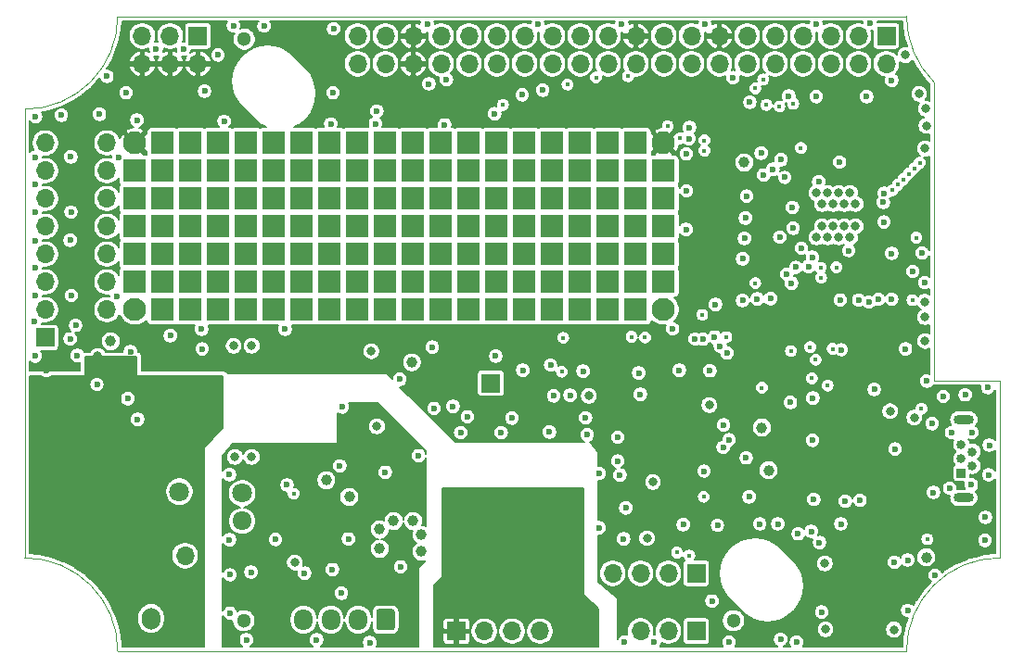
<source format=gbr>
%TF.GenerationSoftware,KiCad,Pcbnew,(5.1.9-0-10_14)*%
%TF.CreationDate,2021-02-18T22:35:35+02:00*%
%TF.ProjectId,SH-ESP32,53482d45-5350-4333-922e-6b696361645f,0.3.1*%
%TF.SameCoordinates,Original*%
%TF.FileFunction,Copper,L3,Inr*%
%TF.FilePolarity,Positive*%
%FSLAX46Y46*%
G04 Gerber Fmt 4.6, Leading zero omitted, Abs format (unit mm)*
G04 Created by KiCad (PCBNEW (5.1.9-0-10_14)) date 2021-02-18 22:35:35*
%MOMM*%
%LPD*%
G01*
G04 APERTURE LIST*
%TA.AperFunction,Profile*%
%ADD10C,0.050000*%
%TD*%
%TA.AperFunction,WasherPad*%
%ADD11C,1.300000*%
%TD*%
%TA.AperFunction,ComponentPad*%
%ADD12O,1.700000X1.950000*%
%TD*%
%TA.AperFunction,ComponentPad*%
%ADD13C,2.100000*%
%TD*%
%TA.AperFunction,ComponentPad*%
%ADD14R,1.700000X1.700000*%
%TD*%
%TA.AperFunction,ComponentPad*%
%ADD15O,1.700000X1.700000*%
%TD*%
%TA.AperFunction,ComponentPad*%
%ADD16O,1.700000X2.000000*%
%TD*%
%TA.AperFunction,ComponentPad*%
%ADD17R,0.840000X0.840000*%
%TD*%
%TA.AperFunction,ComponentPad*%
%ADD18C,0.840000*%
%TD*%
%TA.AperFunction,ComponentPad*%
%ADD19O,1.850000X0.850000*%
%TD*%
%TA.AperFunction,ComponentPad*%
%ADD20C,1.800000*%
%TD*%
%TA.AperFunction,ComponentPad*%
%ADD21O,1.800000X1.700000*%
%TD*%
%TA.AperFunction,ComponentPad*%
%ADD22R,2.100000X2.100000*%
%TD*%
%TA.AperFunction,ViaPad*%
%ADD23C,0.450000*%
%TD*%
%TA.AperFunction,ViaPad*%
%ADD24C,0.600000*%
%TD*%
%TA.AperFunction,ViaPad*%
%ADD25C,0.800000*%
%TD*%
%TA.AperFunction,ViaPad*%
%ADD26C,1.000000*%
%TD*%
%TA.AperFunction,Conductor*%
%ADD27C,0.200000*%
%TD*%
%TA.AperFunction,Conductor*%
%ADD28C,0.100000*%
%TD*%
G04 APERTURE END LIST*
D10*
X178000000Y-90300000D02*
X178000000Y-106500000D01*
X172000000Y-90300000D02*
X172000000Y-63020000D01*
X178000000Y-90300000D02*
X172000000Y-90300000D01*
X169500000Y-115000000D02*
G75*
G02*
X178000000Y-106500000I8500000J0D01*
G01*
X89000000Y-106500000D02*
G75*
G02*
X97500000Y-115000000I0J-8500000D01*
G01*
X172000092Y-63020889D02*
G75*
G02*
X169500000Y-57000000I5999908J6020889D01*
G01*
X97500000Y-57000000D02*
G75*
G02*
X89000000Y-65500000I-8500000J0D01*
G01*
X169500000Y-115000000D02*
X97500000Y-115000000D01*
X169500000Y-57000000D02*
X97500000Y-57000000D01*
X89000000Y-65500000D02*
X89000000Y-106500000D01*
D11*
%TO.N,*%
%TO.C,H903*%
X153700000Y-112250000D03*
%TD*%
%TO.N,*%
%TO.C,H902*%
X109000000Y-112250000D03*
%TD*%
%TO.N,*%
%TO.C,H901*%
X109050000Y-59100000D03*
%TD*%
D12*
%TO.N,/CAN bus/CAN_L*%
%TO.C,J601*%
X114450000Y-112150000D03*
%TO.N,/CAN bus/CAN_H*%
X116950000Y-112150000D03*
%TO.N,/CAN bus/CAN_12V*%
X119450000Y-112150000D03*
%TO.N,/CAN bus/CAN_GND*%
%TA.AperFunction,ComponentPad*%
G36*
G01*
X122800000Y-111425000D02*
X122800000Y-112875000D01*
G75*
G02*
X122550000Y-113125000I-250000J0D01*
G01*
X121350000Y-113125000D01*
G75*
G02*
X121100000Y-112875000I0J250000D01*
G01*
X121100000Y-111425000D01*
G75*
G02*
X121350000Y-111175000I250000J0D01*
G01*
X122550000Y-111175000D01*
G75*
G02*
X122800000Y-111425000I0J-250000D01*
G01*
G37*
%TD.AperFunction*%
%TD*%
D13*
%TO.N,GND*%
%TO.C,REF\u002A\u002A*%
X147320000Y-83820000D03*
%TD*%
%TO.N,GND*%
%TO.C,REF\u002A\u002A*%
X99060000Y-83820000D03*
%TD*%
%TO.N,+3V3*%
%TO.C,REF\u002A\u002A*%
X99060000Y-68580000D03*
%TD*%
%TO.N,+3V3*%
%TO.C,REF\u002A\u002A*%
X147320000Y-68580000D03*
%TD*%
D14*
%TO.N,GND*%
%TO.C,J702*%
X150300000Y-107910000D03*
D15*
%TO.N,/I2C/I2C_3V3*%
X147760000Y-107910000D03*
%TO.N,/I2C/SCL_CONN*%
X145220000Y-107910000D03*
%TO.N,/I2C/SDA_CONN*%
X142680000Y-107910000D03*
%TD*%
D16*
%TO.N,/Power input/Vin*%
%TO.C,J301*%
X100540000Y-112050000D03*
%TO.N,GND*%
%TA.AperFunction,ComponentPad*%
G36*
G01*
X103890000Y-111300000D02*
X103890000Y-112800000D01*
G75*
G02*
X103640000Y-113050000I-250000J0D01*
G01*
X102440000Y-113050000D01*
G75*
G02*
X102190000Y-112800000I0J250000D01*
G01*
X102190000Y-111300000D01*
G75*
G02*
X102440000Y-111050000I250000J0D01*
G01*
X103640000Y-111050000D01*
G75*
G02*
X103890000Y-111300000I0J-250000D01*
G01*
G37*
%TD.AperFunction*%
%TD*%
D17*
%TO.N,/USB/VBUS*%
%TO.C,J401*%
X174500000Y-98750000D03*
D18*
%TO.N,/USB/USB_D-*%
X175500000Y-98100000D03*
%TO.N,/USB/USB_D+*%
X174500000Y-97450000D03*
%TO.N,N/C*%
X175500000Y-96800000D03*
%TO.N,GND*%
X174500000Y-96150000D03*
D19*
X174720000Y-101025000D03*
X174720000Y-93875000D03*
%TD*%
D14*
%TO.N,USB_5V*%
%TO.C,J203*%
X131550000Y-90540000D03*
%TD*%
D15*
%TO.N,+3V3*%
%TO.C,J202*%
X99740000Y-61340000D03*
%TO.N,GND*%
X99740000Y-58800000D03*
%TO.N,+3V3*%
X102280000Y-61340000D03*
%TO.N,GND*%
X102280000Y-58800000D03*
%TO.N,+3V3*%
X104820000Y-61340000D03*
D14*
%TO.N,GND*%
X104820000Y-58800000D03*
%TD*%
D15*
%TO.N,GND*%
%TO.C,J201*%
X119390000Y-61340000D03*
X119390000Y-58800000D03*
X121930000Y-61340000D03*
X121930000Y-58800000D03*
%TO.N,+3V3*%
X124470000Y-61340000D03*
X124470000Y-58800000D03*
%TO.N,/ESP32/IO17_C_SCL*%
X127010000Y-61340000D03*
%TO.N,/ESP32/IO4_C*%
X127010000Y-58800000D03*
%TO.N,/ESP32/IO16_C_SDA*%
X129550000Y-61340000D03*
%TO.N,/ESP32/IO34_C*%
X129550000Y-58800000D03*
%TO.N,/ESP32/IO35_C*%
X132090000Y-61340000D03*
%TO.N,GND*%
X132090000Y-58800000D03*
%TO.N,/ESP32/IO32_C*%
X134630000Y-61340000D03*
%TO.N,/ESP32/IO15*%
X134630000Y-58800000D03*
%TO.N,/ESP32/IO33_C*%
X137170000Y-61340000D03*
%TO.N,/ESP32/IO13*%
X137170000Y-58800000D03*
%TO.N,/ESP32/EN*%
X139710000Y-61340000D03*
%TO.N,/ESP32/IO14*%
X139710000Y-58800000D03*
%TO.N,/LED*%
X142250000Y-61340000D03*
%TO.N,/ESP32/IO12*%
X142250000Y-58800000D03*
%TO.N,GND*%
X144790000Y-61340000D03*
%TO.N,+3V3*%
X144790000Y-58800000D03*
%TO.N,/ESP32/RXD0_C*%
X147330000Y-61340000D03*
%TO.N,/ESP32/SENSOR_VN*%
X147330000Y-58800000D03*
%TO.N,/ESP32/TXD0_C*%
X149870000Y-61340000D03*
%TO.N,/ESP32/SENSOR_VP*%
X149870000Y-58800000D03*
%TO.N,GND*%
X152410000Y-61340000D03*
%TO.N,+3V3*%
X152410000Y-58800000D03*
%TO.N,/ESP32/IO0*%
X154950000Y-61340000D03*
%TO.N,GND*%
X154950000Y-58800000D03*
X157490000Y-61340000D03*
%TO.N,/ESP32/IO27*%
X157490000Y-58800000D03*
%TO.N,/ESP32/IO25*%
X160030000Y-61340000D03*
%TO.N,/ESP32/IO26*%
X160030000Y-58800000D03*
%TO.N,/ESP32/IO5*%
X162570000Y-61340000D03*
%TO.N,/ESP32/IO18*%
X162570000Y-58800000D03*
%TO.N,/ESP32/IO19*%
X165110000Y-61340000D03*
%TO.N,/ESP32/IO21*%
X165110000Y-58800000D03*
%TO.N,/ESP32/IO22*%
X167650000Y-61340000D03*
D14*
%TO.N,/ESP32/IO23*%
X167650000Y-58800000D03*
%TD*%
D20*
%TO.N,/Power input/Vin_protected*%
%TO.C,J303*%
X103124000Y-100457000D03*
D21*
%TO.N,GND*%
X103124000Y-102997000D03*
%TD*%
D20*
%TO.N,/CAN bus/CAN12V_prot*%
%TO.C,J602*%
X108850000Y-100600000D03*
D21*
%TO.N,/CAN bus/CAN_GND*%
X108850000Y-103140000D03*
%TD*%
D15*
%TO.N,Net-(J206-Pad8)*%
%TO.C,J207*%
X96520000Y-68580000D03*
%TO.N,Net-(J206-Pad7)*%
X96520000Y-71120000D03*
%TO.N,Net-(J206-Pad6)*%
X96520000Y-73660000D03*
%TO.N,Net-(J206-Pad5)*%
X96520000Y-76200000D03*
%TO.N,Net-(J206-Pad4)*%
X96520000Y-78740000D03*
%TO.N,Net-(J206-Pad3)*%
X96520000Y-81280000D03*
%TO.N,Net-(J206-Pad2)*%
X96520000Y-83820000D03*
%TD*%
D22*
%TO.N,N/C*%
%TO.C,REF\u002A\u002A*%
X101600000Y-81280000D03*
%TD*%
%TO.N,N/C*%
%TO.C,REF\u002A\u002A*%
X104140000Y-81280000D03*
%TD*%
%TO.N,N/C*%
%TO.C,REF\u002A\u002A*%
X104140000Y-78740000D03*
%TD*%
%TO.N,N/C*%
%TO.C,REF\u002A\u002A*%
X104140000Y-73660000D03*
%TD*%
%TO.N,N/C*%
%TO.C,REF\u002A\u002A*%
X99060000Y-73660000D03*
%TD*%
%TO.N,N/C*%
%TO.C,REF\u002A\u002A*%
X101600000Y-73660000D03*
%TD*%
%TO.N,N/C*%
%TO.C,REF\u002A\u002A*%
X101600000Y-71120000D03*
%TD*%
%TO.N,N/C*%
%TO.C,REF\u002A\u002A*%
X101600000Y-78740000D03*
%TD*%
%TO.N,N/C*%
%TO.C,REF\u002A\u002A*%
X101600000Y-76200000D03*
%TD*%
%TO.N,N/C*%
%TO.C,REF\u002A\u002A*%
X99060000Y-78740000D03*
%TD*%
%TO.N,N/C*%
%TO.C,REF\u002A\u002A*%
X99060000Y-76200000D03*
%TD*%
%TO.N,N/C*%
%TO.C,REF\u002A\u002A*%
X99060000Y-81280000D03*
%TD*%
%TO.N,N/C*%
%TO.C,REF\u002A\u002A*%
X99060000Y-71120000D03*
%TD*%
%TO.N,N/C*%
%TO.C,REF\u002A\u002A*%
X104140000Y-76200000D03*
%TD*%
%TO.N,N/C*%
%TO.C,REF\u002A\u002A*%
X104140000Y-71120000D03*
%TD*%
%TO.N,N/C*%
%TO.C,REF\u002A\u002A*%
X104140000Y-83820000D03*
%TD*%
%TO.N,N/C*%
%TO.C,REF\u002A\u002A*%
X101600000Y-83820000D03*
%TD*%
%TO.N,N/C*%
%TO.C,REF\u002A\u002A*%
X104140000Y-68580000D03*
%TD*%
%TO.N,N/C*%
%TO.C,REF\u002A\u002A*%
X101600000Y-68580000D03*
%TD*%
D15*
%TO.N,Net-(J206-Pad8)*%
%TO.C,J206*%
X90875000Y-68580000D03*
%TO.N,Net-(J206-Pad7)*%
X90875000Y-71120000D03*
%TO.N,Net-(J206-Pad6)*%
X90875000Y-73660000D03*
%TO.N,Net-(J206-Pad5)*%
X90875000Y-76200000D03*
%TO.N,Net-(J206-Pad4)*%
X90875000Y-78740000D03*
%TO.N,Net-(J206-Pad3)*%
X90875000Y-81280000D03*
%TO.N,Net-(J206-Pad2)*%
X90875000Y-83820000D03*
D14*
%TO.N,GND*%
X90875000Y-86360000D03*
%TD*%
D15*
%TO.N,/Power input/Vin_protected*%
%TO.C,J302*%
X103640000Y-106300000D03*
D14*
%TO.N,GND*%
X101100000Y-106300000D03*
%TD*%
D22*
%TO.N,N/C*%
%TO.C,REF\u002A\u002A*%
X109220000Y-68580000D03*
%TD*%
%TO.N,N/C*%
%TO.C,REF\u002A\u002A*%
X106680000Y-68580000D03*
%TD*%
%TO.N,N/C*%
%TO.C,REF\u002A\u002A*%
X147320000Y-71120000D03*
%TD*%
%TO.N,N/C*%
%TO.C,REF\u002A\u002A*%
X144780000Y-68580000D03*
%TD*%
%TO.N,N/C*%
%TO.C,REF\u002A\u002A*%
X147320000Y-76200000D03*
%TD*%
%TO.N,N/C*%
%TO.C,REF\u002A\u002A*%
X147320000Y-78740000D03*
%TD*%
%TO.N,N/C*%
%TO.C,REF\u002A\u002A*%
X147320000Y-81280000D03*
%TD*%
%TO.N,N/C*%
%TO.C,REF\u002A\u002A*%
X147320000Y-73660000D03*
%TD*%
%TO.N,N/C*%
%TO.C,REF\u002A\u002A*%
X124460000Y-68580000D03*
%TD*%
%TO.N,N/C*%
%TO.C,REF\u002A\u002A*%
X114300000Y-68580000D03*
%TD*%
%TO.N,N/C*%
%TO.C,REF\u002A\u002A*%
X132080000Y-68580000D03*
%TD*%
%TO.N,N/C*%
%TO.C,REF\u002A\u002A*%
X127000000Y-68580000D03*
%TD*%
%TO.N,N/C*%
%TO.C,REF\u002A\u002A*%
X129540000Y-68580000D03*
%TD*%
%TO.N,N/C*%
%TO.C,REF\u002A\u002A*%
X119380000Y-68580000D03*
%TD*%
%TO.N,N/C*%
%TO.C,REF\u002A\u002A*%
X139700000Y-68580000D03*
%TD*%
%TO.N,N/C*%
%TO.C,REF\u002A\u002A*%
X137160000Y-68580000D03*
%TD*%
%TO.N,N/C*%
%TO.C,REF\u002A\u002A*%
X116840000Y-68580000D03*
%TD*%
%TO.N,N/C*%
%TO.C,REF\u002A\u002A*%
X111760000Y-68580000D03*
%TD*%
%TO.N,N/C*%
%TO.C,REF\u002A\u002A*%
X134620000Y-68580000D03*
%TD*%
%TO.N,N/C*%
%TO.C,REF\u002A\u002A*%
X121920000Y-68580000D03*
%TD*%
%TO.N,N/C*%
%TO.C,REF\u002A\u002A*%
X142240000Y-68580000D03*
%TD*%
%TO.N,N/C*%
%TO.C,REF\u002A\u002A*%
X121920000Y-83820000D03*
%TD*%
%TO.N,N/C*%
%TO.C,REF\u002A\u002A*%
X109220000Y-83820000D03*
%TD*%
%TO.N,N/C*%
%TO.C,REF\u002A\u002A*%
X111760000Y-83820000D03*
%TD*%
%TO.N,N/C*%
%TO.C,REF\u002A\u002A*%
X127000000Y-83820000D03*
%TD*%
%TO.N,N/C*%
%TO.C,REF\u002A\u002A*%
X134620000Y-83820000D03*
%TD*%
%TO.N,N/C*%
%TO.C,REF\u002A\u002A*%
X119380000Y-83820000D03*
%TD*%
%TO.N,N/C*%
%TO.C,REF\u002A\u002A*%
X137160000Y-83820000D03*
%TD*%
%TO.N,N/C*%
%TO.C,REF\u002A\u002A*%
X139700000Y-83820000D03*
%TD*%
%TO.N,N/C*%
%TO.C,REF\u002A\u002A*%
X142240000Y-83820000D03*
%TD*%
%TO.N,N/C*%
%TO.C,REF\u002A\u002A*%
X144780000Y-83820000D03*
%TD*%
%TO.N,N/C*%
%TO.C,REF\u002A\u002A*%
X124460000Y-83820000D03*
%TD*%
%TO.N,N/C*%
%TO.C,REF\u002A\u002A*%
X106680000Y-83820000D03*
%TD*%
%TO.N,N/C*%
%TO.C,REF\u002A\u002A*%
X114300000Y-83820000D03*
%TD*%
%TO.N,N/C*%
%TO.C,REF\u002A\u002A*%
X116840000Y-83820000D03*
%TD*%
%TO.N,N/C*%
%TO.C,REF\u002A\u002A*%
X132080000Y-83820000D03*
%TD*%
%TO.N,N/C*%
%TO.C,REF\u002A\u002A*%
X129540000Y-83820000D03*
%TD*%
%TO.N,N/C*%
%TO.C,REF\u002A\u002A*%
X114300000Y-73660000D03*
%TD*%
%TO.N,N/C*%
%TO.C,REF\u002A\u002A*%
X111760000Y-71120000D03*
%TD*%
%TO.N,N/C*%
%TO.C,REF\u002A\u002A*%
X111760000Y-76200000D03*
%TD*%
%TO.N,N/C*%
%TO.C,REF\u002A\u002A*%
X124460000Y-76200000D03*
%TD*%
%TO.N,N/C*%
%TO.C,REF\u002A\u002A*%
X106680000Y-71120000D03*
%TD*%
%TO.N,N/C*%
%TO.C,REF\u002A\u002A*%
X106680000Y-81280000D03*
%TD*%
%TO.N,N/C*%
%TO.C,REF\u002A\u002A*%
X106680000Y-76200000D03*
%TD*%
%TO.N,N/C*%
%TO.C,REF\u002A\u002A*%
X106680000Y-78740000D03*
%TD*%
%TO.N,N/C*%
%TO.C,REF\u002A\u002A*%
X109220000Y-76200000D03*
%TD*%
%TO.N,N/C*%
%TO.C,REF\u002A\u002A*%
X109220000Y-78740000D03*
%TD*%
%TO.N,N/C*%
%TO.C,REF\u002A\u002A*%
X109220000Y-71120000D03*
%TD*%
%TO.N,N/C*%
%TO.C,REF\u002A\u002A*%
X109220000Y-73660000D03*
%TD*%
%TO.N,N/C*%
%TO.C,REF\u002A\u002A*%
X106680000Y-73660000D03*
%TD*%
%TO.N,N/C*%
%TO.C,REF\u002A\u002A*%
X114300000Y-76200000D03*
%TD*%
%TO.N,N/C*%
%TO.C,REF\u002A\u002A*%
X114300000Y-78740000D03*
%TD*%
%TO.N,N/C*%
%TO.C,REF\u002A\u002A*%
X111760000Y-73660000D03*
%TD*%
%TO.N,N/C*%
%TO.C,REF\u002A\u002A*%
X114300000Y-81280000D03*
%TD*%
%TO.N,N/C*%
%TO.C,REF\u002A\u002A*%
X111760000Y-78740000D03*
%TD*%
%TO.N,N/C*%
%TO.C,REF\u002A\u002A*%
X124460000Y-78740000D03*
%TD*%
%TO.N,N/C*%
%TO.C,REF\u002A\u002A*%
X116840000Y-81280000D03*
%TD*%
%TO.N,N/C*%
%TO.C,REF\u002A\u002A*%
X116840000Y-76200000D03*
%TD*%
%TO.N,N/C*%
%TO.C,REF\u002A\u002A*%
X116840000Y-78740000D03*
%TD*%
%TO.N,N/C*%
%TO.C,REF\u002A\u002A*%
X119380000Y-76200000D03*
%TD*%
%TO.N,N/C*%
%TO.C,REF\u002A\u002A*%
X119380000Y-78740000D03*
%TD*%
%TO.N,N/C*%
%TO.C,REF\u002A\u002A*%
X119380000Y-71120000D03*
%TD*%
%TO.N,N/C*%
%TO.C,REF\u002A\u002A*%
X119380000Y-73660000D03*
%TD*%
%TO.N,N/C*%
%TO.C,REF\u002A\u002A*%
X116840000Y-73660000D03*
%TD*%
%TO.N,N/C*%
%TO.C,REF\u002A\u002A*%
X116840000Y-71120000D03*
%TD*%
%TO.N,N/C*%
%TO.C,REF\u002A\u002A*%
X119380000Y-81280000D03*
%TD*%
%TO.N,N/C*%
%TO.C,REF\u002A\u002A*%
X121920000Y-76200000D03*
%TD*%
%TO.N,N/C*%
%TO.C,REF\u002A\u002A*%
X121920000Y-78740000D03*
%TD*%
%TO.N,N/C*%
%TO.C,REF\u002A\u002A*%
X121920000Y-81280000D03*
%TD*%
%TO.N,N/C*%
%TO.C,REF\u002A\u002A*%
X121920000Y-73660000D03*
%TD*%
%TO.N,N/C*%
%TO.C,REF\u002A\u002A*%
X121920000Y-71120000D03*
%TD*%
%TO.N,N/C*%
%TO.C,REF\u002A\u002A*%
X124460000Y-81280000D03*
%TD*%
%TO.N,N/C*%
%TO.C,REF\u002A\u002A*%
X124460000Y-73660000D03*
%TD*%
%TO.N,N/C*%
%TO.C,REF\u002A\u002A*%
X114300000Y-71120000D03*
%TD*%
%TO.N,N/C*%
%TO.C,REF\u002A\u002A*%
X111760000Y-81280000D03*
%TD*%
%TO.N,N/C*%
%TO.C,REF\u002A\u002A*%
X109220000Y-81280000D03*
%TD*%
%TO.N,N/C*%
%TO.C,REF\u002A\u002A*%
X124460000Y-71120000D03*
%TD*%
%TO.N,N/C*%
%TO.C,REF\u002A\u002A*%
X134620000Y-76200000D03*
%TD*%
%TO.N,N/C*%
%TO.C,REF\u002A\u002A*%
X134620000Y-78740000D03*
%TD*%
%TO.N,N/C*%
%TO.C,REF\u002A\u002A*%
X127000000Y-81280000D03*
%TD*%
%TO.N,N/C*%
%TO.C,REF\u002A\u002A*%
X127000000Y-76200000D03*
%TD*%
%TO.N,N/C*%
%TO.C,REF\u002A\u002A*%
X127000000Y-78740000D03*
%TD*%
%TO.N,N/C*%
%TO.C,REF\u002A\u002A*%
X129540000Y-76200000D03*
%TD*%
%TO.N,N/C*%
%TO.C,REF\u002A\u002A*%
X129540000Y-78740000D03*
%TD*%
%TO.N,N/C*%
%TO.C,REF\u002A\u002A*%
X129540000Y-71120000D03*
%TD*%
%TO.N,N/C*%
%TO.C,REF\u002A\u002A*%
X129540000Y-73660000D03*
%TD*%
%TO.N,N/C*%
%TO.C,REF\u002A\u002A*%
X127000000Y-73660000D03*
%TD*%
%TO.N,N/C*%
%TO.C,REF\u002A\u002A*%
X127000000Y-71120000D03*
%TD*%
%TO.N,N/C*%
%TO.C,REF\u002A\u002A*%
X129540000Y-81280000D03*
%TD*%
%TO.N,N/C*%
%TO.C,REF\u002A\u002A*%
X132080000Y-76200000D03*
%TD*%
%TO.N,N/C*%
%TO.C,REF\u002A\u002A*%
X132080000Y-78740000D03*
%TD*%
%TO.N,N/C*%
%TO.C,REF\u002A\u002A*%
X132080000Y-81280000D03*
%TD*%
%TO.N,N/C*%
%TO.C,REF\u002A\u002A*%
X132080000Y-73660000D03*
%TD*%
%TO.N,N/C*%
%TO.C,REF\u002A\u002A*%
X132080000Y-71120000D03*
%TD*%
%TO.N,N/C*%
%TO.C,REF\u002A\u002A*%
X134620000Y-81280000D03*
%TD*%
%TO.N,N/C*%
%TO.C,REF\u002A\u002A*%
X134620000Y-73660000D03*
%TD*%
%TO.N,N/C*%
%TO.C,REF\u002A\u002A*%
X134620000Y-71120000D03*
%TD*%
%TO.N,N/C*%
%TO.C,REF\u002A\u002A*%
X139700000Y-76200000D03*
%TD*%
%TO.N,N/C*%
%TO.C,REF\u002A\u002A*%
X139700000Y-78740000D03*
%TD*%
%TO.N,N/C*%
%TO.C,REF\u002A\u002A*%
X137160000Y-76200000D03*
%TD*%
%TO.N,N/C*%
%TO.C,REF\u002A\u002A*%
X137160000Y-78740000D03*
%TD*%
%TO.N,N/C*%
%TO.C,REF\u002A\u002A*%
X137160000Y-81280000D03*
%TD*%
%TO.N,N/C*%
%TO.C,REF\u002A\u002A*%
X137160000Y-73660000D03*
%TD*%
%TO.N,N/C*%
%TO.C,REF\u002A\u002A*%
X137160000Y-71120000D03*
%TD*%
%TO.N,N/C*%
%TO.C,REF\u002A\u002A*%
X139700000Y-81280000D03*
%TD*%
%TO.N,N/C*%
%TO.C,REF\u002A\u002A*%
X139700000Y-73660000D03*
%TD*%
%TO.N,N/C*%
%TO.C,REF\u002A\u002A*%
X139700000Y-71120000D03*
%TD*%
%TO.N,N/C*%
%TO.C,REF\u002A\u002A*%
X142240000Y-76200000D03*
%TD*%
%TO.N,N/C*%
%TO.C,REF\u002A\u002A*%
X142240000Y-78740000D03*
%TD*%
%TO.N,N/C*%
%TO.C,REF\u002A\u002A*%
X142240000Y-81280000D03*
%TD*%
%TO.N,N/C*%
%TO.C,REF\u002A\u002A*%
X142240000Y-73660000D03*
%TD*%
%TO.N,N/C*%
%TO.C,REF\u002A\u002A*%
X142240000Y-71120000D03*
%TD*%
%TO.N,N/C*%
%TO.C,REF\u002A\u002A*%
X144780000Y-73660000D03*
%TD*%
%TO.N,N/C*%
%TO.C,REF\u002A\u002A*%
X144780000Y-71120000D03*
%TD*%
%TO.N,N/C*%
%TO.C,REF\u002A\u002A*%
X144780000Y-78740000D03*
%TD*%
%TO.N,N/C*%
%TO.C,REF\u002A\u002A*%
X144780000Y-76200000D03*
%TD*%
%TO.N,N/C*%
%TO.C,REF\u002A\u002A*%
X144780000Y-81280000D03*
%TD*%
D14*
%TO.N,GND*%
%TO.C,J801*%
X150300000Y-113190000D03*
D15*
%TO.N,/Onewire/Onewire_3V3*%
X147760000Y-113190000D03*
%TO.N,/Onewire/DQ_CONN*%
X145220000Y-113190000D03*
%TD*%
%TO.N,/Optocouplers/ISO_OUT_CONN*%
%TO.C,J901*%
X136040000Y-113200000D03*
%TO.N,/Optocouplers/ISO_IN_CONN*%
X133500000Y-113200000D03*
%TO.N,/Optocouplers/V_ISO_CONN*%
X130960000Y-113200000D03*
D14*
%TO.N,/Optocouplers/ISO_GND*%
X128420000Y-113200000D03*
%TD*%
D23*
%TO.N,GND*%
X153040000Y-86330000D03*
D24*
X173600000Y-95060000D03*
X175410000Y-99820000D03*
X175470000Y-95030000D03*
X173430000Y-100150000D03*
D25*
X161290000Y-77216000D03*
X162306000Y-77216000D03*
X163322000Y-77216000D03*
X164338000Y-77216000D03*
X164846000Y-76200000D03*
X163830000Y-76200000D03*
X162814000Y-76200000D03*
X161798000Y-76200000D03*
X161798000Y-74168000D03*
X162814000Y-74168000D03*
X163830000Y-74168000D03*
X164846000Y-74168000D03*
X164338000Y-73152000D03*
X163322000Y-73152000D03*
X162306000Y-73152000D03*
X161290000Y-73152000D03*
D24*
X151750000Y-110450000D03*
D25*
X140500000Y-91700000D03*
X171200000Y-84490000D03*
X171200000Y-69100000D03*
X95680000Y-88066000D03*
X96442000Y-89336000D03*
X94369000Y-105764000D03*
X94369000Y-104748000D03*
X94369000Y-103732000D03*
X90940000Y-105764000D03*
X90940000Y-104748000D03*
X90940000Y-103732000D03*
D26*
X154686000Y-70358000D03*
D25*
X171190000Y-86680000D03*
X171160000Y-83100000D03*
D24*
X160939000Y-91899000D03*
X143333000Y-98935000D03*
X163539000Y-87480000D03*
X93254000Y-82528000D03*
X93229000Y-74892000D03*
X105418000Y-63846000D03*
X171831000Y-94234000D03*
X93207000Y-69858000D03*
X95827000Y-65955000D03*
D25*
X108077000Y-87122000D03*
X109728000Y-87122004D03*
D24*
X129413000Y-93599000D03*
X136906000Y-94996000D03*
D25*
X120642000Y-87616010D03*
D24*
X139966864Y-89444864D03*
X133477000Y-93726000D03*
X132500000Y-95050000D03*
X96700000Y-109800000D03*
X97350000Y-104800000D03*
X97458000Y-88574000D03*
X101000000Y-60000000D03*
X99250000Y-66500000D03*
X165250000Y-101250000D03*
X158000000Y-113950000D03*
X159600000Y-104300000D03*
X159450000Y-114200000D03*
X153300000Y-114200000D03*
X138790000Y-91640000D03*
X140200000Y-93700000D03*
X137287000Y-91694000D03*
X145050000Y-89600000D03*
X152800000Y-94350000D03*
X107200000Y-66600000D03*
X106650000Y-60550000D03*
X117150000Y-64000000D03*
X93150000Y-77475000D03*
X93650000Y-85250000D03*
X89975000Y-74925000D03*
X89975000Y-80025000D03*
X89975000Y-82550000D03*
X103500000Y-60000000D03*
X128800000Y-95050000D03*
X141450000Y-98790000D03*
X143750000Y-114200000D03*
X153300000Y-95700000D03*
X176911000Y-90932000D03*
X89975000Y-77500000D03*
X92350000Y-66050000D03*
X108050000Y-57850000D03*
X96500000Y-62500000D03*
X89975000Y-72375000D03*
X98250000Y-64000000D03*
X160910000Y-95760000D03*
X140350000Y-95250000D03*
X90000000Y-66150000D03*
X89975000Y-69875000D03*
X110850000Y-57900000D03*
X145200000Y-91550000D03*
X172850000Y-91750000D03*
X174850000Y-91600000D03*
X94400000Y-107000000D03*
X97425000Y-82575000D03*
X97575000Y-69925000D03*
X112776000Y-85598000D03*
X105156000Y-85598000D03*
D25*
X151500000Y-92550000D03*
D24*
X126365000Y-92837000D03*
D25*
X170196541Y-93679041D03*
D24*
X163500000Y-103400000D03*
X171958000Y-100520500D03*
X123253500Y-90170000D03*
X126210000Y-87240000D03*
X128100000Y-92650000D03*
X105000000Y-98550000D03*
X168450000Y-96550000D03*
D25*
X168000000Y-93100000D03*
D24*
X121150000Y-65670000D03*
X149390000Y-69590000D03*
X149380000Y-76480000D03*
D23*
X150850000Y-84300000D03*
X145630000Y-86360000D03*
X138160000Y-86390000D03*
X138030000Y-89490000D03*
X144400000Y-86300000D03*
X160850000Y-90100000D03*
X156300000Y-90950000D03*
X170860000Y-92860000D03*
X170040000Y-82950000D03*
X170390000Y-77240000D03*
X163100000Y-79950000D03*
X161660000Y-79980000D03*
D24*
X167440000Y-75800000D03*
X167380000Y-74000000D03*
X131900000Y-65900000D03*
X127330000Y-66930000D03*
X121020000Y-66840000D03*
X116950000Y-66850000D03*
X154900000Y-73440000D03*
X154800000Y-75440000D03*
X154700000Y-77310000D03*
X154540000Y-79160000D03*
X151970000Y-86320000D03*
X172100000Y-108100000D03*
X169600000Y-111300000D03*
X146430000Y-114180000D03*
X161550000Y-105100000D03*
X143870000Y-101940000D03*
X155130000Y-100930000D03*
X152240000Y-103530000D03*
X161750000Y-111450000D03*
X141440000Y-103750000D03*
X170070000Y-80320000D03*
X170920000Y-78640000D03*
X152050000Y-83350000D03*
X132000000Y-88050000D03*
X151550000Y-89400000D03*
X163390000Y-70340000D03*
X161480000Y-72120000D03*
X168150000Y-62850000D03*
X153650000Y-62600000D03*
X158750000Y-64300000D03*
X127500000Y-62800000D03*
X135850000Y-57750000D03*
X134410000Y-64190000D03*
X136290000Y-63750000D03*
X125890000Y-63180000D03*
X163910000Y-101330000D03*
X161030000Y-101160000D03*
X168148000Y-78676500D03*
X168148000Y-82867500D03*
X163449000Y-82931000D03*
X164211000Y-78422500D03*
X166550000Y-91100000D03*
X149415500Y-72961500D03*
X151100000Y-57750000D03*
X143500000Y-57750000D03*
X125750000Y-57750000D03*
X166150000Y-57650000D03*
X161250000Y-57750000D03*
X158051500Y-70104000D03*
X159004000Y-81407000D03*
X166052500Y-83121500D03*
X155200000Y-64850000D03*
X171150000Y-81350000D03*
X148150000Y-85575000D03*
X177050000Y-96200000D03*
X176990000Y-98910000D03*
X158900000Y-92300000D03*
X156100000Y-103400000D03*
D25*
X162100000Y-113025000D03*
X168350000Y-113050000D03*
X162050000Y-107025000D03*
D24*
X143140000Y-95490000D03*
X143140000Y-97660000D03*
D25*
X146350000Y-99560000D03*
D24*
X152760000Y-96400000D03*
X154860000Y-97360000D03*
D26*
X156900000Y-98500000D03*
D24*
X168400000Y-106900000D03*
X169600000Y-106700000D03*
X161250000Y-64350000D03*
X117200000Y-58150000D03*
X143670000Y-104770000D03*
X176700000Y-102800000D03*
X176650000Y-104900000D03*
D26*
X171300000Y-106450000D03*
D25*
X171250000Y-65450000D03*
X169404001Y-60550000D03*
X170650000Y-64100000D03*
X171300000Y-67000000D03*
D24*
X165850000Y-64350000D03*
D23*
X155700000Y-81400000D03*
X147700000Y-67050000D03*
X148850000Y-68150000D03*
X159850000Y-69050000D03*
D24*
X171350000Y-90350000D03*
X148750000Y-89350000D03*
X169400000Y-87400000D03*
D25*
X97325000Y-92325000D03*
X95600000Y-92400000D03*
D26*
X95775000Y-99025000D03*
D24*
X90974998Y-90350000D03*
D26*
X92750000Y-91350000D03*
X92050000Y-96450000D03*
D24*
X98600000Y-94700000D03*
X99000000Y-100000000D03*
X99000000Y-98450000D03*
X94700000Y-102300000D03*
X102050000Y-99300000D03*
X101500000Y-100800000D03*
X99400000Y-102550000D03*
X98650000Y-87650000D03*
X94700000Y-99850000D03*
X89850000Y-84900000D03*
X89950000Y-88050000D03*
X89950000Y-91400000D03*
X89950000Y-94050000D03*
X89950000Y-99000000D03*
X89950000Y-101900000D03*
X89950000Y-105600000D03*
X98050000Y-112050000D03*
X98350000Y-114050000D03*
X101800000Y-114200000D03*
X104850000Y-114050000D03*
X104850000Y-110500000D03*
X104850000Y-107700000D03*
X93150000Y-86490000D03*
X105200000Y-87400000D03*
X102300000Y-86200000D03*
D26*
X96850000Y-86700000D03*
D24*
X149120000Y-103460000D03*
D25*
X145810000Y-104710000D03*
D24*
X151010000Y-98570000D03*
D25*
%TO.N,+3V3*%
X169291000Y-69000000D03*
D24*
X143333000Y-101221000D03*
X170021992Y-88357008D03*
X163539000Y-89893020D03*
X93254000Y-80242000D03*
X93229000Y-72479000D03*
X103132000Y-63846000D03*
X171831000Y-91948000D03*
X125095000Y-91757500D03*
X93207000Y-67572000D03*
X93541000Y-65955000D03*
D25*
X117476000Y-87422006D03*
D24*
X142000000Y-89192004D03*
X133604000Y-94996000D03*
D25*
X150100000Y-92600000D03*
D24*
X152902490Y-92752500D03*
D25*
X167650000Y-100700000D03*
X155000000Y-113900000D03*
D24*
X163270000Y-91720000D03*
X149330000Y-79090000D03*
X121150000Y-63300000D03*
X117280000Y-60710000D03*
X149390000Y-71930000D03*
X149050000Y-85450000D03*
D25*
X146440000Y-96370000D03*
D24*
X154850000Y-95050000D03*
X163200000Y-64650000D03*
X147460000Y-96300000D03*
X143320000Y-102620000D03*
X173650000Y-106100000D03*
X172450000Y-104000000D03*
D25*
X169404001Y-63550000D03*
X169403848Y-65499190D03*
D24*
X166700000Y-63250000D03*
X90950000Y-89375000D03*
X95700000Y-86590000D03*
D26*
X100200000Y-89000000D03*
X104150000Y-89000000D03*
X104150000Y-87850000D03*
X103000000Y-87250000D03*
D24*
%TO.N,/ESP32/EN*%
X167470000Y-73170000D03*
D23*
X162300000Y-90750000D03*
D26*
%TO.N,/Power input/Vin_protected*%
X124360000Y-88640000D03*
D24*
%TO.N,/Power input/BS*%
X99300003Y-93849997D03*
X98415490Y-91943296D03*
D26*
%TO.N,USB_5V*%
X156300000Y-94600000D03*
%TO.N,/CAN bus/CAN_GND*%
X125222000Y-104394000D03*
X121412000Y-105664000D03*
X121412000Y-103886000D03*
X124460000Y-103124000D03*
X122682000Y-103124000D03*
D25*
X121158000Y-94488000D03*
X109728000Y-97282000D03*
X108204000Y-97282000D03*
X113661000Y-106914000D03*
D24*
X109250000Y-114000000D03*
X120500000Y-114250000D03*
X117094000Y-107569000D03*
X114550000Y-107900000D03*
X109670000Y-107800000D03*
X121920000Y-98680000D03*
X124968000Y-97155000D03*
X115650000Y-114000000D03*
X123317000Y-107315000D03*
X117983000Y-92710000D03*
X117920000Y-109730000D03*
X117760000Y-98090000D03*
X118554500Y-104775000D03*
D26*
X125222000Y-105918000D03*
X118630000Y-100940000D03*
D24*
X112950000Y-99837001D03*
X107750000Y-111550000D03*
X107750000Y-108050000D03*
X107700000Y-104850000D03*
X107700000Y-98900000D03*
D26*
%TO.N,/CAN bus/CAN_5V*%
X119443500Y-92900500D03*
X115570000Y-97218500D03*
%TO.N,/CAN bus/CAN12V_prot*%
X116530000Y-99410000D03*
D23*
%TO.N,/I2C/SDA_CONN*%
X148550000Y-106020000D03*
%TO.N,/I2C/SCL_CONN*%
X149670000Y-106290000D03*
D24*
%TO.N,/Optocouplers/ISO_GND*%
X132100000Y-101140000D03*
X137160000Y-111840000D03*
X134730000Y-114320000D03*
X129810000Y-114390000D03*
X133410000Y-102520000D03*
X132250000Y-111860000D03*
D26*
X136540000Y-101340000D03*
D24*
X138650000Y-111380000D03*
D25*
X130120000Y-101500000D03*
X131710000Y-104000000D03*
X137090000Y-104940000D03*
X132110000Y-109680000D03*
D26*
X128670000Y-110190000D03*
D24*
X129500000Y-105250000D03*
X139750000Y-106500000D03*
X141200000Y-113000000D03*
D23*
%TO.N,/ESP32/SENSOR_VP*%
X156412999Y-62787001D03*
%TO.N,/ESP32/SENSOR_VN*%
X155700000Y-63600000D03*
D24*
%TO.N,/ESP32/IO34*%
X159900000Y-78200000D03*
D23*
X162750000Y-87400000D03*
D24*
%TO.N,/ESP32/IO35*%
X159150000Y-76370000D03*
X160900000Y-79020000D03*
X157930000Y-77190000D03*
X159390000Y-79940000D03*
X134470000Y-89360000D03*
%TO.N,/ESP32/IO32*%
X159080000Y-74470000D03*
X160540000Y-79880000D03*
D23*
X160700000Y-87250000D03*
D24*
%TO.N,/ESP32/IO33*%
X158380000Y-71730000D03*
X137000000Y-88880000D03*
X158550000Y-80580000D03*
D23*
%TO.N,/ESP32/IO25*%
X159150000Y-65000000D03*
%TO.N,/ESP32/IO26*%
X157900000Y-65250000D03*
%TO.N,/ESP32/IO27*%
X156700000Y-65100000D03*
D24*
%TO.N,/ESP32/IO14*%
X149630000Y-68180000D03*
D23*
X141150000Y-62600000D03*
X151050000Y-69300000D03*
D24*
%TO.N,/ESP32/IO12*%
X149680000Y-67180000D03*
D23*
X144067290Y-62482710D03*
X151050000Y-68350000D03*
D24*
%TO.N,/ESP32/IO15*%
X156464000Y-71501000D03*
D23*
X138550000Y-63250000D03*
D24*
%TO.N,/LED*%
X157310000Y-70990000D03*
D23*
X171400000Y-104800000D03*
X161700000Y-80900000D03*
D24*
%TO.N,/ESP32/IO4*%
X154530000Y-82970000D03*
%TO.N,/ESP32/IO16*%
X155870000Y-82830000D03*
%TO.N,/ESP32/IO17*%
X157090000Y-82800000D03*
D23*
%TO.N,/ESP32/IO5*%
X168200000Y-72900000D03*
D24*
%TO.N,/ESP32/RXD0*%
X165130000Y-82940000D03*
%TO.N,/ESP32/TXD0*%
X166940000Y-82870000D03*
D23*
%TO.N,/ESP32/IO23*%
X170700000Y-70400000D03*
D24*
%TO.N,/CAN bus/CAN_H*%
X111890000Y-104830000D03*
D23*
%TO.N,/Onewire/DQ_CONN*%
X150990000Y-100920000D03*
D24*
%TO.N,/CAN_RX*%
X153110000Y-87790000D03*
D23*
X161200000Y-88400000D03*
D24*
%TO.N,/CAN_TX*%
X152490000Y-87150000D03*
D23*
X158950000Y-87600000D03*
D24*
%TO.N,/Power input/FB*%
X95600000Y-90650000D03*
X93800000Y-88000000D03*
D23*
%TO.N,Net-(JP601-Pad1)*%
X113550000Y-100640000D03*
%TO.N,/ESP32/IO18*%
X168700000Y-72400000D03*
%TO.N,/ESP32/IO19*%
X169200000Y-71900000D03*
%TO.N,/ESP32/IO21*%
X169700000Y-71400000D03*
%TO.N,/ESP32/IO22*%
X170200000Y-70900000D03*
D24*
%TO.N,/BOOT_KEY*%
X150926926Y-86520256D03*
X160800000Y-104075000D03*
%TO.N,/BOOT_AUTO*%
X150200420Y-86493398D03*
X157750000Y-103400000D03*
D23*
%TO.N,/ESP32/IO17_C_SCL*%
X132650000Y-65100000D03*
D24*
%TO.N,/ESP32/IO13*%
X156230000Y-69520000D03*
%TD*%
D27*
%TO.N,+3V3*%
X107429668Y-57518426D02*
X107376901Y-57645818D01*
X107350000Y-57781056D01*
X107350000Y-57918944D01*
X107376901Y-58054182D01*
X107429668Y-58181574D01*
X107506274Y-58296224D01*
X107603776Y-58393726D01*
X107718426Y-58470332D01*
X107845818Y-58523099D01*
X107981056Y-58550000D01*
X108118944Y-58550000D01*
X108160150Y-58541803D01*
X108119502Y-58602638D01*
X108040350Y-58793726D01*
X108000000Y-58996584D01*
X108000000Y-59203416D01*
X108040350Y-59406274D01*
X108119502Y-59597362D01*
X108234411Y-59769336D01*
X108380664Y-59915589D01*
X108552638Y-60030498D01*
X108743726Y-60109650D01*
X108946584Y-60150000D01*
X109153416Y-60150000D01*
X109356274Y-60109650D01*
X109547362Y-60030498D01*
X109719336Y-59915589D01*
X109865589Y-59769336D01*
X109980498Y-59597362D01*
X110059650Y-59406274D01*
X110100000Y-59203416D01*
X110100000Y-58996584D01*
X110059650Y-58793726D01*
X109980498Y-58602638D01*
X109865589Y-58430664D01*
X109719336Y-58284411D01*
X109547362Y-58169502D01*
X109356274Y-58090350D01*
X109153416Y-58050000D01*
X108946584Y-58050000D01*
X108743726Y-58090350D01*
X108700743Y-58108154D01*
X108723099Y-58054182D01*
X108750000Y-57918944D01*
X108750000Y-57781056D01*
X108723099Y-57645818D01*
X108670332Y-57518426D01*
X108607907Y-57425000D01*
X110335050Y-57425000D01*
X110306274Y-57453776D01*
X110229668Y-57568426D01*
X110176901Y-57695818D01*
X110150000Y-57831056D01*
X110150000Y-57968944D01*
X110176901Y-58104182D01*
X110229668Y-58231574D01*
X110306274Y-58346224D01*
X110403776Y-58443726D01*
X110518426Y-58520332D01*
X110645818Y-58573099D01*
X110781056Y-58600000D01*
X110918944Y-58600000D01*
X111054182Y-58573099D01*
X111181574Y-58520332D01*
X111296224Y-58443726D01*
X111393726Y-58346224D01*
X111470332Y-58231574D01*
X111523099Y-58104182D01*
X111527699Y-58081056D01*
X116500000Y-58081056D01*
X116500000Y-58218944D01*
X116526901Y-58354182D01*
X116579668Y-58481574D01*
X116656274Y-58596224D01*
X116753776Y-58693726D01*
X116868426Y-58770332D01*
X116995818Y-58823099D01*
X117131056Y-58850000D01*
X117268944Y-58850000D01*
X117404182Y-58823099D01*
X117531574Y-58770332D01*
X117646224Y-58693726D01*
X117663064Y-58676886D01*
X118140000Y-58676886D01*
X118140000Y-58923114D01*
X118188037Y-59164611D01*
X118282265Y-59392097D01*
X118419062Y-59596828D01*
X118593172Y-59770938D01*
X118797903Y-59907735D01*
X119025389Y-60001963D01*
X119266886Y-60050000D01*
X119513114Y-60050000D01*
X119754611Y-60001963D01*
X119982097Y-59907735D01*
X120186828Y-59770938D01*
X120360938Y-59596828D01*
X120497735Y-59392097D01*
X120591963Y-59164611D01*
X120640000Y-58923114D01*
X120640000Y-58676886D01*
X120680000Y-58676886D01*
X120680000Y-58923114D01*
X120728037Y-59164611D01*
X120822265Y-59392097D01*
X120959062Y-59596828D01*
X121133172Y-59770938D01*
X121337903Y-59907735D01*
X121565389Y-60001963D01*
X121806886Y-60050000D01*
X122053114Y-60050000D01*
X122294611Y-60001963D01*
X122522097Y-59907735D01*
X122726828Y-59770938D01*
X122900938Y-59596828D01*
X123037735Y-59392097D01*
X123131963Y-59164611D01*
X123136404Y-59142284D01*
X123267770Y-59142284D01*
X123357647Y-59370251D01*
X123490271Y-59576303D01*
X123660545Y-59752522D01*
X123861926Y-59892136D01*
X124086675Y-59989780D01*
X124127717Y-60002223D01*
X124320000Y-59940175D01*
X124320000Y-58950000D01*
X124620000Y-58950000D01*
X124620000Y-59940175D01*
X124812283Y-60002223D01*
X124853325Y-59989780D01*
X125078074Y-59892136D01*
X125279455Y-59752522D01*
X125449729Y-59576303D01*
X125582353Y-59370251D01*
X125672230Y-59142284D01*
X125610974Y-58950000D01*
X124620000Y-58950000D01*
X124320000Y-58950000D01*
X123329026Y-58950000D01*
X123267770Y-59142284D01*
X123136404Y-59142284D01*
X123180000Y-58923114D01*
X123180000Y-58676886D01*
X123136405Y-58457716D01*
X123267770Y-58457716D01*
X123329026Y-58650000D01*
X124320000Y-58650000D01*
X124320000Y-57659825D01*
X124127717Y-57597777D01*
X124086675Y-57610220D01*
X123861926Y-57707864D01*
X123660545Y-57847478D01*
X123490271Y-58023697D01*
X123357647Y-58229749D01*
X123267770Y-58457716D01*
X123136405Y-58457716D01*
X123131963Y-58435389D01*
X123037735Y-58207903D01*
X122900938Y-58003172D01*
X122726828Y-57829062D01*
X122522097Y-57692265D01*
X122294611Y-57598037D01*
X122053114Y-57550000D01*
X121806886Y-57550000D01*
X121565389Y-57598037D01*
X121337903Y-57692265D01*
X121133172Y-57829062D01*
X120959062Y-58003172D01*
X120822265Y-58207903D01*
X120728037Y-58435389D01*
X120680000Y-58676886D01*
X120640000Y-58676886D01*
X120591963Y-58435389D01*
X120497735Y-58207903D01*
X120360938Y-58003172D01*
X120186828Y-57829062D01*
X119982097Y-57692265D01*
X119754611Y-57598037D01*
X119513114Y-57550000D01*
X119266886Y-57550000D01*
X119025389Y-57598037D01*
X118797903Y-57692265D01*
X118593172Y-57829062D01*
X118419062Y-58003172D01*
X118282265Y-58207903D01*
X118188037Y-58435389D01*
X118140000Y-58676886D01*
X117663064Y-58676886D01*
X117743726Y-58596224D01*
X117820332Y-58481574D01*
X117873099Y-58354182D01*
X117900000Y-58218944D01*
X117900000Y-58081056D01*
X117873099Y-57945818D01*
X117820332Y-57818426D01*
X117743726Y-57703776D01*
X117646224Y-57606274D01*
X117531574Y-57529668D01*
X117404182Y-57476901D01*
X117268944Y-57450000D01*
X117131056Y-57450000D01*
X116995818Y-57476901D01*
X116868426Y-57529668D01*
X116753776Y-57606274D01*
X116656274Y-57703776D01*
X116579668Y-57818426D01*
X116526901Y-57945818D01*
X116500000Y-58081056D01*
X111527699Y-58081056D01*
X111550000Y-57968944D01*
X111550000Y-57831056D01*
X111523099Y-57695818D01*
X111470332Y-57568426D01*
X111393726Y-57453776D01*
X111364950Y-57425000D01*
X125126945Y-57425000D01*
X125076901Y-57545818D01*
X125050000Y-57681056D01*
X125050000Y-57695667D01*
X124853325Y-57610220D01*
X124812283Y-57597777D01*
X124620000Y-57659825D01*
X124620000Y-58650000D01*
X125610974Y-58650000D01*
X125672230Y-58457716D01*
X125668178Y-58447438D01*
X125681056Y-58450000D01*
X125805131Y-58450000D01*
X125760000Y-58676886D01*
X125760000Y-58923114D01*
X125808037Y-59164611D01*
X125902265Y-59392097D01*
X126039062Y-59596828D01*
X126213172Y-59770938D01*
X126417903Y-59907735D01*
X126645389Y-60001963D01*
X126886886Y-60050000D01*
X127133114Y-60050000D01*
X127374611Y-60001963D01*
X127602097Y-59907735D01*
X127806828Y-59770938D01*
X127980938Y-59596828D01*
X128117735Y-59392097D01*
X128211963Y-59164611D01*
X128260000Y-58923114D01*
X128260000Y-58676886D01*
X128300000Y-58676886D01*
X128300000Y-58923114D01*
X128348037Y-59164611D01*
X128442265Y-59392097D01*
X128579062Y-59596828D01*
X128753172Y-59770938D01*
X128957903Y-59907735D01*
X129185389Y-60001963D01*
X129426886Y-60050000D01*
X129673114Y-60050000D01*
X129914611Y-60001963D01*
X130142097Y-59907735D01*
X130346828Y-59770938D01*
X130520938Y-59596828D01*
X130657735Y-59392097D01*
X130751963Y-59164611D01*
X130800000Y-58923114D01*
X130800000Y-58676886D01*
X130840000Y-58676886D01*
X130840000Y-58923114D01*
X130888037Y-59164611D01*
X130982265Y-59392097D01*
X131119062Y-59596828D01*
X131293172Y-59770938D01*
X131497903Y-59907735D01*
X131725389Y-60001963D01*
X131966886Y-60050000D01*
X132213114Y-60050000D01*
X132454611Y-60001963D01*
X132682097Y-59907735D01*
X132886828Y-59770938D01*
X133060938Y-59596828D01*
X133197735Y-59392097D01*
X133291963Y-59164611D01*
X133340000Y-58923114D01*
X133340000Y-58676886D01*
X133291963Y-58435389D01*
X133197735Y-58207903D01*
X133060938Y-58003172D01*
X132886828Y-57829062D01*
X132682097Y-57692265D01*
X132454611Y-57598037D01*
X132213114Y-57550000D01*
X131966886Y-57550000D01*
X131725389Y-57598037D01*
X131497903Y-57692265D01*
X131293172Y-57829062D01*
X131119062Y-58003172D01*
X130982265Y-58207903D01*
X130888037Y-58435389D01*
X130840000Y-58676886D01*
X130800000Y-58676886D01*
X130751963Y-58435389D01*
X130657735Y-58207903D01*
X130520938Y-58003172D01*
X130346828Y-57829062D01*
X130142097Y-57692265D01*
X129914611Y-57598037D01*
X129673114Y-57550000D01*
X129426886Y-57550000D01*
X129185389Y-57598037D01*
X128957903Y-57692265D01*
X128753172Y-57829062D01*
X128579062Y-58003172D01*
X128442265Y-58207903D01*
X128348037Y-58435389D01*
X128300000Y-58676886D01*
X128260000Y-58676886D01*
X128211963Y-58435389D01*
X128117735Y-58207903D01*
X127980938Y-58003172D01*
X127806828Y-57829062D01*
X127602097Y-57692265D01*
X127374611Y-57598037D01*
X127133114Y-57550000D01*
X126886886Y-57550000D01*
X126645389Y-57598037D01*
X126449617Y-57679129D01*
X126423099Y-57545818D01*
X126373055Y-57425000D01*
X135226945Y-57425000D01*
X135176901Y-57545818D01*
X135153428Y-57663821D01*
X134994611Y-57598037D01*
X134753114Y-57550000D01*
X134506886Y-57550000D01*
X134265389Y-57598037D01*
X134037903Y-57692265D01*
X133833172Y-57829062D01*
X133659062Y-58003172D01*
X133522265Y-58207903D01*
X133428037Y-58435389D01*
X133380000Y-58676886D01*
X133380000Y-58923114D01*
X133428037Y-59164611D01*
X133522265Y-59392097D01*
X133659062Y-59596828D01*
X133833172Y-59770938D01*
X134037903Y-59907735D01*
X134265389Y-60001963D01*
X134506886Y-60050000D01*
X134753114Y-60050000D01*
X134994611Y-60001963D01*
X135222097Y-59907735D01*
X135426828Y-59770938D01*
X135600938Y-59596828D01*
X135737735Y-59392097D01*
X135831963Y-59164611D01*
X135880000Y-58923114D01*
X135880000Y-58676886D01*
X135834869Y-58450000D01*
X135918944Y-58450000D01*
X135967033Y-58440434D01*
X135920000Y-58676886D01*
X135920000Y-58923114D01*
X135968037Y-59164611D01*
X136062265Y-59392097D01*
X136199062Y-59596828D01*
X136373172Y-59770938D01*
X136577903Y-59907735D01*
X136805389Y-60001963D01*
X137046886Y-60050000D01*
X137293114Y-60050000D01*
X137534611Y-60001963D01*
X137762097Y-59907735D01*
X137966828Y-59770938D01*
X138140938Y-59596828D01*
X138277735Y-59392097D01*
X138371963Y-59164611D01*
X138420000Y-58923114D01*
X138420000Y-58676886D01*
X138460000Y-58676886D01*
X138460000Y-58923114D01*
X138508037Y-59164611D01*
X138602265Y-59392097D01*
X138739062Y-59596828D01*
X138913172Y-59770938D01*
X139117903Y-59907735D01*
X139345389Y-60001963D01*
X139586886Y-60050000D01*
X139833114Y-60050000D01*
X140074611Y-60001963D01*
X140302097Y-59907735D01*
X140506828Y-59770938D01*
X140680938Y-59596828D01*
X140817735Y-59392097D01*
X140911963Y-59164611D01*
X140960000Y-58923114D01*
X140960000Y-58676886D01*
X140911963Y-58435389D01*
X140817735Y-58207903D01*
X140680938Y-58003172D01*
X140506828Y-57829062D01*
X140302097Y-57692265D01*
X140074611Y-57598037D01*
X139833114Y-57550000D01*
X139586886Y-57550000D01*
X139345389Y-57598037D01*
X139117903Y-57692265D01*
X138913172Y-57829062D01*
X138739062Y-58003172D01*
X138602265Y-58207903D01*
X138508037Y-58435389D01*
X138460000Y-58676886D01*
X138420000Y-58676886D01*
X138371963Y-58435389D01*
X138277735Y-58207903D01*
X138140938Y-58003172D01*
X137966828Y-57829062D01*
X137762097Y-57692265D01*
X137534611Y-57598037D01*
X137293114Y-57550000D01*
X137046886Y-57550000D01*
X136805389Y-57598037D01*
X136577903Y-57692265D01*
X136550000Y-57710909D01*
X136550000Y-57681056D01*
X136523099Y-57545818D01*
X136473055Y-57425000D01*
X142876945Y-57425000D01*
X142826901Y-57545818D01*
X142801145Y-57675302D01*
X142614611Y-57598037D01*
X142373114Y-57550000D01*
X142126886Y-57550000D01*
X141885389Y-57598037D01*
X141657903Y-57692265D01*
X141453172Y-57829062D01*
X141279062Y-58003172D01*
X141142265Y-58207903D01*
X141048037Y-58435389D01*
X141000000Y-58676886D01*
X141000000Y-58923114D01*
X141048037Y-59164611D01*
X141142265Y-59392097D01*
X141279062Y-59596828D01*
X141453172Y-59770938D01*
X141657903Y-59907735D01*
X141885389Y-60001963D01*
X142126886Y-60050000D01*
X142373114Y-60050000D01*
X142614611Y-60001963D01*
X142842097Y-59907735D01*
X143046828Y-59770938D01*
X143220938Y-59596828D01*
X143357735Y-59392097D01*
X143451963Y-59164611D01*
X143456404Y-59142284D01*
X143587770Y-59142284D01*
X143677647Y-59370251D01*
X143810271Y-59576303D01*
X143980545Y-59752522D01*
X144181926Y-59892136D01*
X144406675Y-59989780D01*
X144447717Y-60002223D01*
X144640000Y-59940175D01*
X144640000Y-58950000D01*
X144940000Y-58950000D01*
X144940000Y-59940175D01*
X145132283Y-60002223D01*
X145173325Y-59989780D01*
X145398074Y-59892136D01*
X145599455Y-59752522D01*
X145769729Y-59576303D01*
X145902353Y-59370251D01*
X145992230Y-59142284D01*
X145930974Y-58950000D01*
X144940000Y-58950000D01*
X144640000Y-58950000D01*
X143649026Y-58950000D01*
X143587770Y-59142284D01*
X143456404Y-59142284D01*
X143500000Y-58923114D01*
X143500000Y-58676886D01*
X146080000Y-58676886D01*
X146080000Y-58923114D01*
X146128037Y-59164611D01*
X146222265Y-59392097D01*
X146359062Y-59596828D01*
X146533172Y-59770938D01*
X146737903Y-59907735D01*
X146965389Y-60001963D01*
X147206886Y-60050000D01*
X147453114Y-60050000D01*
X147694611Y-60001963D01*
X147922097Y-59907735D01*
X148126828Y-59770938D01*
X148300938Y-59596828D01*
X148437735Y-59392097D01*
X148531963Y-59164611D01*
X148580000Y-58923114D01*
X148580000Y-58676886D01*
X148531963Y-58435389D01*
X148437735Y-58207903D01*
X148300938Y-58003172D01*
X148126828Y-57829062D01*
X147922097Y-57692265D01*
X147694611Y-57598037D01*
X147453114Y-57550000D01*
X147206886Y-57550000D01*
X146965389Y-57598037D01*
X146737903Y-57692265D01*
X146533172Y-57829062D01*
X146359062Y-58003172D01*
X146222265Y-58207903D01*
X146128037Y-58435389D01*
X146080000Y-58676886D01*
X143500000Y-58676886D01*
X143454869Y-58450000D01*
X143568944Y-58450000D01*
X143592673Y-58445280D01*
X143587770Y-58457716D01*
X143649026Y-58650000D01*
X144640000Y-58650000D01*
X144640000Y-57659825D01*
X144940000Y-57659825D01*
X144940000Y-58650000D01*
X145930974Y-58650000D01*
X145992230Y-58457716D01*
X145902353Y-58229749D01*
X145769729Y-58023697D01*
X145599455Y-57847478D01*
X145398074Y-57707864D01*
X145173325Y-57610220D01*
X145132283Y-57597777D01*
X144940000Y-57659825D01*
X144640000Y-57659825D01*
X144447717Y-57597777D01*
X144406675Y-57610220D01*
X144200000Y-57700012D01*
X144200000Y-57681056D01*
X144173099Y-57545818D01*
X144123055Y-57425000D01*
X150476945Y-57425000D01*
X150426901Y-57545818D01*
X150402667Y-57667648D01*
X150234611Y-57598037D01*
X149993114Y-57550000D01*
X149746886Y-57550000D01*
X149505389Y-57598037D01*
X149277903Y-57692265D01*
X149073172Y-57829062D01*
X148899062Y-58003172D01*
X148762265Y-58207903D01*
X148668037Y-58435389D01*
X148620000Y-58676886D01*
X148620000Y-58923114D01*
X148668037Y-59164611D01*
X148762265Y-59392097D01*
X148899062Y-59596828D01*
X149073172Y-59770938D01*
X149277903Y-59907735D01*
X149505389Y-60001963D01*
X149746886Y-60050000D01*
X149993114Y-60050000D01*
X150234611Y-60001963D01*
X150462097Y-59907735D01*
X150666828Y-59770938D01*
X150840938Y-59596828D01*
X150977735Y-59392097D01*
X151071963Y-59164611D01*
X151076404Y-59142284D01*
X151207770Y-59142284D01*
X151297647Y-59370251D01*
X151430271Y-59576303D01*
X151600545Y-59752522D01*
X151801926Y-59892136D01*
X152026675Y-59989780D01*
X152067717Y-60002223D01*
X152260000Y-59940175D01*
X152260000Y-58950000D01*
X152560000Y-58950000D01*
X152560000Y-59940175D01*
X152752283Y-60002223D01*
X152793325Y-59989780D01*
X153018074Y-59892136D01*
X153219455Y-59752522D01*
X153389729Y-59576303D01*
X153522353Y-59370251D01*
X153612230Y-59142284D01*
X153550974Y-58950000D01*
X152560000Y-58950000D01*
X152260000Y-58950000D01*
X151269026Y-58950000D01*
X151207770Y-59142284D01*
X151076404Y-59142284D01*
X151120000Y-58923114D01*
X151120000Y-58676886D01*
X153700000Y-58676886D01*
X153700000Y-58923114D01*
X153748037Y-59164611D01*
X153842265Y-59392097D01*
X153979062Y-59596828D01*
X154153172Y-59770938D01*
X154357903Y-59907735D01*
X154585389Y-60001963D01*
X154826886Y-60050000D01*
X155073114Y-60050000D01*
X155314611Y-60001963D01*
X155542097Y-59907735D01*
X155746828Y-59770938D01*
X155920938Y-59596828D01*
X156057735Y-59392097D01*
X156151963Y-59164611D01*
X156200000Y-58923114D01*
X156200000Y-58676886D01*
X156240000Y-58676886D01*
X156240000Y-58923114D01*
X156288037Y-59164611D01*
X156382265Y-59392097D01*
X156519062Y-59596828D01*
X156693172Y-59770938D01*
X156897903Y-59907735D01*
X157125389Y-60001963D01*
X157366886Y-60050000D01*
X157613114Y-60050000D01*
X157854611Y-60001963D01*
X158082097Y-59907735D01*
X158286828Y-59770938D01*
X158460938Y-59596828D01*
X158597735Y-59392097D01*
X158691963Y-59164611D01*
X158740000Y-58923114D01*
X158740000Y-58676886D01*
X158691963Y-58435389D01*
X158597735Y-58207903D01*
X158460938Y-58003172D01*
X158286828Y-57829062D01*
X158082097Y-57692265D01*
X157854611Y-57598037D01*
X157613114Y-57550000D01*
X157366886Y-57550000D01*
X157125389Y-57598037D01*
X156897903Y-57692265D01*
X156693172Y-57829062D01*
X156519062Y-58003172D01*
X156382265Y-58207903D01*
X156288037Y-58435389D01*
X156240000Y-58676886D01*
X156200000Y-58676886D01*
X156151963Y-58435389D01*
X156057735Y-58207903D01*
X155920938Y-58003172D01*
X155746828Y-57829062D01*
X155542097Y-57692265D01*
X155314611Y-57598037D01*
X155073114Y-57550000D01*
X154826886Y-57550000D01*
X154585389Y-57598037D01*
X154357903Y-57692265D01*
X154153172Y-57829062D01*
X153979062Y-58003172D01*
X153842265Y-58207903D01*
X153748037Y-58435389D01*
X153700000Y-58676886D01*
X151120000Y-58676886D01*
X151074869Y-58450000D01*
X151168944Y-58450000D01*
X151214375Y-58440963D01*
X151207770Y-58457716D01*
X151269026Y-58650000D01*
X152260000Y-58650000D01*
X152260000Y-57659825D01*
X152560000Y-57659825D01*
X152560000Y-58650000D01*
X153550974Y-58650000D01*
X153612230Y-58457716D01*
X153522353Y-58229749D01*
X153389729Y-58023697D01*
X153219455Y-57847478D01*
X153018074Y-57707864D01*
X152793325Y-57610220D01*
X152752283Y-57597777D01*
X152560000Y-57659825D01*
X152260000Y-57659825D01*
X152067717Y-57597777D01*
X152026675Y-57610220D01*
X151801926Y-57707864D01*
X151800000Y-57709199D01*
X151800000Y-57681056D01*
X151773099Y-57545818D01*
X151723055Y-57425000D01*
X160626945Y-57425000D01*
X160576901Y-57545818D01*
X160553428Y-57663821D01*
X160394611Y-57598037D01*
X160153114Y-57550000D01*
X159906886Y-57550000D01*
X159665389Y-57598037D01*
X159437903Y-57692265D01*
X159233172Y-57829062D01*
X159059062Y-58003172D01*
X158922265Y-58207903D01*
X158828037Y-58435389D01*
X158780000Y-58676886D01*
X158780000Y-58923114D01*
X158828037Y-59164611D01*
X158922265Y-59392097D01*
X159059062Y-59596828D01*
X159233172Y-59770938D01*
X159437903Y-59907735D01*
X159665389Y-60001963D01*
X159906886Y-60050000D01*
X160153114Y-60050000D01*
X160394611Y-60001963D01*
X160622097Y-59907735D01*
X160826828Y-59770938D01*
X161000938Y-59596828D01*
X161137735Y-59392097D01*
X161231963Y-59164611D01*
X161280000Y-58923114D01*
X161280000Y-58676886D01*
X161234869Y-58450000D01*
X161318944Y-58450000D01*
X161367033Y-58440434D01*
X161320000Y-58676886D01*
X161320000Y-58923114D01*
X161368037Y-59164611D01*
X161462265Y-59392097D01*
X161599062Y-59596828D01*
X161773172Y-59770938D01*
X161977903Y-59907735D01*
X162205389Y-60001963D01*
X162446886Y-60050000D01*
X162693114Y-60050000D01*
X162934611Y-60001963D01*
X163162097Y-59907735D01*
X163366828Y-59770938D01*
X163540938Y-59596828D01*
X163677735Y-59392097D01*
X163771963Y-59164611D01*
X163820000Y-58923114D01*
X163820000Y-58676886D01*
X163771963Y-58435389D01*
X163677735Y-58207903D01*
X163540938Y-58003172D01*
X163366828Y-57829062D01*
X163162097Y-57692265D01*
X162934611Y-57598037D01*
X162693114Y-57550000D01*
X162446886Y-57550000D01*
X162205389Y-57598037D01*
X161977903Y-57692265D01*
X161950000Y-57710909D01*
X161950000Y-57681056D01*
X161923099Y-57545818D01*
X161873055Y-57425000D01*
X165485524Y-57425000D01*
X165476901Y-57445818D01*
X165450000Y-57581056D01*
X165450000Y-57593142D01*
X165233114Y-57550000D01*
X164986886Y-57550000D01*
X164745389Y-57598037D01*
X164517903Y-57692265D01*
X164313172Y-57829062D01*
X164139062Y-58003172D01*
X164002265Y-58207903D01*
X163908037Y-58435389D01*
X163860000Y-58676886D01*
X163860000Y-58923114D01*
X163908037Y-59164611D01*
X164002265Y-59392097D01*
X164139062Y-59596828D01*
X164313172Y-59770938D01*
X164517903Y-59907735D01*
X164745389Y-60001963D01*
X164986886Y-60050000D01*
X165233114Y-60050000D01*
X165474611Y-60001963D01*
X165702097Y-59907735D01*
X165906828Y-59770938D01*
X166080938Y-59596828D01*
X166217735Y-59392097D01*
X166311963Y-59164611D01*
X166360000Y-58923114D01*
X166360000Y-58676886D01*
X166311963Y-58435389D01*
X166272205Y-58339405D01*
X166354182Y-58323099D01*
X166398065Y-58304922D01*
X166398065Y-59650000D01*
X166405788Y-59728414D01*
X166428660Y-59803814D01*
X166465803Y-59873303D01*
X166515789Y-59934211D01*
X166576697Y-59984197D01*
X166646186Y-60021340D01*
X166721586Y-60044212D01*
X166800000Y-60051935D01*
X168500000Y-60051935D01*
X168578414Y-60044212D01*
X168653814Y-60021340D01*
X168723303Y-59984197D01*
X168784211Y-59934211D01*
X168834197Y-59873303D01*
X168871340Y-59803814D01*
X168894212Y-59728414D01*
X168901935Y-59650000D01*
X168901935Y-57950000D01*
X168894212Y-57871586D01*
X168871340Y-57796186D01*
X168834197Y-57726697D01*
X168784211Y-57665789D01*
X168723303Y-57615803D01*
X168653814Y-57578660D01*
X168578414Y-57555788D01*
X168500000Y-57548065D01*
X166843438Y-57548065D01*
X166823099Y-57445818D01*
X166814476Y-57425000D01*
X169097043Y-57425000D01*
X169123730Y-57925858D01*
X169126576Y-57949205D01*
X169128834Y-57972658D01*
X169129585Y-57977045D01*
X169330367Y-59115739D01*
X169336766Y-59141599D01*
X169342916Y-59167614D01*
X169344255Y-59171859D01*
X169533087Y-59760004D01*
X169482794Y-59750000D01*
X169325208Y-59750000D01*
X169170650Y-59780743D01*
X169025059Y-59841049D01*
X168894031Y-59928599D01*
X168782600Y-60040030D01*
X168695050Y-60171058D01*
X168634744Y-60316649D01*
X168604001Y-60471207D01*
X168604001Y-60526235D01*
X168446828Y-60369062D01*
X168242097Y-60232265D01*
X168014611Y-60138037D01*
X167773114Y-60090000D01*
X167526886Y-60090000D01*
X167285389Y-60138037D01*
X167057903Y-60232265D01*
X166853172Y-60369062D01*
X166679062Y-60543172D01*
X166542265Y-60747903D01*
X166448037Y-60975389D01*
X166400000Y-61216886D01*
X166400000Y-61463114D01*
X166448037Y-61704611D01*
X166542265Y-61932097D01*
X166679062Y-62136828D01*
X166853172Y-62310938D01*
X167057903Y-62447735D01*
X167285389Y-62541963D01*
X167502066Y-62585063D01*
X167476901Y-62645818D01*
X167450000Y-62781056D01*
X167450000Y-62918944D01*
X167476901Y-63054182D01*
X167529668Y-63181574D01*
X167606274Y-63296224D01*
X167703776Y-63393726D01*
X167818426Y-63470332D01*
X167945818Y-63523099D01*
X168081056Y-63550000D01*
X168218944Y-63550000D01*
X168354182Y-63523099D01*
X168481574Y-63470332D01*
X168596224Y-63393726D01*
X168693726Y-63296224D01*
X168770332Y-63181574D01*
X168823099Y-63054182D01*
X168850000Y-62918944D01*
X168850000Y-62781056D01*
X168823099Y-62645818D01*
X168770332Y-62518426D01*
X168693726Y-62403776D01*
X168596224Y-62306274D01*
X168509463Y-62248303D01*
X168620938Y-62136828D01*
X168757735Y-61932097D01*
X168851963Y-61704611D01*
X168900000Y-61463114D01*
X168900000Y-61216886D01*
X168890188Y-61167558D01*
X168894031Y-61171401D01*
X169025059Y-61258951D01*
X169170650Y-61319257D01*
X169325208Y-61350000D01*
X169482794Y-61350000D01*
X169637352Y-61319257D01*
X169782943Y-61258951D01*
X169913971Y-61171401D01*
X170025402Y-61059970D01*
X170051679Y-61020643D01*
X170218698Y-61369237D01*
X170231836Y-61392459D01*
X170244736Y-61415827D01*
X170247159Y-61419543D01*
X170247166Y-61419555D01*
X170247173Y-61419565D01*
X170883666Y-62384856D01*
X170899795Y-62406028D01*
X170915785Y-62427481D01*
X170918700Y-62430845D01*
X171575001Y-63180532D01*
X171575001Y-64718706D01*
X171483351Y-64680743D01*
X171328793Y-64650000D01*
X171231371Y-64650000D01*
X171271401Y-64609970D01*
X171358951Y-64478942D01*
X171419257Y-64333351D01*
X171450000Y-64178793D01*
X171450000Y-64021207D01*
X171419257Y-63866649D01*
X171358951Y-63721058D01*
X171271401Y-63590030D01*
X171159970Y-63478599D01*
X171028942Y-63391049D01*
X170883351Y-63330743D01*
X170728793Y-63300000D01*
X170571207Y-63300000D01*
X170416649Y-63330743D01*
X170271058Y-63391049D01*
X170140030Y-63478599D01*
X170028599Y-63590030D01*
X169941049Y-63721058D01*
X169880743Y-63866649D01*
X169850000Y-64021207D01*
X169850000Y-64178793D01*
X169880743Y-64333351D01*
X169941049Y-64478942D01*
X170028599Y-64609970D01*
X170140030Y-64721401D01*
X170271058Y-64808951D01*
X170416649Y-64869257D01*
X170571207Y-64900000D01*
X170668629Y-64900000D01*
X170628599Y-64940030D01*
X170541049Y-65071058D01*
X170480743Y-65216649D01*
X170450000Y-65371207D01*
X170450000Y-65528793D01*
X170480743Y-65683351D01*
X170541049Y-65828942D01*
X170628599Y-65959970D01*
X170740030Y-66071401D01*
X170871058Y-66158951D01*
X171016649Y-66219257D01*
X171070521Y-66229973D01*
X171066649Y-66230743D01*
X170921058Y-66291049D01*
X170790030Y-66378599D01*
X170678599Y-66490030D01*
X170591049Y-66621058D01*
X170530743Y-66766649D01*
X170500000Y-66921207D01*
X170500000Y-67078793D01*
X170530743Y-67233351D01*
X170591049Y-67378942D01*
X170678599Y-67509970D01*
X170790030Y-67621401D01*
X170921058Y-67708951D01*
X171066649Y-67769257D01*
X171221207Y-67800000D01*
X171378793Y-67800000D01*
X171533351Y-67769257D01*
X171575001Y-67752005D01*
X171575001Y-68389416D01*
X171433351Y-68330743D01*
X171278793Y-68300000D01*
X171121207Y-68300000D01*
X170966649Y-68330743D01*
X170821058Y-68391049D01*
X170690030Y-68478599D01*
X170578599Y-68590030D01*
X170491049Y-68721058D01*
X170430743Y-68866649D01*
X170400000Y-69021207D01*
X170400000Y-69178793D01*
X170430743Y-69333351D01*
X170491049Y-69478942D01*
X170578599Y-69609970D01*
X170690030Y-69721401D01*
X170773930Y-69777461D01*
X170761557Y-69775000D01*
X170638443Y-69775000D01*
X170517694Y-69799019D01*
X170403952Y-69846132D01*
X170301586Y-69914531D01*
X170214531Y-70001586D01*
X170146132Y-70103952D01*
X170099019Y-70217694D01*
X170085526Y-70285526D01*
X170017694Y-70299019D01*
X169903952Y-70346132D01*
X169801586Y-70414531D01*
X169714531Y-70501586D01*
X169646132Y-70603952D01*
X169599019Y-70717694D01*
X169585526Y-70785526D01*
X169517694Y-70799019D01*
X169403952Y-70846132D01*
X169301586Y-70914531D01*
X169214531Y-71001586D01*
X169146132Y-71103952D01*
X169099019Y-71217694D01*
X169085526Y-71285526D01*
X169017694Y-71299019D01*
X168903952Y-71346132D01*
X168801586Y-71414531D01*
X168714531Y-71501586D01*
X168646132Y-71603952D01*
X168599019Y-71717694D01*
X168585526Y-71785526D01*
X168517694Y-71799019D01*
X168403952Y-71846132D01*
X168301586Y-71914531D01*
X168214531Y-72001586D01*
X168146132Y-72103952D01*
X168099019Y-72217694D01*
X168085526Y-72285526D01*
X168017694Y-72299019D01*
X167903952Y-72346132D01*
X167801586Y-72414531D01*
X167714531Y-72501586D01*
X167708236Y-72511007D01*
X167674182Y-72496901D01*
X167538944Y-72470000D01*
X167401056Y-72470000D01*
X167265818Y-72496901D01*
X167138426Y-72549668D01*
X167023776Y-72626274D01*
X166926274Y-72723776D01*
X166849668Y-72838426D01*
X166796901Y-72965818D01*
X166770000Y-73101056D01*
X166770000Y-73238944D01*
X166796901Y-73374182D01*
X166849668Y-73501574D01*
X166865212Y-73524838D01*
X166836274Y-73553776D01*
X166759668Y-73668426D01*
X166706901Y-73795818D01*
X166680000Y-73931056D01*
X166680000Y-74068944D01*
X166706901Y-74204182D01*
X166759668Y-74331574D01*
X166836274Y-74446224D01*
X166933776Y-74543726D01*
X167048426Y-74620332D01*
X167175818Y-74673099D01*
X167311056Y-74700000D01*
X167448944Y-74700000D01*
X167584182Y-74673099D01*
X167711574Y-74620332D01*
X167826224Y-74543726D01*
X167923726Y-74446224D01*
X168000332Y-74331574D01*
X168053099Y-74204182D01*
X168080000Y-74068944D01*
X168080000Y-73931056D01*
X168053099Y-73795818D01*
X168000332Y-73668426D01*
X167984788Y-73645162D01*
X168013726Y-73616224D01*
X168082160Y-73513804D01*
X168138443Y-73525000D01*
X168261557Y-73525000D01*
X168382306Y-73500981D01*
X168496048Y-73453868D01*
X168598414Y-73385469D01*
X168685469Y-73298414D01*
X168753868Y-73196048D01*
X168800981Y-73082306D01*
X168814474Y-73014474D01*
X168882306Y-73000981D01*
X168996048Y-72953868D01*
X169098414Y-72885469D01*
X169185469Y-72798414D01*
X169253868Y-72696048D01*
X169300981Y-72582306D01*
X169314474Y-72514474D01*
X169382306Y-72500981D01*
X169496048Y-72453868D01*
X169598414Y-72385469D01*
X169685469Y-72298414D01*
X169753868Y-72196048D01*
X169800981Y-72082306D01*
X169814474Y-72014474D01*
X169882306Y-72000981D01*
X169996048Y-71953868D01*
X170098414Y-71885469D01*
X170185469Y-71798414D01*
X170253868Y-71696048D01*
X170300981Y-71582306D01*
X170314474Y-71514474D01*
X170382306Y-71500981D01*
X170496048Y-71453868D01*
X170598414Y-71385469D01*
X170685469Y-71298414D01*
X170753868Y-71196048D01*
X170800981Y-71082306D01*
X170814474Y-71014474D01*
X170882306Y-71000981D01*
X170996048Y-70953868D01*
X171098414Y-70885469D01*
X171185469Y-70798414D01*
X171253868Y-70696048D01*
X171300981Y-70582306D01*
X171325000Y-70461557D01*
X171325000Y-70338443D01*
X171300981Y-70217694D01*
X171253868Y-70103952D01*
X171185469Y-70001586D01*
X171098414Y-69914531D01*
X171057788Y-69887385D01*
X171121207Y-69900000D01*
X171278793Y-69900000D01*
X171433351Y-69869257D01*
X171575001Y-69810584D01*
X171575000Y-78392124D01*
X171540332Y-78308426D01*
X171463726Y-78193776D01*
X171366224Y-78096274D01*
X171251574Y-78019668D01*
X171124182Y-77966901D01*
X170988944Y-77940000D01*
X170851056Y-77940000D01*
X170715818Y-77966901D01*
X170588426Y-78019668D01*
X170473776Y-78096274D01*
X170376274Y-78193776D01*
X170299668Y-78308426D01*
X170246901Y-78435818D01*
X170220000Y-78571056D01*
X170220000Y-78708944D01*
X170246901Y-78844182D01*
X170299668Y-78971574D01*
X170376274Y-79086224D01*
X170473776Y-79183726D01*
X170588426Y-79260332D01*
X170715818Y-79313099D01*
X170851056Y-79340000D01*
X170988944Y-79340000D01*
X171124182Y-79313099D01*
X171251574Y-79260332D01*
X171366224Y-79183726D01*
X171463726Y-79086224D01*
X171540332Y-78971574D01*
X171575000Y-78887876D01*
X171575000Y-80792093D01*
X171481574Y-80729668D01*
X171354182Y-80676901D01*
X171218944Y-80650000D01*
X171081056Y-80650000D01*
X170945818Y-80676901D01*
X170818426Y-80729668D01*
X170703776Y-80806274D01*
X170606274Y-80903776D01*
X170529668Y-81018426D01*
X170476901Y-81145818D01*
X170450000Y-81281056D01*
X170450000Y-81418944D01*
X170476901Y-81554182D01*
X170529668Y-81681574D01*
X170606274Y-81796224D01*
X170703776Y-81893726D01*
X170818426Y-81970332D01*
X170945818Y-82023099D01*
X171081056Y-82050000D01*
X171218944Y-82050000D01*
X171354182Y-82023099D01*
X171481574Y-81970332D01*
X171575000Y-81907907D01*
X171575000Y-82415142D01*
X171538942Y-82391049D01*
X171393351Y-82330743D01*
X171238793Y-82300000D01*
X171081207Y-82300000D01*
X170926649Y-82330743D01*
X170781058Y-82391049D01*
X170650030Y-82478599D01*
X170546127Y-82582502D01*
X170525469Y-82551586D01*
X170438414Y-82464531D01*
X170336048Y-82396132D01*
X170222306Y-82349019D01*
X170101557Y-82325000D01*
X169978443Y-82325000D01*
X169857694Y-82349019D01*
X169743952Y-82396132D01*
X169641586Y-82464531D01*
X169554531Y-82551586D01*
X169486132Y-82653952D01*
X169439019Y-82767694D01*
X169415000Y-82888443D01*
X169415000Y-83011557D01*
X169439019Y-83132306D01*
X169486132Y-83246048D01*
X169554531Y-83348414D01*
X169641586Y-83435469D01*
X169743952Y-83503868D01*
X169857694Y-83550981D01*
X169978443Y-83575000D01*
X170101557Y-83575000D01*
X170222306Y-83550981D01*
X170336048Y-83503868D01*
X170434206Y-83438280D01*
X170451049Y-83478942D01*
X170538599Y-83609970D01*
X170650030Y-83721401D01*
X170780179Y-83808364D01*
X170690030Y-83868599D01*
X170578599Y-83980030D01*
X170491049Y-84111058D01*
X170430743Y-84256649D01*
X170400000Y-84411207D01*
X170400000Y-84568793D01*
X170430743Y-84723351D01*
X170491049Y-84868942D01*
X170578599Y-84999970D01*
X170690030Y-85111401D01*
X170821058Y-85198951D01*
X170966649Y-85259257D01*
X171121207Y-85290000D01*
X171278793Y-85290000D01*
X171433351Y-85259257D01*
X171575000Y-85200584D01*
X171575000Y-85975097D01*
X171568942Y-85971049D01*
X171423351Y-85910743D01*
X171268793Y-85880000D01*
X171111207Y-85880000D01*
X170956649Y-85910743D01*
X170811058Y-85971049D01*
X170680030Y-86058599D01*
X170568599Y-86170030D01*
X170481049Y-86301058D01*
X170420743Y-86446649D01*
X170390000Y-86601207D01*
X170390000Y-86758793D01*
X170420743Y-86913351D01*
X170481049Y-87058942D01*
X170568599Y-87189970D01*
X170680030Y-87301401D01*
X170811058Y-87388951D01*
X170956649Y-87449257D01*
X171111207Y-87480000D01*
X171268793Y-87480000D01*
X171423351Y-87449257D01*
X171568942Y-87388951D01*
X171575000Y-87384903D01*
X171575000Y-89685524D01*
X171554182Y-89676901D01*
X171418944Y-89650000D01*
X171281056Y-89650000D01*
X171145818Y-89676901D01*
X171018426Y-89729668D01*
X170903776Y-89806274D01*
X170806274Y-89903776D01*
X170729668Y-90018426D01*
X170676901Y-90145818D01*
X170650000Y-90281056D01*
X170650000Y-90418944D01*
X170676901Y-90554182D01*
X170729668Y-90681574D01*
X170806274Y-90796224D01*
X170903776Y-90893726D01*
X171018426Y-90970332D01*
X171145818Y-91023099D01*
X171281056Y-91050000D01*
X171418944Y-91050000D01*
X171554182Y-91023099D01*
X171681574Y-90970332D01*
X171796224Y-90893726D01*
X171893726Y-90796224D01*
X171943651Y-90721506D01*
X172000000Y-90727056D01*
X172020874Y-90725000D01*
X176239068Y-90725000D01*
X176237901Y-90727818D01*
X176211000Y-90863056D01*
X176211000Y-91000944D01*
X176237901Y-91136182D01*
X176290668Y-91263574D01*
X176367274Y-91378224D01*
X176464776Y-91475726D01*
X176579426Y-91552332D01*
X176706818Y-91605099D01*
X176842056Y-91632000D01*
X176979944Y-91632000D01*
X177115182Y-91605099D01*
X177242574Y-91552332D01*
X177357224Y-91475726D01*
X177454726Y-91378224D01*
X177531332Y-91263574D01*
X177575000Y-91158149D01*
X177575000Y-95735050D01*
X177496224Y-95656274D01*
X177381574Y-95579668D01*
X177254182Y-95526901D01*
X177118944Y-95500000D01*
X176981056Y-95500000D01*
X176845818Y-95526901D01*
X176718426Y-95579668D01*
X176603776Y-95656274D01*
X176506274Y-95753776D01*
X176429668Y-95868426D01*
X176376901Y-95995818D01*
X176350000Y-96131056D01*
X176350000Y-96268944D01*
X176376901Y-96404182D01*
X176429668Y-96531574D01*
X176506274Y-96646224D01*
X176603776Y-96743726D01*
X176718426Y-96820332D01*
X176845818Y-96873099D01*
X176981056Y-96900000D01*
X177118944Y-96900000D01*
X177254182Y-96873099D01*
X177381574Y-96820332D01*
X177496224Y-96743726D01*
X177575000Y-96664950D01*
X177575001Y-98525548D01*
X177533726Y-98463776D01*
X177436224Y-98366274D01*
X177321574Y-98289668D01*
X177194182Y-98236901D01*
X177058944Y-98210000D01*
X176921056Y-98210000D01*
X176785818Y-98236901D01*
X176658426Y-98289668D01*
X176543776Y-98366274D01*
X176446274Y-98463776D01*
X176369668Y-98578426D01*
X176316901Y-98705818D01*
X176290000Y-98841056D01*
X176290000Y-98978944D01*
X176316901Y-99114182D01*
X176369668Y-99241574D01*
X176446274Y-99356224D01*
X176543776Y-99453726D01*
X176658426Y-99530332D01*
X176785818Y-99583099D01*
X176921056Y-99610000D01*
X177058944Y-99610000D01*
X177194182Y-99583099D01*
X177321574Y-99530332D01*
X177436224Y-99453726D01*
X177533726Y-99356224D01*
X177575001Y-99294452D01*
X177575001Y-106090298D01*
X177361901Y-106098112D01*
X177341972Y-106100207D01*
X177322002Y-106101463D01*
X177317592Y-106102067D01*
X176172868Y-106264985D01*
X176146781Y-106270530D01*
X176120605Y-106275808D01*
X176116318Y-106277005D01*
X175004295Y-106593773D01*
X174979188Y-106602812D01*
X174953984Y-106611589D01*
X174949914Y-106613351D01*
X174949900Y-106613356D01*
X174949888Y-106613362D01*
X173891156Y-107078114D01*
X173867552Y-107090454D01*
X173843729Y-107102592D01*
X173839922Y-107104898D01*
X172854048Y-107709042D01*
X172832340Y-107724469D01*
X172810382Y-107739730D01*
X172806923Y-107742532D01*
X172734246Y-107802018D01*
X172720332Y-107768426D01*
X172643726Y-107653776D01*
X172546224Y-107556274D01*
X172431574Y-107479668D01*
X172304182Y-107426901D01*
X172168944Y-107400000D01*
X172031056Y-107400000D01*
X171895818Y-107426901D01*
X171768426Y-107479668D01*
X171653776Y-107556274D01*
X171556274Y-107653776D01*
X171479668Y-107768426D01*
X171426901Y-107895818D01*
X171400000Y-108031056D01*
X171400000Y-108168944D01*
X171426901Y-108304182D01*
X171479668Y-108431574D01*
X171556274Y-108546224D01*
X171653776Y-108643726D01*
X171713078Y-108683350D01*
X171082928Y-109361470D01*
X171066125Y-109382220D01*
X171049124Y-109402771D01*
X171046551Y-109406392D01*
X171046545Y-109406399D01*
X171046541Y-109406406D01*
X170381690Y-110352393D01*
X170367877Y-110375202D01*
X170353803Y-110397900D01*
X170351741Y-110401844D01*
X170127076Y-110837126D01*
X170046224Y-110756274D01*
X169931574Y-110679668D01*
X169804182Y-110626901D01*
X169668944Y-110600000D01*
X169531056Y-110600000D01*
X169395818Y-110626901D01*
X169268426Y-110679668D01*
X169153776Y-110756274D01*
X169056274Y-110853776D01*
X168979668Y-110968426D01*
X168926901Y-111095818D01*
X168900000Y-111231056D01*
X168900000Y-111368944D01*
X168926901Y-111504182D01*
X168979668Y-111631574D01*
X169056274Y-111746224D01*
X169153776Y-111843726D01*
X169268426Y-111920332D01*
X169395818Y-111973099D01*
X169531056Y-112000000D01*
X169615162Y-112000000D01*
X169412495Y-112572314D01*
X169405319Y-112598015D01*
X169397873Y-112623643D01*
X169396948Y-112627997D01*
X169162473Y-113760233D01*
X169158853Y-113786661D01*
X169154953Y-113813072D01*
X169154627Y-113817511D01*
X169102987Y-114575000D01*
X160041316Y-114575000D01*
X160070332Y-114531574D01*
X160123099Y-114404182D01*
X160150000Y-114268944D01*
X160150000Y-114131056D01*
X160123099Y-113995818D01*
X160070332Y-113868426D01*
X159993726Y-113753776D01*
X159896224Y-113656274D01*
X159781574Y-113579668D01*
X159654182Y-113526901D01*
X159518944Y-113500000D01*
X159381056Y-113500000D01*
X159245818Y-113526901D01*
X159118426Y-113579668D01*
X159003776Y-113656274D01*
X158906274Y-113753776D01*
X158829668Y-113868426D01*
X158776901Y-113995818D01*
X158750000Y-114131056D01*
X158750000Y-114268944D01*
X158776901Y-114404182D01*
X158829668Y-114531574D01*
X158858684Y-114575000D01*
X158320304Y-114575000D01*
X158331574Y-114570332D01*
X158446224Y-114493726D01*
X158543726Y-114396224D01*
X158620332Y-114281574D01*
X158673099Y-114154182D01*
X158700000Y-114018944D01*
X158700000Y-113881056D01*
X158673099Y-113745818D01*
X158620332Y-113618426D01*
X158543726Y-113503776D01*
X158446224Y-113406274D01*
X158331574Y-113329668D01*
X158204182Y-113276901D01*
X158068944Y-113250000D01*
X157931056Y-113250000D01*
X157795818Y-113276901D01*
X157668426Y-113329668D01*
X157553776Y-113406274D01*
X157456274Y-113503776D01*
X157379668Y-113618426D01*
X157326901Y-113745818D01*
X157300000Y-113881056D01*
X157300000Y-114018944D01*
X157326901Y-114154182D01*
X157379668Y-114281574D01*
X157456274Y-114396224D01*
X157553776Y-114493726D01*
X157668426Y-114570332D01*
X157679696Y-114575000D01*
X153891316Y-114575000D01*
X153920332Y-114531574D01*
X153973099Y-114404182D01*
X154000000Y-114268944D01*
X154000000Y-114131056D01*
X153973099Y-113995818D01*
X153920332Y-113868426D01*
X153843726Y-113753776D01*
X153746224Y-113656274D01*
X153631574Y-113579668D01*
X153504182Y-113526901D01*
X153368944Y-113500000D01*
X153231056Y-113500000D01*
X153095818Y-113526901D01*
X152968426Y-113579668D01*
X152853776Y-113656274D01*
X152756274Y-113753776D01*
X152679668Y-113868426D01*
X152626901Y-113995818D01*
X152600000Y-114131056D01*
X152600000Y-114268944D01*
X152626901Y-114404182D01*
X152679668Y-114531574D01*
X152708684Y-114575000D01*
X147007952Y-114575000D01*
X147050332Y-114511574D01*
X147103099Y-114384182D01*
X147125880Y-114269656D01*
X147167903Y-114297735D01*
X147395389Y-114391963D01*
X147636886Y-114440000D01*
X147883114Y-114440000D01*
X148124611Y-114391963D01*
X148352097Y-114297735D01*
X148556828Y-114160938D01*
X148730938Y-113986828D01*
X148867735Y-113782097D01*
X148961963Y-113554611D01*
X149010000Y-113313114D01*
X149010000Y-113066886D01*
X148961963Y-112825389D01*
X148867735Y-112597903D01*
X148730938Y-112393172D01*
X148677766Y-112340000D01*
X149048065Y-112340000D01*
X149048065Y-114040000D01*
X149055788Y-114118414D01*
X149078660Y-114193814D01*
X149115803Y-114263303D01*
X149165789Y-114324211D01*
X149226697Y-114374197D01*
X149296186Y-114411340D01*
X149371586Y-114434212D01*
X149450000Y-114441935D01*
X151150000Y-114441935D01*
X151228414Y-114434212D01*
X151303814Y-114411340D01*
X151373303Y-114374197D01*
X151434211Y-114324211D01*
X151484197Y-114263303D01*
X151521340Y-114193814D01*
X151544212Y-114118414D01*
X151551935Y-114040000D01*
X151551935Y-112340000D01*
X151544212Y-112261586D01*
X151521340Y-112186186D01*
X151500173Y-112146584D01*
X152650000Y-112146584D01*
X152650000Y-112353416D01*
X152690350Y-112556274D01*
X152769502Y-112747362D01*
X152884411Y-112919336D01*
X153030664Y-113065589D01*
X153202638Y-113180498D01*
X153393726Y-113259650D01*
X153596584Y-113300000D01*
X153803416Y-113300000D01*
X154006274Y-113259650D01*
X154197362Y-113180498D01*
X154369336Y-113065589D01*
X154488718Y-112946207D01*
X161300000Y-112946207D01*
X161300000Y-113103793D01*
X161330743Y-113258351D01*
X161391049Y-113403942D01*
X161478599Y-113534970D01*
X161590030Y-113646401D01*
X161721058Y-113733951D01*
X161866649Y-113794257D01*
X162021207Y-113825000D01*
X162178793Y-113825000D01*
X162333351Y-113794257D01*
X162478942Y-113733951D01*
X162609970Y-113646401D01*
X162721401Y-113534970D01*
X162808951Y-113403942D01*
X162869257Y-113258351D01*
X162900000Y-113103793D01*
X162900000Y-112971207D01*
X167550000Y-112971207D01*
X167550000Y-113128793D01*
X167580743Y-113283351D01*
X167641049Y-113428942D01*
X167728599Y-113559970D01*
X167840030Y-113671401D01*
X167971058Y-113758951D01*
X168116649Y-113819257D01*
X168271207Y-113850000D01*
X168428793Y-113850000D01*
X168583351Y-113819257D01*
X168728942Y-113758951D01*
X168859970Y-113671401D01*
X168971401Y-113559970D01*
X169058951Y-113428942D01*
X169119257Y-113283351D01*
X169150000Y-113128793D01*
X169150000Y-112971207D01*
X169119257Y-112816649D01*
X169058951Y-112671058D01*
X168971401Y-112540030D01*
X168859970Y-112428599D01*
X168728942Y-112341049D01*
X168583351Y-112280743D01*
X168428793Y-112250000D01*
X168271207Y-112250000D01*
X168116649Y-112280743D01*
X167971058Y-112341049D01*
X167840030Y-112428599D01*
X167728599Y-112540030D01*
X167641049Y-112671058D01*
X167580743Y-112816649D01*
X167550000Y-112971207D01*
X162900000Y-112971207D01*
X162900000Y-112946207D01*
X162869257Y-112791649D01*
X162808951Y-112646058D01*
X162721401Y-112515030D01*
X162609970Y-112403599D01*
X162478942Y-112316049D01*
X162333351Y-112255743D01*
X162178793Y-112225000D01*
X162021207Y-112225000D01*
X161866649Y-112255743D01*
X161721058Y-112316049D01*
X161590030Y-112403599D01*
X161478599Y-112515030D01*
X161391049Y-112646058D01*
X161330743Y-112791649D01*
X161300000Y-112946207D01*
X154488718Y-112946207D01*
X154515589Y-112919336D01*
X154630498Y-112747362D01*
X154709650Y-112556274D01*
X154750000Y-112353416D01*
X154750000Y-112146584D01*
X154709650Y-111943726D01*
X154630498Y-111752638D01*
X154515589Y-111580664D01*
X154369336Y-111434411D01*
X154197362Y-111319502D01*
X154006274Y-111240350D01*
X153803416Y-111200000D01*
X153596584Y-111200000D01*
X153393726Y-111240350D01*
X153202638Y-111319502D01*
X153030664Y-111434411D01*
X152884411Y-111580664D01*
X152769502Y-111752638D01*
X152690350Y-111943726D01*
X152650000Y-112146584D01*
X151500173Y-112146584D01*
X151484197Y-112116697D01*
X151434211Y-112055789D01*
X151373303Y-112005803D01*
X151303814Y-111968660D01*
X151228414Y-111945788D01*
X151150000Y-111938065D01*
X149450000Y-111938065D01*
X149371586Y-111945788D01*
X149296186Y-111968660D01*
X149226697Y-112005803D01*
X149165789Y-112055789D01*
X149115803Y-112116697D01*
X149078660Y-112186186D01*
X149055788Y-112261586D01*
X149048065Y-112340000D01*
X148677766Y-112340000D01*
X148556828Y-112219062D01*
X148352097Y-112082265D01*
X148124611Y-111988037D01*
X147883114Y-111940000D01*
X147636886Y-111940000D01*
X147395389Y-111988037D01*
X147167903Y-112082265D01*
X146963172Y-112219062D01*
X146789062Y-112393172D01*
X146652265Y-112597903D01*
X146558037Y-112825389D01*
X146510000Y-113066886D01*
X146510000Y-113313114D01*
X146545019Y-113489165D01*
X146498944Y-113480000D01*
X146436804Y-113480000D01*
X146470000Y-113313114D01*
X146470000Y-113066886D01*
X146421963Y-112825389D01*
X146327735Y-112597903D01*
X146190938Y-112393172D01*
X146016828Y-112219062D01*
X145812097Y-112082265D01*
X145584611Y-111988037D01*
X145343114Y-111940000D01*
X145096886Y-111940000D01*
X144855389Y-111988037D01*
X144627903Y-112082265D01*
X144423172Y-112219062D01*
X144249062Y-112393172D01*
X144112265Y-112597903D01*
X144018037Y-112825389D01*
X143970000Y-113066886D01*
X143970000Y-113313114D01*
X144017764Y-113553237D01*
X143954182Y-113526901D01*
X143818944Y-113500000D01*
X143681056Y-113500000D01*
X143545818Y-113526901D01*
X143418426Y-113579668D01*
X143303776Y-113656274D01*
X143206274Y-113753776D01*
X143129668Y-113868426D01*
X143100000Y-113940052D01*
X143100000Y-110381056D01*
X151050000Y-110381056D01*
X151050000Y-110518944D01*
X151076901Y-110654182D01*
X151129668Y-110781574D01*
X151206274Y-110896224D01*
X151303776Y-110993726D01*
X151418426Y-111070332D01*
X151545818Y-111123099D01*
X151681056Y-111150000D01*
X151818944Y-111150000D01*
X151954182Y-111123099D01*
X152081574Y-111070332D01*
X152196224Y-110993726D01*
X152293726Y-110896224D01*
X152370332Y-110781574D01*
X152423099Y-110654182D01*
X152450000Y-110518944D01*
X152450000Y-110381056D01*
X152423099Y-110245818D01*
X152370332Y-110118426D01*
X152293726Y-110003776D01*
X152196224Y-109906274D01*
X152081574Y-109829668D01*
X151954182Y-109776901D01*
X151818944Y-109750000D01*
X151681056Y-109750000D01*
X151545818Y-109776901D01*
X151418426Y-109829668D01*
X151303776Y-109906274D01*
X151206274Y-110003776D01*
X151129668Y-110118426D01*
X151076901Y-110245818D01*
X151050000Y-110381056D01*
X143100000Y-110381056D01*
X143100000Y-110200000D01*
X143098079Y-110180491D01*
X143092388Y-110161732D01*
X143083147Y-110144443D01*
X143066162Y-110125016D01*
X141400000Y-108654873D01*
X141400000Y-107786886D01*
X141430000Y-107786886D01*
X141430000Y-108033114D01*
X141478037Y-108274611D01*
X141572265Y-108502097D01*
X141709062Y-108706828D01*
X141883172Y-108880938D01*
X142087903Y-109017735D01*
X142315389Y-109111963D01*
X142556886Y-109160000D01*
X142803114Y-109160000D01*
X143044611Y-109111963D01*
X143272097Y-109017735D01*
X143476828Y-108880938D01*
X143650938Y-108706828D01*
X143787735Y-108502097D01*
X143881963Y-108274611D01*
X143930000Y-108033114D01*
X143930000Y-107786886D01*
X143970000Y-107786886D01*
X143970000Y-108033114D01*
X144018037Y-108274611D01*
X144112265Y-108502097D01*
X144249062Y-108706828D01*
X144423172Y-108880938D01*
X144627903Y-109017735D01*
X144855389Y-109111963D01*
X145096886Y-109160000D01*
X145343114Y-109160000D01*
X145584611Y-109111963D01*
X145812097Y-109017735D01*
X146016828Y-108880938D01*
X146190938Y-108706828D01*
X146327735Y-108502097D01*
X146421963Y-108274611D01*
X146470000Y-108033114D01*
X146470000Y-107786886D01*
X146510000Y-107786886D01*
X146510000Y-108033114D01*
X146558037Y-108274611D01*
X146652265Y-108502097D01*
X146789062Y-108706828D01*
X146963172Y-108880938D01*
X147167903Y-109017735D01*
X147395389Y-109111963D01*
X147636886Y-109160000D01*
X147883114Y-109160000D01*
X148124611Y-109111963D01*
X148352097Y-109017735D01*
X148556828Y-108880938D01*
X148730938Y-108706828D01*
X148867735Y-108502097D01*
X148961963Y-108274611D01*
X149010000Y-108033114D01*
X149010000Y-107786886D01*
X148961963Y-107545389D01*
X148867735Y-107317903D01*
X148730938Y-107113172D01*
X148556828Y-106939062D01*
X148352097Y-106802265D01*
X148124611Y-106708037D01*
X147883114Y-106660000D01*
X147636886Y-106660000D01*
X147395389Y-106708037D01*
X147167903Y-106802265D01*
X146963172Y-106939062D01*
X146789062Y-107113172D01*
X146652265Y-107317903D01*
X146558037Y-107545389D01*
X146510000Y-107786886D01*
X146470000Y-107786886D01*
X146421963Y-107545389D01*
X146327735Y-107317903D01*
X146190938Y-107113172D01*
X146016828Y-106939062D01*
X145812097Y-106802265D01*
X145584611Y-106708037D01*
X145343114Y-106660000D01*
X145096886Y-106660000D01*
X144855389Y-106708037D01*
X144627903Y-106802265D01*
X144423172Y-106939062D01*
X144249062Y-107113172D01*
X144112265Y-107317903D01*
X144018037Y-107545389D01*
X143970000Y-107786886D01*
X143930000Y-107786886D01*
X143881963Y-107545389D01*
X143787735Y-107317903D01*
X143650938Y-107113172D01*
X143476828Y-106939062D01*
X143272097Y-106802265D01*
X143044611Y-106708037D01*
X142803114Y-106660000D01*
X142556886Y-106660000D01*
X142315389Y-106708037D01*
X142087903Y-106802265D01*
X141883172Y-106939062D01*
X141709062Y-107113172D01*
X141572265Y-107317903D01*
X141478037Y-107545389D01*
X141430000Y-107786886D01*
X141400000Y-107786886D01*
X141400000Y-105958443D01*
X147925000Y-105958443D01*
X147925000Y-106081557D01*
X147949019Y-106202306D01*
X147996132Y-106316048D01*
X148064531Y-106418414D01*
X148151586Y-106505469D01*
X148253952Y-106573868D01*
X148367694Y-106620981D01*
X148488443Y-106645000D01*
X148611557Y-106645000D01*
X148732306Y-106620981D01*
X148846048Y-106573868D01*
X148948414Y-106505469D01*
X149035469Y-106418414D01*
X149053062Y-106392085D01*
X149069019Y-106472306D01*
X149116132Y-106586048D01*
X149184531Y-106688414D01*
X149224073Y-106727956D01*
X149165789Y-106775789D01*
X149115803Y-106836697D01*
X149078660Y-106906186D01*
X149055788Y-106981586D01*
X149048065Y-107060000D01*
X149048065Y-108760000D01*
X149055788Y-108838414D01*
X149078660Y-108913814D01*
X149115803Y-108983303D01*
X149165789Y-109044211D01*
X149226697Y-109094197D01*
X149296186Y-109131340D01*
X149371586Y-109154212D01*
X149450000Y-109161935D01*
X151150000Y-109161935D01*
X151228414Y-109154212D01*
X151303814Y-109131340D01*
X151373303Y-109094197D01*
X151434211Y-109044211D01*
X151484197Y-108983303D01*
X151521340Y-108913814D01*
X151544212Y-108838414D01*
X151551935Y-108760000D01*
X151551935Y-107934315D01*
X152368348Y-107934315D01*
X152432063Y-108581227D01*
X152620761Y-109203280D01*
X152927189Y-109776567D01*
X153236229Y-110153133D01*
X154596867Y-111513771D01*
X154973433Y-111822811D01*
X155546720Y-112129239D01*
X156168772Y-112317937D01*
X156815685Y-112381652D01*
X157462598Y-112317937D01*
X158084650Y-112129239D01*
X158657938Y-111822811D01*
X159160427Y-111410427D01*
X159184531Y-111381056D01*
X161050000Y-111381056D01*
X161050000Y-111518944D01*
X161076901Y-111654182D01*
X161129668Y-111781574D01*
X161206274Y-111896224D01*
X161303776Y-111993726D01*
X161418426Y-112070332D01*
X161545818Y-112123099D01*
X161681056Y-112150000D01*
X161818944Y-112150000D01*
X161954182Y-112123099D01*
X162081574Y-112070332D01*
X162196224Y-111993726D01*
X162293726Y-111896224D01*
X162370332Y-111781574D01*
X162423099Y-111654182D01*
X162450000Y-111518944D01*
X162450000Y-111381056D01*
X162423099Y-111245818D01*
X162370332Y-111118426D01*
X162293726Y-111003776D01*
X162196224Y-110906274D01*
X162081574Y-110829668D01*
X161954182Y-110776901D01*
X161818944Y-110750000D01*
X161681056Y-110750000D01*
X161545818Y-110776901D01*
X161418426Y-110829668D01*
X161303776Y-110906274D01*
X161206274Y-111003776D01*
X161129668Y-111118426D01*
X161076901Y-111245818D01*
X161050000Y-111381056D01*
X159184531Y-111381056D01*
X159572811Y-110907938D01*
X159879239Y-110334650D01*
X160067937Y-109712598D01*
X160131652Y-109065685D01*
X160067937Y-108418772D01*
X159879239Y-107796720D01*
X159572811Y-107223433D01*
X159345298Y-106946207D01*
X161250000Y-106946207D01*
X161250000Y-107103793D01*
X161280743Y-107258351D01*
X161341049Y-107403942D01*
X161428599Y-107534970D01*
X161540030Y-107646401D01*
X161671058Y-107733951D01*
X161816649Y-107794257D01*
X161971207Y-107825000D01*
X162128793Y-107825000D01*
X162283351Y-107794257D01*
X162428942Y-107733951D01*
X162559970Y-107646401D01*
X162671401Y-107534970D01*
X162758951Y-107403942D01*
X162819257Y-107258351D01*
X162850000Y-107103793D01*
X162850000Y-106946207D01*
X162827096Y-106831056D01*
X167700000Y-106831056D01*
X167700000Y-106968944D01*
X167726901Y-107104182D01*
X167779668Y-107231574D01*
X167856274Y-107346224D01*
X167953776Y-107443726D01*
X168068426Y-107520332D01*
X168195818Y-107573099D01*
X168331056Y-107600000D01*
X168468944Y-107600000D01*
X168604182Y-107573099D01*
X168731574Y-107520332D01*
X168846224Y-107443726D01*
X168943726Y-107346224D01*
X169020332Y-107231574D01*
X169055910Y-107145680D01*
X169056274Y-107146224D01*
X169153776Y-107243726D01*
X169268426Y-107320332D01*
X169395818Y-107373099D01*
X169531056Y-107400000D01*
X169668944Y-107400000D01*
X169804182Y-107373099D01*
X169931574Y-107320332D01*
X170046224Y-107243726D01*
X170143726Y-107146224D01*
X170220332Y-107031574D01*
X170273099Y-106904182D01*
X170300000Y-106768944D01*
X170300000Y-106631056D01*
X170273099Y-106495818D01*
X170220332Y-106368426D01*
X170215610Y-106361358D01*
X170400000Y-106361358D01*
X170400000Y-106538642D01*
X170434586Y-106712520D01*
X170502430Y-106876310D01*
X170600924Y-107023717D01*
X170726283Y-107149076D01*
X170873690Y-107247570D01*
X171037480Y-107315414D01*
X171211358Y-107350000D01*
X171388642Y-107350000D01*
X171562520Y-107315414D01*
X171726310Y-107247570D01*
X171873717Y-107149076D01*
X171999076Y-107023717D01*
X172097570Y-106876310D01*
X172165414Y-106712520D01*
X172200000Y-106538642D01*
X172200000Y-106361358D01*
X172165414Y-106187480D01*
X172097570Y-106023690D01*
X171999076Y-105876283D01*
X171873717Y-105750924D01*
X171726310Y-105652430D01*
X171562520Y-105584586D01*
X171388642Y-105550000D01*
X171211358Y-105550000D01*
X171037480Y-105584586D01*
X170873690Y-105652430D01*
X170726283Y-105750924D01*
X170600924Y-105876283D01*
X170502430Y-106023690D01*
X170434586Y-106187480D01*
X170400000Y-106361358D01*
X170215610Y-106361358D01*
X170143726Y-106253776D01*
X170046224Y-106156274D01*
X169931574Y-106079668D01*
X169804182Y-106026901D01*
X169668944Y-106000000D01*
X169531056Y-106000000D01*
X169395818Y-106026901D01*
X169268426Y-106079668D01*
X169153776Y-106156274D01*
X169056274Y-106253776D01*
X168979668Y-106368426D01*
X168944090Y-106454320D01*
X168943726Y-106453776D01*
X168846224Y-106356274D01*
X168731574Y-106279668D01*
X168604182Y-106226901D01*
X168468944Y-106200000D01*
X168331056Y-106200000D01*
X168195818Y-106226901D01*
X168068426Y-106279668D01*
X167953776Y-106356274D01*
X167856274Y-106453776D01*
X167779668Y-106568426D01*
X167726901Y-106695818D01*
X167700000Y-106831056D01*
X162827096Y-106831056D01*
X162819257Y-106791649D01*
X162758951Y-106646058D01*
X162671401Y-106515030D01*
X162559970Y-106403599D01*
X162428942Y-106316049D01*
X162283351Y-106255743D01*
X162128793Y-106225000D01*
X161971207Y-106225000D01*
X161816649Y-106255743D01*
X161671058Y-106316049D01*
X161540030Y-106403599D01*
X161428599Y-106515030D01*
X161341049Y-106646058D01*
X161280743Y-106791649D01*
X161250000Y-106946207D01*
X159345298Y-106946207D01*
X159263771Y-106846867D01*
X157903133Y-105486229D01*
X157526567Y-105177189D01*
X156953280Y-104870761D01*
X156331227Y-104682063D01*
X155684315Y-104618348D01*
X155037403Y-104682063D01*
X154415350Y-104870761D01*
X153842063Y-105177189D01*
X153339573Y-105589573D01*
X152927189Y-106092063D01*
X152620761Y-106665350D01*
X152432063Y-107287403D01*
X152368348Y-107934315D01*
X151551935Y-107934315D01*
X151551935Y-107060000D01*
X151544212Y-106981586D01*
X151521340Y-106906186D01*
X151484197Y-106836697D01*
X151434211Y-106775789D01*
X151373303Y-106725803D01*
X151303814Y-106688660D01*
X151228414Y-106665788D01*
X151150000Y-106658065D01*
X150175748Y-106658065D01*
X150223868Y-106586048D01*
X150270981Y-106472306D01*
X150295000Y-106351557D01*
X150295000Y-106228443D01*
X150270981Y-106107694D01*
X150223868Y-105993952D01*
X150155469Y-105891586D01*
X150068414Y-105804531D01*
X149966048Y-105736132D01*
X149852306Y-105689019D01*
X149731557Y-105665000D01*
X149608443Y-105665000D01*
X149487694Y-105689019D01*
X149373952Y-105736132D01*
X149271586Y-105804531D01*
X149184531Y-105891586D01*
X149166938Y-105917915D01*
X149150981Y-105837694D01*
X149103868Y-105723952D01*
X149035469Y-105621586D01*
X148948414Y-105534531D01*
X148846048Y-105466132D01*
X148732306Y-105419019D01*
X148611557Y-105395000D01*
X148488443Y-105395000D01*
X148367694Y-105419019D01*
X148253952Y-105466132D01*
X148151586Y-105534531D01*
X148064531Y-105621586D01*
X147996132Y-105723952D01*
X147949019Y-105837694D01*
X147925000Y-105958443D01*
X141400000Y-105958443D01*
X141400000Y-104701056D01*
X142970000Y-104701056D01*
X142970000Y-104838944D01*
X142996901Y-104974182D01*
X143049668Y-105101574D01*
X143126274Y-105216224D01*
X143223776Y-105313726D01*
X143338426Y-105390332D01*
X143465818Y-105443099D01*
X143601056Y-105470000D01*
X143738944Y-105470000D01*
X143874182Y-105443099D01*
X144001574Y-105390332D01*
X144116224Y-105313726D01*
X144213726Y-105216224D01*
X144290332Y-105101574D01*
X144343099Y-104974182D01*
X144370000Y-104838944D01*
X144370000Y-104701056D01*
X144356106Y-104631207D01*
X145010000Y-104631207D01*
X145010000Y-104788793D01*
X145040743Y-104943351D01*
X145101049Y-105088942D01*
X145188599Y-105219970D01*
X145300030Y-105331401D01*
X145431058Y-105418951D01*
X145576649Y-105479257D01*
X145731207Y-105510000D01*
X145888793Y-105510000D01*
X146043351Y-105479257D01*
X146188942Y-105418951D01*
X146319970Y-105331401D01*
X146431401Y-105219970D01*
X146518951Y-105088942D01*
X146579257Y-104943351D01*
X146610000Y-104788793D01*
X146610000Y-104631207D01*
X146579257Y-104476649D01*
X146518951Y-104331058D01*
X146452132Y-104231056D01*
X158900000Y-104231056D01*
X158900000Y-104368944D01*
X158926901Y-104504182D01*
X158979668Y-104631574D01*
X159056274Y-104746224D01*
X159153776Y-104843726D01*
X159268426Y-104920332D01*
X159395818Y-104973099D01*
X159531056Y-105000000D01*
X159668944Y-105000000D01*
X159804182Y-104973099D01*
X159931574Y-104920332D01*
X160046224Y-104843726D01*
X160143726Y-104746224D01*
X160220332Y-104631574D01*
X160263180Y-104528130D01*
X160353776Y-104618726D01*
X160468426Y-104695332D01*
X160595818Y-104748099D01*
X160731056Y-104775000D01*
X160868944Y-104775000D01*
X160933910Y-104762077D01*
X160929668Y-104768426D01*
X160876901Y-104895818D01*
X160850000Y-105031056D01*
X160850000Y-105168944D01*
X160876901Y-105304182D01*
X160929668Y-105431574D01*
X161006274Y-105546224D01*
X161103776Y-105643726D01*
X161218426Y-105720332D01*
X161345818Y-105773099D01*
X161481056Y-105800000D01*
X161618944Y-105800000D01*
X161754182Y-105773099D01*
X161881574Y-105720332D01*
X161996224Y-105643726D01*
X162093726Y-105546224D01*
X162170332Y-105431574D01*
X162223099Y-105304182D01*
X162250000Y-105168944D01*
X162250000Y-105031056D01*
X162223099Y-104895818D01*
X162170332Y-104768426D01*
X162150299Y-104738443D01*
X170775000Y-104738443D01*
X170775000Y-104861557D01*
X170799019Y-104982306D01*
X170846132Y-105096048D01*
X170914531Y-105198414D01*
X171001586Y-105285469D01*
X171103952Y-105353868D01*
X171217694Y-105400981D01*
X171338443Y-105425000D01*
X171461557Y-105425000D01*
X171582306Y-105400981D01*
X171696048Y-105353868D01*
X171798414Y-105285469D01*
X171885469Y-105198414D01*
X171953868Y-105096048D01*
X172000981Y-104982306D01*
X172025000Y-104861557D01*
X172025000Y-104831056D01*
X175950000Y-104831056D01*
X175950000Y-104968944D01*
X175976901Y-105104182D01*
X176029668Y-105231574D01*
X176106274Y-105346224D01*
X176203776Y-105443726D01*
X176318426Y-105520332D01*
X176445818Y-105573099D01*
X176581056Y-105600000D01*
X176718944Y-105600000D01*
X176854182Y-105573099D01*
X176981574Y-105520332D01*
X177096224Y-105443726D01*
X177193726Y-105346224D01*
X177270332Y-105231574D01*
X177323099Y-105104182D01*
X177350000Y-104968944D01*
X177350000Y-104831056D01*
X177323099Y-104695818D01*
X177270332Y-104568426D01*
X177193726Y-104453776D01*
X177096224Y-104356274D01*
X176981574Y-104279668D01*
X176854182Y-104226901D01*
X176718944Y-104200000D01*
X176581056Y-104200000D01*
X176445818Y-104226901D01*
X176318426Y-104279668D01*
X176203776Y-104356274D01*
X176106274Y-104453776D01*
X176029668Y-104568426D01*
X175976901Y-104695818D01*
X175950000Y-104831056D01*
X172025000Y-104831056D01*
X172025000Y-104738443D01*
X172000981Y-104617694D01*
X171953868Y-104503952D01*
X171885469Y-104401586D01*
X171798414Y-104314531D01*
X171696048Y-104246132D01*
X171582306Y-104199019D01*
X171461557Y-104175000D01*
X171338443Y-104175000D01*
X171217694Y-104199019D01*
X171103952Y-104246132D01*
X171001586Y-104314531D01*
X170914531Y-104401586D01*
X170846132Y-104503952D01*
X170799019Y-104617694D01*
X170775000Y-104738443D01*
X162150299Y-104738443D01*
X162093726Y-104653776D01*
X161996224Y-104556274D01*
X161881574Y-104479668D01*
X161754182Y-104426901D01*
X161618944Y-104400000D01*
X161481056Y-104400000D01*
X161416090Y-104412923D01*
X161420332Y-104406574D01*
X161473099Y-104279182D01*
X161500000Y-104143944D01*
X161500000Y-104006056D01*
X161473099Y-103870818D01*
X161420332Y-103743426D01*
X161343726Y-103628776D01*
X161246224Y-103531274D01*
X161131574Y-103454668D01*
X161004182Y-103401901D01*
X160868944Y-103375000D01*
X160731056Y-103375000D01*
X160595818Y-103401901D01*
X160468426Y-103454668D01*
X160353776Y-103531274D01*
X160256274Y-103628776D01*
X160179668Y-103743426D01*
X160136820Y-103846870D01*
X160046224Y-103756274D01*
X159931574Y-103679668D01*
X159804182Y-103626901D01*
X159668944Y-103600000D01*
X159531056Y-103600000D01*
X159395818Y-103626901D01*
X159268426Y-103679668D01*
X159153776Y-103756274D01*
X159056274Y-103853776D01*
X158979668Y-103968426D01*
X158926901Y-104095818D01*
X158900000Y-104231056D01*
X146452132Y-104231056D01*
X146431401Y-104200030D01*
X146319970Y-104088599D01*
X146188942Y-104001049D01*
X146043351Y-103940743D01*
X145888793Y-103910000D01*
X145731207Y-103910000D01*
X145576649Y-103940743D01*
X145431058Y-104001049D01*
X145300030Y-104088599D01*
X145188599Y-104200030D01*
X145101049Y-104331058D01*
X145040743Y-104476649D01*
X145010000Y-104631207D01*
X144356106Y-104631207D01*
X144343099Y-104565818D01*
X144290332Y-104438426D01*
X144213726Y-104323776D01*
X144116224Y-104226274D01*
X144001574Y-104149668D01*
X143874182Y-104096901D01*
X143738944Y-104070000D01*
X143601056Y-104070000D01*
X143465818Y-104096901D01*
X143338426Y-104149668D01*
X143223776Y-104226274D01*
X143126274Y-104323776D01*
X143049668Y-104438426D01*
X142996901Y-104565818D01*
X142970000Y-104701056D01*
X141400000Y-104701056D01*
X141400000Y-104450000D01*
X141508944Y-104450000D01*
X141644182Y-104423099D01*
X141771574Y-104370332D01*
X141886224Y-104293726D01*
X141983726Y-104196224D01*
X142060332Y-104081574D01*
X142113099Y-103954182D01*
X142140000Y-103818944D01*
X142140000Y-103681056D01*
X142113099Y-103545818D01*
X142060332Y-103418426D01*
X142042045Y-103391056D01*
X148420000Y-103391056D01*
X148420000Y-103528944D01*
X148446901Y-103664182D01*
X148499668Y-103791574D01*
X148576274Y-103906224D01*
X148673776Y-104003726D01*
X148788426Y-104080332D01*
X148915818Y-104133099D01*
X149051056Y-104160000D01*
X149188944Y-104160000D01*
X149324182Y-104133099D01*
X149451574Y-104080332D01*
X149566224Y-104003726D01*
X149663726Y-103906224D01*
X149740332Y-103791574D01*
X149793099Y-103664182D01*
X149820000Y-103528944D01*
X149820000Y-103461056D01*
X151540000Y-103461056D01*
X151540000Y-103598944D01*
X151566901Y-103734182D01*
X151619668Y-103861574D01*
X151696274Y-103976224D01*
X151793776Y-104073726D01*
X151908426Y-104150332D01*
X152035818Y-104203099D01*
X152171056Y-104230000D01*
X152308944Y-104230000D01*
X152444182Y-104203099D01*
X152571574Y-104150332D01*
X152686224Y-104073726D01*
X152783726Y-103976224D01*
X152860332Y-103861574D01*
X152913099Y-103734182D01*
X152940000Y-103598944D01*
X152940000Y-103461056D01*
X152914141Y-103331056D01*
X155400000Y-103331056D01*
X155400000Y-103468944D01*
X155426901Y-103604182D01*
X155479668Y-103731574D01*
X155556274Y-103846224D01*
X155653776Y-103943726D01*
X155768426Y-104020332D01*
X155895818Y-104073099D01*
X156031056Y-104100000D01*
X156168944Y-104100000D01*
X156304182Y-104073099D01*
X156431574Y-104020332D01*
X156546224Y-103943726D01*
X156643726Y-103846224D01*
X156720332Y-103731574D01*
X156773099Y-103604182D01*
X156800000Y-103468944D01*
X156800000Y-103331056D01*
X157050000Y-103331056D01*
X157050000Y-103468944D01*
X157076901Y-103604182D01*
X157129668Y-103731574D01*
X157206274Y-103846224D01*
X157303776Y-103943726D01*
X157418426Y-104020332D01*
X157545818Y-104073099D01*
X157681056Y-104100000D01*
X157818944Y-104100000D01*
X157954182Y-104073099D01*
X158081574Y-104020332D01*
X158196224Y-103943726D01*
X158293726Y-103846224D01*
X158370332Y-103731574D01*
X158423099Y-103604182D01*
X158450000Y-103468944D01*
X158450000Y-103331056D01*
X162800000Y-103331056D01*
X162800000Y-103468944D01*
X162826901Y-103604182D01*
X162879668Y-103731574D01*
X162956274Y-103846224D01*
X163053776Y-103943726D01*
X163168426Y-104020332D01*
X163295818Y-104073099D01*
X163431056Y-104100000D01*
X163568944Y-104100000D01*
X163704182Y-104073099D01*
X163831574Y-104020332D01*
X163946224Y-103943726D01*
X164043726Y-103846224D01*
X164120332Y-103731574D01*
X164173099Y-103604182D01*
X164200000Y-103468944D01*
X164200000Y-103331056D01*
X164173099Y-103195818D01*
X164120332Y-103068426D01*
X164043726Y-102953776D01*
X163946224Y-102856274D01*
X163831574Y-102779668D01*
X163714214Y-102731056D01*
X176000000Y-102731056D01*
X176000000Y-102868944D01*
X176026901Y-103004182D01*
X176079668Y-103131574D01*
X176156274Y-103246224D01*
X176253776Y-103343726D01*
X176368426Y-103420332D01*
X176495818Y-103473099D01*
X176631056Y-103500000D01*
X176768944Y-103500000D01*
X176904182Y-103473099D01*
X177031574Y-103420332D01*
X177146224Y-103343726D01*
X177243726Y-103246224D01*
X177320332Y-103131574D01*
X177373099Y-103004182D01*
X177400000Y-102868944D01*
X177400000Y-102731056D01*
X177373099Y-102595818D01*
X177320332Y-102468426D01*
X177243726Y-102353776D01*
X177146224Y-102256274D01*
X177031574Y-102179668D01*
X176904182Y-102126901D01*
X176768944Y-102100000D01*
X176631056Y-102100000D01*
X176495818Y-102126901D01*
X176368426Y-102179668D01*
X176253776Y-102256274D01*
X176156274Y-102353776D01*
X176079668Y-102468426D01*
X176026901Y-102595818D01*
X176000000Y-102731056D01*
X163714214Y-102731056D01*
X163704182Y-102726901D01*
X163568944Y-102700000D01*
X163431056Y-102700000D01*
X163295818Y-102726901D01*
X163168426Y-102779668D01*
X163053776Y-102856274D01*
X162956274Y-102953776D01*
X162879668Y-103068426D01*
X162826901Y-103195818D01*
X162800000Y-103331056D01*
X158450000Y-103331056D01*
X158423099Y-103195818D01*
X158370332Y-103068426D01*
X158293726Y-102953776D01*
X158196224Y-102856274D01*
X158081574Y-102779668D01*
X157954182Y-102726901D01*
X157818944Y-102700000D01*
X157681056Y-102700000D01*
X157545818Y-102726901D01*
X157418426Y-102779668D01*
X157303776Y-102856274D01*
X157206274Y-102953776D01*
X157129668Y-103068426D01*
X157076901Y-103195818D01*
X157050000Y-103331056D01*
X156800000Y-103331056D01*
X156773099Y-103195818D01*
X156720332Y-103068426D01*
X156643726Y-102953776D01*
X156546224Y-102856274D01*
X156431574Y-102779668D01*
X156304182Y-102726901D01*
X156168944Y-102700000D01*
X156031056Y-102700000D01*
X155895818Y-102726901D01*
X155768426Y-102779668D01*
X155653776Y-102856274D01*
X155556274Y-102953776D01*
X155479668Y-103068426D01*
X155426901Y-103195818D01*
X155400000Y-103331056D01*
X152914141Y-103331056D01*
X152913099Y-103325818D01*
X152860332Y-103198426D01*
X152783726Y-103083776D01*
X152686224Y-102986274D01*
X152571574Y-102909668D01*
X152444182Y-102856901D01*
X152308944Y-102830000D01*
X152171056Y-102830000D01*
X152035818Y-102856901D01*
X151908426Y-102909668D01*
X151793776Y-102986274D01*
X151696274Y-103083776D01*
X151619668Y-103198426D01*
X151566901Y-103325818D01*
X151540000Y-103461056D01*
X149820000Y-103461056D01*
X149820000Y-103391056D01*
X149793099Y-103255818D01*
X149740332Y-103128426D01*
X149663726Y-103013776D01*
X149566224Y-102916274D01*
X149451574Y-102839668D01*
X149324182Y-102786901D01*
X149188944Y-102760000D01*
X149051056Y-102760000D01*
X148915818Y-102786901D01*
X148788426Y-102839668D01*
X148673776Y-102916274D01*
X148576274Y-103013776D01*
X148499668Y-103128426D01*
X148446901Y-103255818D01*
X148420000Y-103391056D01*
X142042045Y-103391056D01*
X141983726Y-103303776D01*
X141886224Y-103206274D01*
X141771574Y-103129668D01*
X141644182Y-103076901D01*
X141508944Y-103050000D01*
X141400000Y-103050000D01*
X141400000Y-101871056D01*
X143170000Y-101871056D01*
X143170000Y-102008944D01*
X143196901Y-102144182D01*
X143249668Y-102271574D01*
X143326274Y-102386224D01*
X143423776Y-102483726D01*
X143538426Y-102560332D01*
X143665818Y-102613099D01*
X143801056Y-102640000D01*
X143938944Y-102640000D01*
X144074182Y-102613099D01*
X144201574Y-102560332D01*
X144316224Y-102483726D01*
X144413726Y-102386224D01*
X144490332Y-102271574D01*
X144543099Y-102144182D01*
X144570000Y-102008944D01*
X144570000Y-101871056D01*
X144543099Y-101735818D01*
X144490332Y-101608426D01*
X144413726Y-101493776D01*
X144316224Y-101396274D01*
X144201574Y-101319668D01*
X144074182Y-101266901D01*
X143938944Y-101240000D01*
X143801056Y-101240000D01*
X143665818Y-101266901D01*
X143538426Y-101319668D01*
X143423776Y-101396274D01*
X143326274Y-101493776D01*
X143249668Y-101608426D01*
X143196901Y-101735818D01*
X143170000Y-101871056D01*
X141400000Y-101871056D01*
X141400000Y-100858443D01*
X150365000Y-100858443D01*
X150365000Y-100981557D01*
X150389019Y-101102306D01*
X150436132Y-101216048D01*
X150504531Y-101318414D01*
X150591586Y-101405469D01*
X150693952Y-101473868D01*
X150807694Y-101520981D01*
X150928443Y-101545000D01*
X151051557Y-101545000D01*
X151172306Y-101520981D01*
X151286048Y-101473868D01*
X151388414Y-101405469D01*
X151475469Y-101318414D01*
X151543868Y-101216048D01*
X151590981Y-101102306D01*
X151615000Y-100981557D01*
X151615000Y-100861056D01*
X154430000Y-100861056D01*
X154430000Y-100998944D01*
X154456901Y-101134182D01*
X154509668Y-101261574D01*
X154586274Y-101376224D01*
X154683776Y-101473726D01*
X154798426Y-101550332D01*
X154925818Y-101603099D01*
X155061056Y-101630000D01*
X155198944Y-101630000D01*
X155334182Y-101603099D01*
X155461574Y-101550332D01*
X155576224Y-101473726D01*
X155673726Y-101376224D01*
X155750332Y-101261574D01*
X155803099Y-101134182D01*
X155811677Y-101091056D01*
X160330000Y-101091056D01*
X160330000Y-101228944D01*
X160356901Y-101364182D01*
X160409668Y-101491574D01*
X160486274Y-101606224D01*
X160583776Y-101703726D01*
X160698426Y-101780332D01*
X160825818Y-101833099D01*
X160961056Y-101860000D01*
X161098944Y-101860000D01*
X161234182Y-101833099D01*
X161361574Y-101780332D01*
X161476224Y-101703726D01*
X161573726Y-101606224D01*
X161650332Y-101491574D01*
X161703099Y-101364182D01*
X161723612Y-101261056D01*
X163210000Y-101261056D01*
X163210000Y-101398944D01*
X163236901Y-101534182D01*
X163289668Y-101661574D01*
X163366274Y-101776224D01*
X163463776Y-101873726D01*
X163578426Y-101950332D01*
X163705818Y-102003099D01*
X163841056Y-102030000D01*
X163978944Y-102030000D01*
X164114182Y-102003099D01*
X164241574Y-101950332D01*
X164356224Y-101873726D01*
X164453726Y-101776224D01*
X164530332Y-101661574D01*
X164583099Y-101534182D01*
X164591839Y-101490245D01*
X164629668Y-101581574D01*
X164706274Y-101696224D01*
X164803776Y-101793726D01*
X164918426Y-101870332D01*
X165045818Y-101923099D01*
X165181056Y-101950000D01*
X165318944Y-101950000D01*
X165454182Y-101923099D01*
X165581574Y-101870332D01*
X165696224Y-101793726D01*
X165793726Y-101696224D01*
X165870332Y-101581574D01*
X165923099Y-101454182D01*
X165950000Y-101318944D01*
X165950000Y-101181056D01*
X165923099Y-101045818D01*
X165870332Y-100918426D01*
X165793726Y-100803776D01*
X165696224Y-100706274D01*
X165581574Y-100629668D01*
X165454182Y-100576901D01*
X165318944Y-100550000D01*
X165181056Y-100550000D01*
X165045818Y-100576901D01*
X164918426Y-100629668D01*
X164803776Y-100706274D01*
X164706274Y-100803776D01*
X164629668Y-100918426D01*
X164576901Y-101045818D01*
X164568161Y-101089755D01*
X164530332Y-100998426D01*
X164453726Y-100883776D01*
X164356224Y-100786274D01*
X164241574Y-100709668D01*
X164114182Y-100656901D01*
X163978944Y-100630000D01*
X163841056Y-100630000D01*
X163705818Y-100656901D01*
X163578426Y-100709668D01*
X163463776Y-100786274D01*
X163366274Y-100883776D01*
X163289668Y-100998426D01*
X163236901Y-101125818D01*
X163210000Y-101261056D01*
X161723612Y-101261056D01*
X161730000Y-101228944D01*
X161730000Y-101091056D01*
X161703099Y-100955818D01*
X161650332Y-100828426D01*
X161573726Y-100713776D01*
X161476224Y-100616274D01*
X161361574Y-100539668D01*
X161234182Y-100486901D01*
X161098944Y-100460000D01*
X160961056Y-100460000D01*
X160825818Y-100486901D01*
X160698426Y-100539668D01*
X160583776Y-100616274D01*
X160486274Y-100713776D01*
X160409668Y-100828426D01*
X160356901Y-100955818D01*
X160330000Y-101091056D01*
X155811677Y-101091056D01*
X155830000Y-100998944D01*
X155830000Y-100861056D01*
X155803099Y-100725818D01*
X155750332Y-100598426D01*
X155673726Y-100483776D01*
X155641506Y-100451556D01*
X171258000Y-100451556D01*
X171258000Y-100589444D01*
X171284901Y-100724682D01*
X171337668Y-100852074D01*
X171414274Y-100966724D01*
X171511776Y-101064226D01*
X171626426Y-101140832D01*
X171753818Y-101193599D01*
X171889056Y-101220500D01*
X172026944Y-101220500D01*
X172162182Y-101193599D01*
X172289574Y-101140832D01*
X172404224Y-101064226D01*
X172501726Y-100966724D01*
X172578332Y-100852074D01*
X172631099Y-100724682D01*
X172658000Y-100589444D01*
X172658000Y-100451556D01*
X172631099Y-100316318D01*
X172578332Y-100188926D01*
X172506257Y-100081056D01*
X172730000Y-100081056D01*
X172730000Y-100218944D01*
X172756901Y-100354182D01*
X172809668Y-100481574D01*
X172886274Y-100596224D01*
X172983776Y-100693726D01*
X173098426Y-100770332D01*
X173225818Y-100823099D01*
X173361056Y-100850000D01*
X173410964Y-100850000D01*
X173406938Y-100863272D01*
X173391009Y-101025000D01*
X173406938Y-101186728D01*
X173454112Y-101342241D01*
X173530719Y-101485563D01*
X173633815Y-101611185D01*
X173759437Y-101714281D01*
X173902759Y-101790888D01*
X174058272Y-101838062D01*
X174179479Y-101850000D01*
X175260521Y-101850000D01*
X175381728Y-101838062D01*
X175537241Y-101790888D01*
X175680563Y-101714281D01*
X175806185Y-101611185D01*
X175909281Y-101485563D01*
X175985888Y-101342241D01*
X176033062Y-101186728D01*
X176048991Y-101025000D01*
X176033062Y-100863272D01*
X175985888Y-100707759D01*
X175909281Y-100564437D01*
X175806185Y-100438815D01*
X175778208Y-100415854D01*
X175856224Y-100363726D01*
X175953726Y-100266224D01*
X176030332Y-100151574D01*
X176083099Y-100024182D01*
X176110000Y-99888944D01*
X176110000Y-99751056D01*
X176083099Y-99615818D01*
X176030332Y-99488426D01*
X175953726Y-99373776D01*
X175856224Y-99276274D01*
X175741574Y-99199668D01*
X175614182Y-99146901D01*
X175478944Y-99120000D01*
X175341056Y-99120000D01*
X175321935Y-99123803D01*
X175321935Y-98900645D01*
X175419237Y-98920000D01*
X175580763Y-98920000D01*
X175739185Y-98888488D01*
X175888416Y-98826675D01*
X176022720Y-98736936D01*
X176136936Y-98622720D01*
X176226675Y-98488416D01*
X176288488Y-98339185D01*
X176320000Y-98180763D01*
X176320000Y-98019237D01*
X176288488Y-97860815D01*
X176226675Y-97711584D01*
X176136936Y-97577280D01*
X176022720Y-97463064D01*
X176003168Y-97450000D01*
X176022720Y-97436936D01*
X176136936Y-97322720D01*
X176226675Y-97188416D01*
X176288488Y-97039185D01*
X176320000Y-96880763D01*
X176320000Y-96719237D01*
X176288488Y-96560815D01*
X176226675Y-96411584D01*
X176136936Y-96277280D01*
X176022720Y-96163064D01*
X175888416Y-96073325D01*
X175739185Y-96011512D01*
X175580763Y-95980000D01*
X175419237Y-95980000D01*
X175306702Y-96002384D01*
X175288488Y-95910815D01*
X175226675Y-95761584D01*
X175157663Y-95658300D01*
X175265818Y-95703099D01*
X175401056Y-95730000D01*
X175538944Y-95730000D01*
X175674182Y-95703099D01*
X175801574Y-95650332D01*
X175916224Y-95573726D01*
X176013726Y-95476224D01*
X176090332Y-95361574D01*
X176143099Y-95234182D01*
X176170000Y-95098944D01*
X176170000Y-94961056D01*
X176143099Y-94825818D01*
X176090332Y-94698426D01*
X176013726Y-94583776D01*
X175916224Y-94486274D01*
X175831858Y-94429903D01*
X175909281Y-94335563D01*
X175985888Y-94192241D01*
X176033062Y-94036728D01*
X176048991Y-93875000D01*
X176033062Y-93713272D01*
X175985888Y-93557759D01*
X175909281Y-93414437D01*
X175806185Y-93288815D01*
X175680563Y-93185719D01*
X175537241Y-93109112D01*
X175381728Y-93061938D01*
X175260521Y-93050000D01*
X174179479Y-93050000D01*
X174058272Y-93061938D01*
X173902759Y-93109112D01*
X173759437Y-93185719D01*
X173633815Y-93288815D01*
X173530719Y-93414437D01*
X173454112Y-93557759D01*
X173406938Y-93713272D01*
X173391009Y-93875000D01*
X173406938Y-94036728D01*
X173454112Y-94192241D01*
X173530719Y-94335563D01*
X173550774Y-94360000D01*
X173531056Y-94360000D01*
X173395818Y-94386901D01*
X173268426Y-94439668D01*
X173153776Y-94516274D01*
X173056274Y-94613776D01*
X172979668Y-94728426D01*
X172926901Y-94855818D01*
X172900000Y-94991056D01*
X172900000Y-95128944D01*
X172926901Y-95264182D01*
X172979668Y-95391574D01*
X173056274Y-95506224D01*
X173153776Y-95603726D01*
X173268426Y-95680332D01*
X173395818Y-95733099D01*
X173531056Y-95760000D01*
X173668944Y-95760000D01*
X173790546Y-95735811D01*
X173773325Y-95761584D01*
X173711512Y-95910815D01*
X173680000Y-96069237D01*
X173680000Y-96230763D01*
X173711512Y-96389185D01*
X173773325Y-96538416D01*
X173863064Y-96672720D01*
X173977280Y-96786936D01*
X173996832Y-96800000D01*
X173977280Y-96813064D01*
X173863064Y-96927280D01*
X173773325Y-97061584D01*
X173711512Y-97210815D01*
X173680000Y-97369237D01*
X173680000Y-97530763D01*
X173711512Y-97689185D01*
X173773325Y-97838416D01*
X173863064Y-97972720D01*
X173875889Y-97985545D01*
X173856697Y-97995803D01*
X173795789Y-98045789D01*
X173745803Y-98106697D01*
X173708660Y-98176186D01*
X173685788Y-98251586D01*
X173678065Y-98330000D01*
X173678065Y-99170000D01*
X173685788Y-99248414D01*
X173708660Y-99323814D01*
X173745803Y-99393303D01*
X173795789Y-99454211D01*
X173856697Y-99504197D01*
X173926186Y-99541340D01*
X174001586Y-99564212D01*
X174080000Y-99571935D01*
X174755078Y-99571935D01*
X174736901Y-99615818D01*
X174710000Y-99751056D01*
X174710000Y-99888944D01*
X174736901Y-100024182D01*
X174789668Y-100151574D01*
X174822025Y-100200000D01*
X174179479Y-100200000D01*
X174130000Y-100204873D01*
X174130000Y-100081056D01*
X174103099Y-99945818D01*
X174050332Y-99818426D01*
X173973726Y-99703776D01*
X173876224Y-99606274D01*
X173761574Y-99529668D01*
X173634182Y-99476901D01*
X173498944Y-99450000D01*
X173361056Y-99450000D01*
X173225818Y-99476901D01*
X173098426Y-99529668D01*
X172983776Y-99606274D01*
X172886274Y-99703776D01*
X172809668Y-99818426D01*
X172756901Y-99945818D01*
X172730000Y-100081056D01*
X172506257Y-100081056D01*
X172501726Y-100074276D01*
X172404224Y-99976774D01*
X172289574Y-99900168D01*
X172162182Y-99847401D01*
X172026944Y-99820500D01*
X171889056Y-99820500D01*
X171753818Y-99847401D01*
X171626426Y-99900168D01*
X171511776Y-99976774D01*
X171414274Y-100074276D01*
X171337668Y-100188926D01*
X171284901Y-100316318D01*
X171258000Y-100451556D01*
X155641506Y-100451556D01*
X155576224Y-100386274D01*
X155461574Y-100309668D01*
X155334182Y-100256901D01*
X155198944Y-100230000D01*
X155061056Y-100230000D01*
X154925818Y-100256901D01*
X154798426Y-100309668D01*
X154683776Y-100386274D01*
X154586274Y-100483776D01*
X154509668Y-100598426D01*
X154456901Y-100725818D01*
X154430000Y-100861056D01*
X151615000Y-100861056D01*
X151615000Y-100858443D01*
X151590981Y-100737694D01*
X151543868Y-100623952D01*
X151475469Y-100521586D01*
X151388414Y-100434531D01*
X151286048Y-100366132D01*
X151172306Y-100319019D01*
X151051557Y-100295000D01*
X150928443Y-100295000D01*
X150807694Y-100319019D01*
X150693952Y-100366132D01*
X150591586Y-100434531D01*
X150504531Y-100521586D01*
X150436132Y-100623952D01*
X150389019Y-100737694D01*
X150365000Y-100858443D01*
X141400000Y-100858443D01*
X141400000Y-99490000D01*
X141518944Y-99490000D01*
X141654182Y-99463099D01*
X141781574Y-99410332D01*
X141896224Y-99333726D01*
X141993726Y-99236224D01*
X142070332Y-99121574D01*
X142123099Y-98994182D01*
X142150000Y-98858944D01*
X142150000Y-98721056D01*
X142123099Y-98585818D01*
X142070332Y-98458426D01*
X141993726Y-98343776D01*
X141896224Y-98246274D01*
X141781574Y-98169668D01*
X141654182Y-98116901D01*
X141518944Y-98090000D01*
X141400000Y-98090000D01*
X141400000Y-97591056D01*
X142440000Y-97591056D01*
X142440000Y-97728944D01*
X142466901Y-97864182D01*
X142519668Y-97991574D01*
X142596274Y-98106224D01*
X142693776Y-98203726D01*
X142808426Y-98280332D01*
X142935818Y-98333099D01*
X142965119Y-98338927D01*
X142886776Y-98391274D01*
X142789274Y-98488776D01*
X142712668Y-98603426D01*
X142659901Y-98730818D01*
X142633000Y-98866056D01*
X142633000Y-99003944D01*
X142659901Y-99139182D01*
X142712668Y-99266574D01*
X142789274Y-99381224D01*
X142886776Y-99478726D01*
X143001426Y-99555332D01*
X143128818Y-99608099D01*
X143264056Y-99635000D01*
X143401944Y-99635000D01*
X143537182Y-99608099D01*
X143664574Y-99555332D01*
X143775510Y-99481207D01*
X145550000Y-99481207D01*
X145550000Y-99638793D01*
X145580743Y-99793351D01*
X145641049Y-99938942D01*
X145728599Y-100069970D01*
X145840030Y-100181401D01*
X145971058Y-100268951D01*
X146116649Y-100329257D01*
X146271207Y-100360000D01*
X146428793Y-100360000D01*
X146583351Y-100329257D01*
X146728942Y-100268951D01*
X146859970Y-100181401D01*
X146971401Y-100069970D01*
X147058951Y-99938942D01*
X147119257Y-99793351D01*
X147150000Y-99638793D01*
X147150000Y-99481207D01*
X147119257Y-99326649D01*
X147058951Y-99181058D01*
X146971401Y-99050030D01*
X146859970Y-98938599D01*
X146728942Y-98851049D01*
X146583351Y-98790743D01*
X146428793Y-98760000D01*
X146271207Y-98760000D01*
X146116649Y-98790743D01*
X145971058Y-98851049D01*
X145840030Y-98938599D01*
X145728599Y-99050030D01*
X145641049Y-99181058D01*
X145580743Y-99326649D01*
X145550000Y-99481207D01*
X143775510Y-99481207D01*
X143779224Y-99478726D01*
X143876726Y-99381224D01*
X143953332Y-99266574D01*
X144006099Y-99139182D01*
X144033000Y-99003944D01*
X144033000Y-98866056D01*
X144006099Y-98730818D01*
X143953332Y-98603426D01*
X143884932Y-98501056D01*
X150310000Y-98501056D01*
X150310000Y-98638944D01*
X150336901Y-98774182D01*
X150389668Y-98901574D01*
X150466274Y-99016224D01*
X150563776Y-99113726D01*
X150678426Y-99190332D01*
X150805818Y-99243099D01*
X150941056Y-99270000D01*
X151078944Y-99270000D01*
X151214182Y-99243099D01*
X151341574Y-99190332D01*
X151456224Y-99113726D01*
X151553726Y-99016224D01*
X151630332Y-98901574D01*
X151683099Y-98774182D01*
X151710000Y-98638944D01*
X151710000Y-98501056D01*
X151692158Y-98411358D01*
X156000000Y-98411358D01*
X156000000Y-98588642D01*
X156034586Y-98762520D01*
X156102430Y-98926310D01*
X156200924Y-99073717D01*
X156326283Y-99199076D01*
X156473690Y-99297570D01*
X156637480Y-99365414D01*
X156811358Y-99400000D01*
X156988642Y-99400000D01*
X157162520Y-99365414D01*
X157326310Y-99297570D01*
X157473717Y-99199076D01*
X157599076Y-99073717D01*
X157697570Y-98926310D01*
X157765414Y-98762520D01*
X157800000Y-98588642D01*
X157800000Y-98411358D01*
X157765414Y-98237480D01*
X157697570Y-98073690D01*
X157599076Y-97926283D01*
X157473717Y-97800924D01*
X157326310Y-97702430D01*
X157162520Y-97634586D01*
X156988642Y-97600000D01*
X156811358Y-97600000D01*
X156637480Y-97634586D01*
X156473690Y-97702430D01*
X156326283Y-97800924D01*
X156200924Y-97926283D01*
X156102430Y-98073690D01*
X156034586Y-98237480D01*
X156000000Y-98411358D01*
X151692158Y-98411358D01*
X151683099Y-98365818D01*
X151630332Y-98238426D01*
X151553726Y-98123776D01*
X151456224Y-98026274D01*
X151341574Y-97949668D01*
X151214182Y-97896901D01*
X151078944Y-97870000D01*
X150941056Y-97870000D01*
X150805818Y-97896901D01*
X150678426Y-97949668D01*
X150563776Y-98026274D01*
X150466274Y-98123776D01*
X150389668Y-98238426D01*
X150336901Y-98365818D01*
X150310000Y-98501056D01*
X143884932Y-98501056D01*
X143876726Y-98488776D01*
X143779224Y-98391274D01*
X143664574Y-98314668D01*
X143537182Y-98261901D01*
X143507881Y-98256073D01*
X143586224Y-98203726D01*
X143683726Y-98106224D01*
X143760332Y-97991574D01*
X143813099Y-97864182D01*
X143840000Y-97728944D01*
X143840000Y-97591056D01*
X143813099Y-97455818D01*
X143760332Y-97328426D01*
X143735363Y-97291056D01*
X154160000Y-97291056D01*
X154160000Y-97428944D01*
X154186901Y-97564182D01*
X154239668Y-97691574D01*
X154316274Y-97806224D01*
X154413776Y-97903726D01*
X154528426Y-97980332D01*
X154655818Y-98033099D01*
X154791056Y-98060000D01*
X154928944Y-98060000D01*
X155064182Y-98033099D01*
X155191574Y-97980332D01*
X155306224Y-97903726D01*
X155403726Y-97806224D01*
X155480332Y-97691574D01*
X155533099Y-97564182D01*
X155560000Y-97428944D01*
X155560000Y-97291056D01*
X155533099Y-97155818D01*
X155480332Y-97028426D01*
X155403726Y-96913776D01*
X155306224Y-96816274D01*
X155191574Y-96739668D01*
X155064182Y-96686901D01*
X154928944Y-96660000D01*
X154791056Y-96660000D01*
X154655818Y-96686901D01*
X154528426Y-96739668D01*
X154413776Y-96816274D01*
X154316274Y-96913776D01*
X154239668Y-97028426D01*
X154186901Y-97155818D01*
X154160000Y-97291056D01*
X143735363Y-97291056D01*
X143683726Y-97213776D01*
X143586224Y-97116274D01*
X143471574Y-97039668D01*
X143344182Y-96986901D01*
X143208944Y-96960000D01*
X143071056Y-96960000D01*
X142935818Y-96986901D01*
X142808426Y-97039668D01*
X142693776Y-97116274D01*
X142596274Y-97213776D01*
X142519668Y-97328426D01*
X142466901Y-97455818D01*
X142440000Y-97591056D01*
X141400000Y-97591056D01*
X141400000Y-96900000D01*
X141398079Y-96880491D01*
X141392388Y-96861732D01*
X141383147Y-96844443D01*
X141374741Y-96833564D01*
X140928068Y-96331056D01*
X152060000Y-96331056D01*
X152060000Y-96468944D01*
X152086901Y-96604182D01*
X152139668Y-96731574D01*
X152216274Y-96846224D01*
X152313776Y-96943726D01*
X152428426Y-97020332D01*
X152555818Y-97073099D01*
X152691056Y-97100000D01*
X152828944Y-97100000D01*
X152964182Y-97073099D01*
X153091574Y-97020332D01*
X153206224Y-96943726D01*
X153303726Y-96846224D01*
X153380332Y-96731574D01*
X153433099Y-96604182D01*
X153457590Y-96481056D01*
X167750000Y-96481056D01*
X167750000Y-96618944D01*
X167776901Y-96754182D01*
X167829668Y-96881574D01*
X167906274Y-96996224D01*
X168003776Y-97093726D01*
X168118426Y-97170332D01*
X168245818Y-97223099D01*
X168381056Y-97250000D01*
X168518944Y-97250000D01*
X168654182Y-97223099D01*
X168781574Y-97170332D01*
X168896224Y-97093726D01*
X168993726Y-96996224D01*
X169070332Y-96881574D01*
X169123099Y-96754182D01*
X169150000Y-96618944D01*
X169150000Y-96481056D01*
X169123099Y-96345818D01*
X169070332Y-96218426D01*
X168993726Y-96103776D01*
X168896224Y-96006274D01*
X168781574Y-95929668D01*
X168654182Y-95876901D01*
X168518944Y-95850000D01*
X168381056Y-95850000D01*
X168245818Y-95876901D01*
X168118426Y-95929668D01*
X168003776Y-96006274D01*
X167906274Y-96103776D01*
X167829668Y-96218426D01*
X167776901Y-96345818D01*
X167750000Y-96481056D01*
X153457590Y-96481056D01*
X153460000Y-96468944D01*
X153460000Y-96381888D01*
X153504182Y-96373099D01*
X153631574Y-96320332D01*
X153746224Y-96243726D01*
X153843726Y-96146224D01*
X153920332Y-96031574D01*
X153973099Y-95904182D01*
X154000000Y-95768944D01*
X154000000Y-95691056D01*
X160210000Y-95691056D01*
X160210000Y-95828944D01*
X160236901Y-95964182D01*
X160289668Y-96091574D01*
X160366274Y-96206224D01*
X160463776Y-96303726D01*
X160578426Y-96380332D01*
X160705818Y-96433099D01*
X160841056Y-96460000D01*
X160978944Y-96460000D01*
X161114182Y-96433099D01*
X161241574Y-96380332D01*
X161356224Y-96303726D01*
X161453726Y-96206224D01*
X161530332Y-96091574D01*
X161583099Y-95964182D01*
X161610000Y-95828944D01*
X161610000Y-95691056D01*
X161583099Y-95555818D01*
X161530332Y-95428426D01*
X161453726Y-95313776D01*
X161356224Y-95216274D01*
X161241574Y-95139668D01*
X161114182Y-95086901D01*
X160978944Y-95060000D01*
X160841056Y-95060000D01*
X160705818Y-95086901D01*
X160578426Y-95139668D01*
X160463776Y-95216274D01*
X160366274Y-95313776D01*
X160289668Y-95428426D01*
X160236901Y-95555818D01*
X160210000Y-95691056D01*
X154000000Y-95691056D01*
X154000000Y-95631056D01*
X153973099Y-95495818D01*
X153920332Y-95368426D01*
X153843726Y-95253776D01*
X153746224Y-95156274D01*
X153631574Y-95079668D01*
X153504182Y-95026901D01*
X153368944Y-95000000D01*
X153231056Y-95000000D01*
X153095818Y-95026901D01*
X152968426Y-95079668D01*
X152853776Y-95156274D01*
X152756274Y-95253776D01*
X152679668Y-95368426D01*
X152626901Y-95495818D01*
X152600000Y-95631056D01*
X152600000Y-95718112D01*
X152555818Y-95726901D01*
X152428426Y-95779668D01*
X152313776Y-95856274D01*
X152216274Y-95953776D01*
X152139668Y-96068426D01*
X152086901Y-96195818D01*
X152060000Y-96331056D01*
X140928068Y-96331056D01*
X140574741Y-95933564D01*
X140560559Y-95920458D01*
X140681574Y-95870332D01*
X140796224Y-95793726D01*
X140893726Y-95696224D01*
X140970332Y-95581574D01*
X141023099Y-95454182D01*
X141029688Y-95421056D01*
X142440000Y-95421056D01*
X142440000Y-95558944D01*
X142466901Y-95694182D01*
X142519668Y-95821574D01*
X142596274Y-95936224D01*
X142693776Y-96033726D01*
X142808426Y-96110332D01*
X142935818Y-96163099D01*
X143071056Y-96190000D01*
X143208944Y-96190000D01*
X143344182Y-96163099D01*
X143471574Y-96110332D01*
X143586224Y-96033726D01*
X143683726Y-95936224D01*
X143760332Y-95821574D01*
X143813099Y-95694182D01*
X143840000Y-95558944D01*
X143840000Y-95421056D01*
X143813099Y-95285818D01*
X143760332Y-95158426D01*
X143683726Y-95043776D01*
X143586224Y-94946274D01*
X143471574Y-94869668D01*
X143344182Y-94816901D01*
X143208944Y-94790000D01*
X143071056Y-94790000D01*
X142935818Y-94816901D01*
X142808426Y-94869668D01*
X142693776Y-94946274D01*
X142596274Y-95043776D01*
X142519668Y-95158426D01*
X142466901Y-95285818D01*
X142440000Y-95421056D01*
X141029688Y-95421056D01*
X141050000Y-95318944D01*
X141050000Y-95181056D01*
X141023099Y-95045818D01*
X140970332Y-94918426D01*
X140893726Y-94803776D01*
X140796224Y-94706274D01*
X140681574Y-94629668D01*
X140554182Y-94576901D01*
X140418944Y-94550000D01*
X140281056Y-94550000D01*
X140145818Y-94576901D01*
X140018426Y-94629668D01*
X139903776Y-94706274D01*
X139806274Y-94803776D01*
X139729668Y-94918426D01*
X139676901Y-95045818D01*
X139650000Y-95181056D01*
X139650000Y-95318944D01*
X139676901Y-95454182D01*
X139729668Y-95581574D01*
X139806274Y-95696224D01*
X139903776Y-95793726D01*
X140018426Y-95870332D01*
X140090052Y-95900000D01*
X128291422Y-95900000D01*
X127372478Y-94981056D01*
X128100000Y-94981056D01*
X128100000Y-95118944D01*
X128126901Y-95254182D01*
X128179668Y-95381574D01*
X128256274Y-95496224D01*
X128353776Y-95593726D01*
X128468426Y-95670332D01*
X128595818Y-95723099D01*
X128731056Y-95750000D01*
X128868944Y-95750000D01*
X129004182Y-95723099D01*
X129131574Y-95670332D01*
X129246224Y-95593726D01*
X129343726Y-95496224D01*
X129420332Y-95381574D01*
X129473099Y-95254182D01*
X129500000Y-95118944D01*
X129500000Y-94981056D01*
X131800000Y-94981056D01*
X131800000Y-95118944D01*
X131826901Y-95254182D01*
X131879668Y-95381574D01*
X131956274Y-95496224D01*
X132053776Y-95593726D01*
X132168426Y-95670332D01*
X132295818Y-95723099D01*
X132431056Y-95750000D01*
X132568944Y-95750000D01*
X132704182Y-95723099D01*
X132831574Y-95670332D01*
X132946224Y-95593726D01*
X133043726Y-95496224D01*
X133120332Y-95381574D01*
X133173099Y-95254182D01*
X133200000Y-95118944D01*
X133200000Y-94981056D01*
X133189259Y-94927056D01*
X136206000Y-94927056D01*
X136206000Y-95064944D01*
X136232901Y-95200182D01*
X136285668Y-95327574D01*
X136362274Y-95442224D01*
X136459776Y-95539726D01*
X136574426Y-95616332D01*
X136701818Y-95669099D01*
X136837056Y-95696000D01*
X136974944Y-95696000D01*
X137110182Y-95669099D01*
X137237574Y-95616332D01*
X137352224Y-95539726D01*
X137449726Y-95442224D01*
X137526332Y-95327574D01*
X137579099Y-95200182D01*
X137606000Y-95064944D01*
X137606000Y-94927056D01*
X137579099Y-94791818D01*
X137526332Y-94664426D01*
X137449726Y-94549776D01*
X137352224Y-94452274D01*
X137237574Y-94375668D01*
X137110182Y-94322901D01*
X136974944Y-94296000D01*
X136837056Y-94296000D01*
X136701818Y-94322901D01*
X136574426Y-94375668D01*
X136459776Y-94452274D01*
X136362274Y-94549776D01*
X136285668Y-94664426D01*
X136232901Y-94791818D01*
X136206000Y-94927056D01*
X133189259Y-94927056D01*
X133173099Y-94845818D01*
X133120332Y-94718426D01*
X133043726Y-94603776D01*
X132946224Y-94506274D01*
X132831574Y-94429668D01*
X132704182Y-94376901D01*
X132568944Y-94350000D01*
X132431056Y-94350000D01*
X132295818Y-94376901D01*
X132168426Y-94429668D01*
X132053776Y-94506274D01*
X131956274Y-94603776D01*
X131879668Y-94718426D01*
X131826901Y-94845818D01*
X131800000Y-94981056D01*
X129500000Y-94981056D01*
X129473099Y-94845818D01*
X129420332Y-94718426D01*
X129343726Y-94603776D01*
X129246224Y-94506274D01*
X129131574Y-94429668D01*
X129004182Y-94376901D01*
X128868944Y-94350000D01*
X128731056Y-94350000D01*
X128595818Y-94376901D01*
X128468426Y-94429668D01*
X128353776Y-94506274D01*
X128256274Y-94603776D01*
X128179668Y-94718426D01*
X128126901Y-94845818D01*
X128100000Y-94981056D01*
X127372478Y-94981056D01*
X125159478Y-92768056D01*
X125665000Y-92768056D01*
X125665000Y-92905944D01*
X125691901Y-93041182D01*
X125744668Y-93168574D01*
X125821274Y-93283224D01*
X125918776Y-93380726D01*
X126033426Y-93457332D01*
X126160818Y-93510099D01*
X126296056Y-93537000D01*
X126433944Y-93537000D01*
X126468853Y-93530056D01*
X128713000Y-93530056D01*
X128713000Y-93667944D01*
X128739901Y-93803182D01*
X128792668Y-93930574D01*
X128869274Y-94045224D01*
X128966776Y-94142726D01*
X129081426Y-94219332D01*
X129208818Y-94272099D01*
X129344056Y-94299000D01*
X129481944Y-94299000D01*
X129617182Y-94272099D01*
X129744574Y-94219332D01*
X129859224Y-94142726D01*
X129956726Y-94045224D01*
X130033332Y-93930574D01*
X130086099Y-93803182D01*
X130113000Y-93667944D01*
X130113000Y-93657056D01*
X132777000Y-93657056D01*
X132777000Y-93794944D01*
X132803901Y-93930182D01*
X132856668Y-94057574D01*
X132933274Y-94172224D01*
X133030776Y-94269726D01*
X133145426Y-94346332D01*
X133272818Y-94399099D01*
X133408056Y-94426000D01*
X133545944Y-94426000D01*
X133681182Y-94399099D01*
X133808574Y-94346332D01*
X133923224Y-94269726D01*
X134020726Y-94172224D01*
X134097332Y-94057574D01*
X134150099Y-93930182D01*
X134177000Y-93794944D01*
X134177000Y-93657056D01*
X134171829Y-93631056D01*
X139500000Y-93631056D01*
X139500000Y-93768944D01*
X139526901Y-93904182D01*
X139579668Y-94031574D01*
X139656274Y-94146224D01*
X139753776Y-94243726D01*
X139868426Y-94320332D01*
X139995818Y-94373099D01*
X140131056Y-94400000D01*
X140268944Y-94400000D01*
X140404182Y-94373099D01*
X140531574Y-94320332D01*
X140590355Y-94281056D01*
X152100000Y-94281056D01*
X152100000Y-94418944D01*
X152126901Y-94554182D01*
X152179668Y-94681574D01*
X152256274Y-94796224D01*
X152353776Y-94893726D01*
X152468426Y-94970332D01*
X152595818Y-95023099D01*
X152731056Y-95050000D01*
X152868944Y-95050000D01*
X153004182Y-95023099D01*
X153131574Y-94970332D01*
X153246224Y-94893726D01*
X153343726Y-94796224D01*
X153420332Y-94681574D01*
X153473099Y-94554182D01*
X153481617Y-94511358D01*
X155400000Y-94511358D01*
X155400000Y-94688642D01*
X155434586Y-94862520D01*
X155502430Y-95026310D01*
X155600924Y-95173717D01*
X155726283Y-95299076D01*
X155873690Y-95397570D01*
X156037480Y-95465414D01*
X156211358Y-95500000D01*
X156388642Y-95500000D01*
X156562520Y-95465414D01*
X156726310Y-95397570D01*
X156873717Y-95299076D01*
X156999076Y-95173717D01*
X157097570Y-95026310D01*
X157165414Y-94862520D01*
X157200000Y-94688642D01*
X157200000Y-94511358D01*
X157165414Y-94337480D01*
X157097570Y-94173690D01*
X156999076Y-94026283D01*
X156873717Y-93900924D01*
X156726310Y-93802430D01*
X156562520Y-93734586D01*
X156388642Y-93700000D01*
X156211358Y-93700000D01*
X156037480Y-93734586D01*
X155873690Y-93802430D01*
X155726283Y-93900924D01*
X155600924Y-94026283D01*
X155502430Y-94173690D01*
X155434586Y-94337480D01*
X155400000Y-94511358D01*
X153481617Y-94511358D01*
X153500000Y-94418944D01*
X153500000Y-94281056D01*
X153473099Y-94145818D01*
X153420332Y-94018426D01*
X153343726Y-93903776D01*
X153246224Y-93806274D01*
X153131574Y-93729668D01*
X153004182Y-93676901D01*
X152868944Y-93650000D01*
X152731056Y-93650000D01*
X152595818Y-93676901D01*
X152468426Y-93729668D01*
X152353776Y-93806274D01*
X152256274Y-93903776D01*
X152179668Y-94018426D01*
X152126901Y-94145818D01*
X152100000Y-94281056D01*
X140590355Y-94281056D01*
X140646224Y-94243726D01*
X140743726Y-94146224D01*
X140820332Y-94031574D01*
X140873099Y-93904182D01*
X140900000Y-93768944D01*
X140900000Y-93631056D01*
X140873099Y-93495818D01*
X140820332Y-93368426D01*
X140743726Y-93253776D01*
X140646224Y-93156274D01*
X140531574Y-93079668D01*
X140404182Y-93026901D01*
X140268944Y-93000000D01*
X140131056Y-93000000D01*
X139995818Y-93026901D01*
X139868426Y-93079668D01*
X139753776Y-93156274D01*
X139656274Y-93253776D01*
X139579668Y-93368426D01*
X139526901Y-93495818D01*
X139500000Y-93631056D01*
X134171829Y-93631056D01*
X134150099Y-93521818D01*
X134097332Y-93394426D01*
X134020726Y-93279776D01*
X133923224Y-93182274D01*
X133808574Y-93105668D01*
X133681182Y-93052901D01*
X133545944Y-93026000D01*
X133408056Y-93026000D01*
X133272818Y-93052901D01*
X133145426Y-93105668D01*
X133030776Y-93182274D01*
X132933274Y-93279776D01*
X132856668Y-93394426D01*
X132803901Y-93521818D01*
X132777000Y-93657056D01*
X130113000Y-93657056D01*
X130113000Y-93530056D01*
X130086099Y-93394818D01*
X130033332Y-93267426D01*
X129956726Y-93152776D01*
X129859224Y-93055274D01*
X129744574Y-92978668D01*
X129617182Y-92925901D01*
X129481944Y-92899000D01*
X129344056Y-92899000D01*
X129208818Y-92925901D01*
X129081426Y-92978668D01*
X128966776Y-93055274D01*
X128869274Y-93152776D01*
X128792668Y-93267426D01*
X128739901Y-93394818D01*
X128713000Y-93530056D01*
X126468853Y-93530056D01*
X126569182Y-93510099D01*
X126696574Y-93457332D01*
X126811224Y-93380726D01*
X126908726Y-93283224D01*
X126985332Y-93168574D01*
X127038099Y-93041182D01*
X127065000Y-92905944D01*
X127065000Y-92768056D01*
X127038099Y-92632818D01*
X127016659Y-92581056D01*
X127400000Y-92581056D01*
X127400000Y-92718944D01*
X127426901Y-92854182D01*
X127479668Y-92981574D01*
X127556274Y-93096224D01*
X127653776Y-93193726D01*
X127768426Y-93270332D01*
X127895818Y-93323099D01*
X128031056Y-93350000D01*
X128168944Y-93350000D01*
X128304182Y-93323099D01*
X128431574Y-93270332D01*
X128546224Y-93193726D01*
X128643726Y-93096224D01*
X128720332Y-92981574D01*
X128773099Y-92854182D01*
X128800000Y-92718944D01*
X128800000Y-92581056D01*
X128773099Y-92445818D01*
X128720332Y-92318426D01*
X128643726Y-92203776D01*
X128546224Y-92106274D01*
X128431574Y-92029668D01*
X128304182Y-91976901D01*
X128168944Y-91950000D01*
X128031056Y-91950000D01*
X127895818Y-91976901D01*
X127768426Y-92029668D01*
X127653776Y-92106274D01*
X127556274Y-92203776D01*
X127479668Y-92318426D01*
X127426901Y-92445818D01*
X127400000Y-92581056D01*
X127016659Y-92581056D01*
X126985332Y-92505426D01*
X126908726Y-92390776D01*
X126811224Y-92293274D01*
X126696574Y-92216668D01*
X126569182Y-92163901D01*
X126433944Y-92137000D01*
X126296056Y-92137000D01*
X126160818Y-92163901D01*
X126033426Y-92216668D01*
X125918776Y-92293274D01*
X125821274Y-92390776D01*
X125744668Y-92505426D01*
X125691901Y-92632818D01*
X125665000Y-92768056D01*
X125159478Y-92768056D01*
X123261422Y-90870000D01*
X123322444Y-90870000D01*
X123457682Y-90843099D01*
X123585074Y-90790332D01*
X123699724Y-90713726D01*
X123797226Y-90616224D01*
X123873832Y-90501574D01*
X123926599Y-90374182D01*
X123953500Y-90238944D01*
X123953500Y-90101056D01*
X123926599Y-89965818D01*
X123873832Y-89838426D01*
X123797226Y-89723776D01*
X123763450Y-89690000D01*
X130298065Y-89690000D01*
X130298065Y-91390000D01*
X130305788Y-91468414D01*
X130328660Y-91543814D01*
X130365803Y-91613303D01*
X130415789Y-91674211D01*
X130476697Y-91724197D01*
X130546186Y-91761340D01*
X130621586Y-91784212D01*
X130700000Y-91791935D01*
X132400000Y-91791935D01*
X132478414Y-91784212D01*
X132553814Y-91761340D01*
X132623303Y-91724197D01*
X132684211Y-91674211D01*
X132724551Y-91625056D01*
X136587000Y-91625056D01*
X136587000Y-91762944D01*
X136613901Y-91898182D01*
X136666668Y-92025574D01*
X136743274Y-92140224D01*
X136840776Y-92237726D01*
X136955426Y-92314332D01*
X137082818Y-92367099D01*
X137218056Y-92394000D01*
X137355944Y-92394000D01*
X137491182Y-92367099D01*
X137618574Y-92314332D01*
X137733224Y-92237726D01*
X137830726Y-92140224D01*
X137907332Y-92025574D01*
X137960099Y-91898182D01*
X137987000Y-91762944D01*
X137987000Y-91625056D01*
X137976259Y-91571056D01*
X138090000Y-91571056D01*
X138090000Y-91708944D01*
X138116901Y-91844182D01*
X138169668Y-91971574D01*
X138246274Y-92086224D01*
X138343776Y-92183726D01*
X138458426Y-92260332D01*
X138585818Y-92313099D01*
X138721056Y-92340000D01*
X138858944Y-92340000D01*
X138994182Y-92313099D01*
X139121574Y-92260332D01*
X139236224Y-92183726D01*
X139333726Y-92086224D01*
X139410332Y-91971574D01*
X139463099Y-91844182D01*
X139490000Y-91708944D01*
X139490000Y-91621207D01*
X139700000Y-91621207D01*
X139700000Y-91778793D01*
X139730743Y-91933351D01*
X139791049Y-92078942D01*
X139878599Y-92209970D01*
X139990030Y-92321401D01*
X140121058Y-92408951D01*
X140266649Y-92469257D01*
X140421207Y-92500000D01*
X140578793Y-92500000D01*
X140723547Y-92471207D01*
X150700000Y-92471207D01*
X150700000Y-92628793D01*
X150730743Y-92783351D01*
X150791049Y-92928942D01*
X150878599Y-93059970D01*
X150990030Y-93171401D01*
X151121058Y-93258951D01*
X151266649Y-93319257D01*
X151421207Y-93350000D01*
X151578793Y-93350000D01*
X151733351Y-93319257D01*
X151878942Y-93258951D01*
X152009970Y-93171401D01*
X152121401Y-93059970D01*
X152147301Y-93021207D01*
X167200000Y-93021207D01*
X167200000Y-93178793D01*
X167230743Y-93333351D01*
X167291049Y-93478942D01*
X167378599Y-93609970D01*
X167490030Y-93721401D01*
X167621058Y-93808951D01*
X167766649Y-93869257D01*
X167921207Y-93900000D01*
X168078793Y-93900000D01*
X168233351Y-93869257D01*
X168378942Y-93808951D01*
X168509970Y-93721401D01*
X168621401Y-93609970D01*
X168627897Y-93600248D01*
X169396541Y-93600248D01*
X169396541Y-93757834D01*
X169427284Y-93912392D01*
X169487590Y-94057983D01*
X169575140Y-94189011D01*
X169686571Y-94300442D01*
X169817599Y-94387992D01*
X169963190Y-94448298D01*
X170117748Y-94479041D01*
X170275334Y-94479041D01*
X170429892Y-94448298D01*
X170575483Y-94387992D01*
X170706511Y-94300442D01*
X170817942Y-94189011D01*
X170833948Y-94165056D01*
X171131000Y-94165056D01*
X171131000Y-94302944D01*
X171157901Y-94438182D01*
X171210668Y-94565574D01*
X171287274Y-94680224D01*
X171384776Y-94777726D01*
X171499426Y-94854332D01*
X171626818Y-94907099D01*
X171762056Y-94934000D01*
X171899944Y-94934000D01*
X172035182Y-94907099D01*
X172162574Y-94854332D01*
X172277224Y-94777726D01*
X172374726Y-94680224D01*
X172451332Y-94565574D01*
X172504099Y-94438182D01*
X172531000Y-94302944D01*
X172531000Y-94165056D01*
X172504099Y-94029818D01*
X172451332Y-93902426D01*
X172374726Y-93787776D01*
X172277224Y-93690274D01*
X172162574Y-93613668D01*
X172035182Y-93560901D01*
X171899944Y-93534000D01*
X171762056Y-93534000D01*
X171626818Y-93560901D01*
X171499426Y-93613668D01*
X171384776Y-93690274D01*
X171287274Y-93787776D01*
X171210668Y-93902426D01*
X171157901Y-94029818D01*
X171131000Y-94165056D01*
X170833948Y-94165056D01*
X170905492Y-94057983D01*
X170965798Y-93912392D01*
X170996541Y-93757834D01*
X170996541Y-93600248D01*
X170971636Y-93475039D01*
X171042306Y-93460981D01*
X171156048Y-93413868D01*
X171258414Y-93345469D01*
X171345469Y-93258414D01*
X171413868Y-93156048D01*
X171460981Y-93042306D01*
X171485000Y-92921557D01*
X171485000Y-92798443D01*
X171460981Y-92677694D01*
X171413868Y-92563952D01*
X171345469Y-92461586D01*
X171258414Y-92374531D01*
X171156048Y-92306132D01*
X171042306Y-92259019D01*
X170921557Y-92235000D01*
X170798443Y-92235000D01*
X170677694Y-92259019D01*
X170563952Y-92306132D01*
X170461586Y-92374531D01*
X170374531Y-92461586D01*
X170306132Y-92563952D01*
X170259019Y-92677694D01*
X170235000Y-92798443D01*
X170235000Y-92879041D01*
X170117748Y-92879041D01*
X169963190Y-92909784D01*
X169817599Y-92970090D01*
X169686571Y-93057640D01*
X169575140Y-93169071D01*
X169487590Y-93300099D01*
X169427284Y-93445690D01*
X169396541Y-93600248D01*
X168627897Y-93600248D01*
X168708951Y-93478942D01*
X168769257Y-93333351D01*
X168800000Y-93178793D01*
X168800000Y-93021207D01*
X168769257Y-92866649D01*
X168708951Y-92721058D01*
X168621401Y-92590030D01*
X168509970Y-92478599D01*
X168378942Y-92391049D01*
X168233351Y-92330743D01*
X168078793Y-92300000D01*
X167921207Y-92300000D01*
X167766649Y-92330743D01*
X167621058Y-92391049D01*
X167490030Y-92478599D01*
X167378599Y-92590030D01*
X167291049Y-92721058D01*
X167230743Y-92866649D01*
X167200000Y-93021207D01*
X152147301Y-93021207D01*
X152208951Y-92928942D01*
X152269257Y-92783351D01*
X152300000Y-92628793D01*
X152300000Y-92471207D01*
X152269257Y-92316649D01*
X152233804Y-92231056D01*
X158200000Y-92231056D01*
X158200000Y-92368944D01*
X158226901Y-92504182D01*
X158279668Y-92631574D01*
X158356274Y-92746224D01*
X158453776Y-92843726D01*
X158568426Y-92920332D01*
X158695818Y-92973099D01*
X158831056Y-93000000D01*
X158968944Y-93000000D01*
X159104182Y-92973099D01*
X159231574Y-92920332D01*
X159346224Y-92843726D01*
X159443726Y-92746224D01*
X159520332Y-92631574D01*
X159573099Y-92504182D01*
X159600000Y-92368944D01*
X159600000Y-92231056D01*
X159573099Y-92095818D01*
X159520332Y-91968426D01*
X159443726Y-91853776D01*
X159420006Y-91830056D01*
X160239000Y-91830056D01*
X160239000Y-91967944D01*
X160265901Y-92103182D01*
X160318668Y-92230574D01*
X160395274Y-92345224D01*
X160492776Y-92442726D01*
X160607426Y-92519332D01*
X160734818Y-92572099D01*
X160870056Y-92599000D01*
X161007944Y-92599000D01*
X161143182Y-92572099D01*
X161270574Y-92519332D01*
X161385224Y-92442726D01*
X161482726Y-92345224D01*
X161559332Y-92230574D01*
X161612099Y-92103182D01*
X161639000Y-91967944D01*
X161639000Y-91830056D01*
X161612099Y-91694818D01*
X161559332Y-91567426D01*
X161482726Y-91452776D01*
X161385224Y-91355274D01*
X161270574Y-91278668D01*
X161143182Y-91225901D01*
X161007944Y-91199000D01*
X160870056Y-91199000D01*
X160734818Y-91225901D01*
X160607426Y-91278668D01*
X160492776Y-91355274D01*
X160395274Y-91452776D01*
X160318668Y-91567426D01*
X160265901Y-91694818D01*
X160239000Y-91830056D01*
X159420006Y-91830056D01*
X159346224Y-91756274D01*
X159231574Y-91679668D01*
X159104182Y-91626901D01*
X158968944Y-91600000D01*
X158831056Y-91600000D01*
X158695818Y-91626901D01*
X158568426Y-91679668D01*
X158453776Y-91756274D01*
X158356274Y-91853776D01*
X158279668Y-91968426D01*
X158226901Y-92095818D01*
X158200000Y-92231056D01*
X152233804Y-92231056D01*
X152208951Y-92171058D01*
X152121401Y-92040030D01*
X152009970Y-91928599D01*
X151878942Y-91841049D01*
X151733351Y-91780743D01*
X151578793Y-91750000D01*
X151421207Y-91750000D01*
X151266649Y-91780743D01*
X151121058Y-91841049D01*
X150990030Y-91928599D01*
X150878599Y-92040030D01*
X150791049Y-92171058D01*
X150730743Y-92316649D01*
X150700000Y-92471207D01*
X140723547Y-92471207D01*
X140733351Y-92469257D01*
X140878942Y-92408951D01*
X141009970Y-92321401D01*
X141121401Y-92209970D01*
X141208951Y-92078942D01*
X141269257Y-91933351D01*
X141300000Y-91778793D01*
X141300000Y-91621207D01*
X141272123Y-91481056D01*
X144500000Y-91481056D01*
X144500000Y-91618944D01*
X144526901Y-91754182D01*
X144579668Y-91881574D01*
X144656274Y-91996224D01*
X144753776Y-92093726D01*
X144868426Y-92170332D01*
X144995818Y-92223099D01*
X145131056Y-92250000D01*
X145268944Y-92250000D01*
X145404182Y-92223099D01*
X145531574Y-92170332D01*
X145646224Y-92093726D01*
X145743726Y-91996224D01*
X145820332Y-91881574D01*
X145873099Y-91754182D01*
X145900000Y-91618944D01*
X145900000Y-91481056D01*
X145873099Y-91345818D01*
X145820332Y-91218426D01*
X145743726Y-91103776D01*
X145646224Y-91006274D01*
X145531574Y-90929668D01*
X145432048Y-90888443D01*
X155675000Y-90888443D01*
X155675000Y-91011557D01*
X155699019Y-91132306D01*
X155746132Y-91246048D01*
X155814531Y-91348414D01*
X155901586Y-91435469D01*
X156003952Y-91503868D01*
X156117694Y-91550981D01*
X156238443Y-91575000D01*
X156361557Y-91575000D01*
X156482306Y-91550981D01*
X156596048Y-91503868D01*
X156698414Y-91435469D01*
X156785469Y-91348414D01*
X156853868Y-91246048D01*
X156900981Y-91132306D01*
X156925000Y-91011557D01*
X156925000Y-90888443D01*
X156900981Y-90767694D01*
X156853868Y-90653952D01*
X156785469Y-90551586D01*
X156698414Y-90464531D01*
X156596048Y-90396132D01*
X156482306Y-90349019D01*
X156361557Y-90325000D01*
X156238443Y-90325000D01*
X156117694Y-90349019D01*
X156003952Y-90396132D01*
X155901586Y-90464531D01*
X155814531Y-90551586D01*
X155746132Y-90653952D01*
X155699019Y-90767694D01*
X155675000Y-90888443D01*
X145432048Y-90888443D01*
X145404182Y-90876901D01*
X145268944Y-90850000D01*
X145131056Y-90850000D01*
X144995818Y-90876901D01*
X144868426Y-90929668D01*
X144753776Y-91006274D01*
X144656274Y-91103776D01*
X144579668Y-91218426D01*
X144526901Y-91345818D01*
X144500000Y-91481056D01*
X141272123Y-91481056D01*
X141269257Y-91466649D01*
X141208951Y-91321058D01*
X141121401Y-91190030D01*
X141009970Y-91078599D01*
X140878942Y-90991049D01*
X140733351Y-90930743D01*
X140578793Y-90900000D01*
X140421207Y-90900000D01*
X140266649Y-90930743D01*
X140121058Y-90991049D01*
X139990030Y-91078599D01*
X139878599Y-91190030D01*
X139791049Y-91321058D01*
X139730743Y-91466649D01*
X139700000Y-91621207D01*
X139490000Y-91621207D01*
X139490000Y-91571056D01*
X139463099Y-91435818D01*
X139410332Y-91308426D01*
X139333726Y-91193776D01*
X139236224Y-91096274D01*
X139121574Y-91019668D01*
X138994182Y-90966901D01*
X138858944Y-90940000D01*
X138721056Y-90940000D01*
X138585818Y-90966901D01*
X138458426Y-91019668D01*
X138343776Y-91096274D01*
X138246274Y-91193776D01*
X138169668Y-91308426D01*
X138116901Y-91435818D01*
X138090000Y-91571056D01*
X137976259Y-91571056D01*
X137960099Y-91489818D01*
X137907332Y-91362426D01*
X137830726Y-91247776D01*
X137733224Y-91150274D01*
X137618574Y-91073668D01*
X137491182Y-91020901D01*
X137355944Y-90994000D01*
X137218056Y-90994000D01*
X137082818Y-91020901D01*
X136955426Y-91073668D01*
X136840776Y-91150274D01*
X136743274Y-91247776D01*
X136666668Y-91362426D01*
X136613901Y-91489818D01*
X136587000Y-91625056D01*
X132724551Y-91625056D01*
X132734197Y-91613303D01*
X132771340Y-91543814D01*
X132794212Y-91468414D01*
X132801935Y-91390000D01*
X132801935Y-89690000D01*
X132794212Y-89611586D01*
X132771340Y-89536186D01*
X132734197Y-89466697D01*
X132684211Y-89405789D01*
X132623303Y-89355803D01*
X132553814Y-89318660D01*
X132478414Y-89295788D01*
X132430369Y-89291056D01*
X133770000Y-89291056D01*
X133770000Y-89428944D01*
X133796901Y-89564182D01*
X133849668Y-89691574D01*
X133926274Y-89806224D01*
X134023776Y-89903726D01*
X134138426Y-89980332D01*
X134265818Y-90033099D01*
X134401056Y-90060000D01*
X134538944Y-90060000D01*
X134674182Y-90033099D01*
X134801574Y-89980332D01*
X134916224Y-89903726D01*
X135013726Y-89806224D01*
X135090332Y-89691574D01*
X135143099Y-89564182D01*
X135170000Y-89428944D01*
X135170000Y-89291056D01*
X135143099Y-89155818D01*
X135090332Y-89028426D01*
X135013726Y-88913776D01*
X134916224Y-88816274D01*
X134908415Y-88811056D01*
X136300000Y-88811056D01*
X136300000Y-88948944D01*
X136326901Y-89084182D01*
X136379668Y-89211574D01*
X136456274Y-89326224D01*
X136553776Y-89423726D01*
X136668426Y-89500332D01*
X136795818Y-89553099D01*
X136931056Y-89580000D01*
X137068944Y-89580000D01*
X137204182Y-89553099D01*
X137331574Y-89500332D01*
X137405000Y-89451271D01*
X137405000Y-89551557D01*
X137429019Y-89672306D01*
X137476132Y-89786048D01*
X137544531Y-89888414D01*
X137631586Y-89975469D01*
X137733952Y-90043868D01*
X137847694Y-90090981D01*
X137968443Y-90115000D01*
X138091557Y-90115000D01*
X138212306Y-90090981D01*
X138326048Y-90043868D01*
X138428414Y-89975469D01*
X138515469Y-89888414D01*
X138583868Y-89786048D01*
X138630981Y-89672306D01*
X138655000Y-89551557D01*
X138655000Y-89428443D01*
X138644553Y-89375920D01*
X139266864Y-89375920D01*
X139266864Y-89513808D01*
X139293765Y-89649046D01*
X139346532Y-89776438D01*
X139423138Y-89891088D01*
X139520640Y-89988590D01*
X139635290Y-90065196D01*
X139762682Y-90117963D01*
X139897920Y-90144864D01*
X140035808Y-90144864D01*
X140171046Y-90117963D01*
X140298438Y-90065196D01*
X140413088Y-89988590D01*
X140510590Y-89891088D01*
X140587196Y-89776438D01*
X140639963Y-89649046D01*
X140663433Y-89531056D01*
X144350000Y-89531056D01*
X144350000Y-89668944D01*
X144376901Y-89804182D01*
X144429668Y-89931574D01*
X144506274Y-90046224D01*
X144603776Y-90143726D01*
X144718426Y-90220332D01*
X144845818Y-90273099D01*
X144981056Y-90300000D01*
X145118944Y-90300000D01*
X145254182Y-90273099D01*
X145381574Y-90220332D01*
X145496224Y-90143726D01*
X145593726Y-90046224D01*
X145670332Y-89931574D01*
X145723099Y-89804182D01*
X145750000Y-89668944D01*
X145750000Y-89531056D01*
X145723099Y-89395818D01*
X145675564Y-89281056D01*
X148050000Y-89281056D01*
X148050000Y-89418944D01*
X148076901Y-89554182D01*
X148129668Y-89681574D01*
X148206274Y-89796224D01*
X148303776Y-89893726D01*
X148418426Y-89970332D01*
X148545818Y-90023099D01*
X148681056Y-90050000D01*
X148818944Y-90050000D01*
X148954182Y-90023099D01*
X149081574Y-89970332D01*
X149196224Y-89893726D01*
X149293726Y-89796224D01*
X149370332Y-89681574D01*
X149423099Y-89554182D01*
X149450000Y-89418944D01*
X149450000Y-89331056D01*
X150850000Y-89331056D01*
X150850000Y-89468944D01*
X150876901Y-89604182D01*
X150929668Y-89731574D01*
X151006274Y-89846224D01*
X151103776Y-89943726D01*
X151218426Y-90020332D01*
X151345818Y-90073099D01*
X151481056Y-90100000D01*
X151618944Y-90100000D01*
X151754182Y-90073099D01*
X151837849Y-90038443D01*
X160225000Y-90038443D01*
X160225000Y-90161557D01*
X160249019Y-90282306D01*
X160296132Y-90396048D01*
X160364531Y-90498414D01*
X160451586Y-90585469D01*
X160553952Y-90653868D01*
X160667694Y-90700981D01*
X160788443Y-90725000D01*
X160911557Y-90725000D01*
X161032306Y-90700981D01*
X161062575Y-90688443D01*
X161675000Y-90688443D01*
X161675000Y-90811557D01*
X161699019Y-90932306D01*
X161746132Y-91046048D01*
X161814531Y-91148414D01*
X161901586Y-91235469D01*
X162003952Y-91303868D01*
X162117694Y-91350981D01*
X162238443Y-91375000D01*
X162361557Y-91375000D01*
X162482306Y-91350981D01*
X162596048Y-91303868D01*
X162698414Y-91235469D01*
X162785469Y-91148414D01*
X162853868Y-91046048D01*
X162860077Y-91031056D01*
X165850000Y-91031056D01*
X165850000Y-91168944D01*
X165876901Y-91304182D01*
X165929668Y-91431574D01*
X166006274Y-91546224D01*
X166103776Y-91643726D01*
X166218426Y-91720332D01*
X166345818Y-91773099D01*
X166481056Y-91800000D01*
X166618944Y-91800000D01*
X166754182Y-91773099D01*
X166881574Y-91720332D01*
X166940355Y-91681056D01*
X172150000Y-91681056D01*
X172150000Y-91818944D01*
X172176901Y-91954182D01*
X172229668Y-92081574D01*
X172306274Y-92196224D01*
X172403776Y-92293726D01*
X172518426Y-92370332D01*
X172645818Y-92423099D01*
X172781056Y-92450000D01*
X172918944Y-92450000D01*
X173054182Y-92423099D01*
X173181574Y-92370332D01*
X173296224Y-92293726D01*
X173393726Y-92196224D01*
X173470332Y-92081574D01*
X173523099Y-91954182D01*
X173550000Y-91818944D01*
X173550000Y-91681056D01*
X173523099Y-91545818D01*
X173516985Y-91531056D01*
X174150000Y-91531056D01*
X174150000Y-91668944D01*
X174176901Y-91804182D01*
X174229668Y-91931574D01*
X174306274Y-92046224D01*
X174403776Y-92143726D01*
X174518426Y-92220332D01*
X174645818Y-92273099D01*
X174781056Y-92300000D01*
X174918944Y-92300000D01*
X175054182Y-92273099D01*
X175181574Y-92220332D01*
X175296224Y-92143726D01*
X175393726Y-92046224D01*
X175470332Y-91931574D01*
X175523099Y-91804182D01*
X175550000Y-91668944D01*
X175550000Y-91531056D01*
X175523099Y-91395818D01*
X175470332Y-91268426D01*
X175393726Y-91153776D01*
X175296224Y-91056274D01*
X175181574Y-90979668D01*
X175054182Y-90926901D01*
X174918944Y-90900000D01*
X174781056Y-90900000D01*
X174645818Y-90926901D01*
X174518426Y-90979668D01*
X174403776Y-91056274D01*
X174306274Y-91153776D01*
X174229668Y-91268426D01*
X174176901Y-91395818D01*
X174150000Y-91531056D01*
X173516985Y-91531056D01*
X173470332Y-91418426D01*
X173393726Y-91303776D01*
X173296224Y-91206274D01*
X173181574Y-91129668D01*
X173054182Y-91076901D01*
X172918944Y-91050000D01*
X172781056Y-91050000D01*
X172645818Y-91076901D01*
X172518426Y-91129668D01*
X172403776Y-91206274D01*
X172306274Y-91303776D01*
X172229668Y-91418426D01*
X172176901Y-91545818D01*
X172150000Y-91681056D01*
X166940355Y-91681056D01*
X166996224Y-91643726D01*
X167093726Y-91546224D01*
X167170332Y-91431574D01*
X167223099Y-91304182D01*
X167250000Y-91168944D01*
X167250000Y-91031056D01*
X167223099Y-90895818D01*
X167170332Y-90768426D01*
X167093726Y-90653776D01*
X166996224Y-90556274D01*
X166881574Y-90479668D01*
X166754182Y-90426901D01*
X166618944Y-90400000D01*
X166481056Y-90400000D01*
X166345818Y-90426901D01*
X166218426Y-90479668D01*
X166103776Y-90556274D01*
X166006274Y-90653776D01*
X165929668Y-90768426D01*
X165876901Y-90895818D01*
X165850000Y-91031056D01*
X162860077Y-91031056D01*
X162900981Y-90932306D01*
X162925000Y-90811557D01*
X162925000Y-90688443D01*
X162900981Y-90567694D01*
X162853868Y-90453952D01*
X162785469Y-90351586D01*
X162698414Y-90264531D01*
X162596048Y-90196132D01*
X162482306Y-90149019D01*
X162361557Y-90125000D01*
X162238443Y-90125000D01*
X162117694Y-90149019D01*
X162003952Y-90196132D01*
X161901586Y-90264531D01*
X161814531Y-90351586D01*
X161746132Y-90453952D01*
X161699019Y-90567694D01*
X161675000Y-90688443D01*
X161062575Y-90688443D01*
X161146048Y-90653868D01*
X161248414Y-90585469D01*
X161335469Y-90498414D01*
X161403868Y-90396048D01*
X161450981Y-90282306D01*
X161475000Y-90161557D01*
X161475000Y-90038443D01*
X161450981Y-89917694D01*
X161403868Y-89803952D01*
X161335469Y-89701586D01*
X161248414Y-89614531D01*
X161146048Y-89546132D01*
X161032306Y-89499019D01*
X160911557Y-89475000D01*
X160788443Y-89475000D01*
X160667694Y-89499019D01*
X160553952Y-89546132D01*
X160451586Y-89614531D01*
X160364531Y-89701586D01*
X160296132Y-89803952D01*
X160249019Y-89917694D01*
X160225000Y-90038443D01*
X151837849Y-90038443D01*
X151881574Y-90020332D01*
X151996224Y-89943726D01*
X152093726Y-89846224D01*
X152170332Y-89731574D01*
X152223099Y-89604182D01*
X152250000Y-89468944D01*
X152250000Y-89331056D01*
X152223099Y-89195818D01*
X152170332Y-89068426D01*
X152093726Y-88953776D01*
X151996224Y-88856274D01*
X151881574Y-88779668D01*
X151754182Y-88726901D01*
X151618944Y-88700000D01*
X151481056Y-88700000D01*
X151345818Y-88726901D01*
X151218426Y-88779668D01*
X151103776Y-88856274D01*
X151006274Y-88953776D01*
X150929668Y-89068426D01*
X150876901Y-89195818D01*
X150850000Y-89331056D01*
X149450000Y-89331056D01*
X149450000Y-89281056D01*
X149423099Y-89145818D01*
X149370332Y-89018426D01*
X149293726Y-88903776D01*
X149196224Y-88806274D01*
X149081574Y-88729668D01*
X148954182Y-88676901D01*
X148818944Y-88650000D01*
X148681056Y-88650000D01*
X148545818Y-88676901D01*
X148418426Y-88729668D01*
X148303776Y-88806274D01*
X148206274Y-88903776D01*
X148129668Y-89018426D01*
X148076901Y-89145818D01*
X148050000Y-89281056D01*
X145675564Y-89281056D01*
X145670332Y-89268426D01*
X145593726Y-89153776D01*
X145496224Y-89056274D01*
X145381574Y-88979668D01*
X145254182Y-88926901D01*
X145118944Y-88900000D01*
X144981056Y-88900000D01*
X144845818Y-88926901D01*
X144718426Y-88979668D01*
X144603776Y-89056274D01*
X144506274Y-89153776D01*
X144429668Y-89268426D01*
X144376901Y-89395818D01*
X144350000Y-89531056D01*
X140663433Y-89531056D01*
X140666864Y-89513808D01*
X140666864Y-89375920D01*
X140639963Y-89240682D01*
X140587196Y-89113290D01*
X140510590Y-88998640D01*
X140413088Y-88901138D01*
X140298438Y-88824532D01*
X140171046Y-88771765D01*
X140035808Y-88744864D01*
X139897920Y-88744864D01*
X139762682Y-88771765D01*
X139635290Y-88824532D01*
X139520640Y-88901138D01*
X139423138Y-88998640D01*
X139346532Y-89113290D01*
X139293765Y-89240682D01*
X139266864Y-89375920D01*
X138644553Y-89375920D01*
X138630981Y-89307694D01*
X138583868Y-89193952D01*
X138515469Y-89091586D01*
X138428414Y-89004531D01*
X138326048Y-88936132D01*
X138212306Y-88889019D01*
X138091557Y-88865000D01*
X137968443Y-88865000D01*
X137847694Y-88889019D01*
X137733952Y-88936132D01*
X137697735Y-88960332D01*
X137700000Y-88948944D01*
X137700000Y-88811056D01*
X137673099Y-88675818D01*
X137620332Y-88548426D01*
X137543726Y-88433776D01*
X137446224Y-88336274D01*
X137331574Y-88259668D01*
X137204182Y-88206901D01*
X137068944Y-88180000D01*
X136931056Y-88180000D01*
X136795818Y-88206901D01*
X136668426Y-88259668D01*
X136553776Y-88336274D01*
X136456274Y-88433776D01*
X136379668Y-88548426D01*
X136326901Y-88675818D01*
X136300000Y-88811056D01*
X134908415Y-88811056D01*
X134801574Y-88739668D01*
X134674182Y-88686901D01*
X134538944Y-88660000D01*
X134401056Y-88660000D01*
X134265818Y-88686901D01*
X134138426Y-88739668D01*
X134023776Y-88816274D01*
X133926274Y-88913776D01*
X133849668Y-89028426D01*
X133796901Y-89155818D01*
X133770000Y-89291056D01*
X132430369Y-89291056D01*
X132400000Y-89288065D01*
X130700000Y-89288065D01*
X130621586Y-89295788D01*
X130546186Y-89318660D01*
X130476697Y-89355803D01*
X130415789Y-89405789D01*
X130365803Y-89466697D01*
X130328660Y-89536186D01*
X130305788Y-89611586D01*
X130298065Y-89690000D01*
X123763450Y-89690000D01*
X123699724Y-89626274D01*
X123585074Y-89549668D01*
X123457682Y-89496901D01*
X123322444Y-89470000D01*
X123184556Y-89470000D01*
X123049318Y-89496901D01*
X122921926Y-89549668D01*
X122807276Y-89626274D01*
X122709774Y-89723776D01*
X122633168Y-89838426D01*
X122580401Y-89965818D01*
X122553500Y-90101056D01*
X122553500Y-90162078D01*
X122070711Y-89679289D01*
X122055557Y-89666853D01*
X122038268Y-89657612D01*
X122019509Y-89651921D01*
X122000000Y-89650000D01*
X107570484Y-89650000D01*
X107569552Y-89646927D01*
X107532588Y-89577772D01*
X107482843Y-89517157D01*
X107422228Y-89467412D01*
X107353073Y-89430448D01*
X107278036Y-89407686D01*
X107200000Y-89400000D01*
X99700000Y-89400000D01*
X99700000Y-88551358D01*
X123460000Y-88551358D01*
X123460000Y-88728642D01*
X123494586Y-88902520D01*
X123562430Y-89066310D01*
X123660924Y-89213717D01*
X123786283Y-89339076D01*
X123933690Y-89437570D01*
X124097480Y-89505414D01*
X124271358Y-89540000D01*
X124448642Y-89540000D01*
X124622520Y-89505414D01*
X124786310Y-89437570D01*
X124933717Y-89339076D01*
X125059076Y-89213717D01*
X125157570Y-89066310D01*
X125225414Y-88902520D01*
X125260000Y-88728642D01*
X125260000Y-88551358D01*
X125225414Y-88377480D01*
X125157570Y-88213690D01*
X125059076Y-88066283D01*
X124973849Y-87981056D01*
X131300000Y-87981056D01*
X131300000Y-88118944D01*
X131326901Y-88254182D01*
X131379668Y-88381574D01*
X131456274Y-88496224D01*
X131553776Y-88593726D01*
X131668426Y-88670332D01*
X131795818Y-88723099D01*
X131931056Y-88750000D01*
X132068944Y-88750000D01*
X132204182Y-88723099D01*
X132331574Y-88670332D01*
X132446224Y-88593726D01*
X132543726Y-88496224D01*
X132620332Y-88381574D01*
X132673099Y-88254182D01*
X132700000Y-88118944D01*
X132700000Y-87981056D01*
X132673099Y-87845818D01*
X132620332Y-87718426D01*
X132543726Y-87603776D01*
X132446224Y-87506274D01*
X132331574Y-87429668D01*
X132204182Y-87376901D01*
X132068944Y-87350000D01*
X131931056Y-87350000D01*
X131795818Y-87376901D01*
X131668426Y-87429668D01*
X131553776Y-87506274D01*
X131456274Y-87603776D01*
X131379668Y-87718426D01*
X131326901Y-87845818D01*
X131300000Y-87981056D01*
X124973849Y-87981056D01*
X124933717Y-87940924D01*
X124786310Y-87842430D01*
X124622520Y-87774586D01*
X124448642Y-87740000D01*
X124271358Y-87740000D01*
X124097480Y-87774586D01*
X123933690Y-87842430D01*
X123786283Y-87940924D01*
X123660924Y-88066283D01*
X123562430Y-88213690D01*
X123494586Y-88377480D01*
X123460000Y-88551358D01*
X99700000Y-88551358D01*
X99700000Y-88050000D01*
X99692314Y-87971964D01*
X99669552Y-87896927D01*
X99632588Y-87827772D01*
X99582843Y-87767157D01*
X99522228Y-87717412D01*
X99453073Y-87680448D01*
X99378036Y-87657686D01*
X99350000Y-87654925D01*
X99350000Y-87581056D01*
X99323099Y-87445818D01*
X99275564Y-87331056D01*
X104500000Y-87331056D01*
X104500000Y-87468944D01*
X104526901Y-87604182D01*
X104579668Y-87731574D01*
X104656274Y-87846224D01*
X104753776Y-87943726D01*
X104868426Y-88020332D01*
X104995818Y-88073099D01*
X105131056Y-88100000D01*
X105268944Y-88100000D01*
X105404182Y-88073099D01*
X105531574Y-88020332D01*
X105646224Y-87943726D01*
X105743726Y-87846224D01*
X105820332Y-87731574D01*
X105873099Y-87604182D01*
X105900000Y-87468944D01*
X105900000Y-87331056D01*
X105873099Y-87195818D01*
X105820332Y-87068426D01*
X105803482Y-87043207D01*
X107277000Y-87043207D01*
X107277000Y-87200793D01*
X107307743Y-87355351D01*
X107368049Y-87500942D01*
X107455599Y-87631970D01*
X107567030Y-87743401D01*
X107698058Y-87830951D01*
X107843649Y-87891257D01*
X107998207Y-87922000D01*
X108155793Y-87922000D01*
X108310351Y-87891257D01*
X108455942Y-87830951D01*
X108586970Y-87743401D01*
X108698401Y-87631970D01*
X108785951Y-87500942D01*
X108846257Y-87355351D01*
X108877000Y-87200793D01*
X108877000Y-87043211D01*
X108928000Y-87043211D01*
X108928000Y-87200797D01*
X108958743Y-87355355D01*
X109019049Y-87500946D01*
X109106599Y-87631974D01*
X109218030Y-87743405D01*
X109349058Y-87830955D01*
X109494649Y-87891261D01*
X109649207Y-87922004D01*
X109806793Y-87922004D01*
X109961351Y-87891261D01*
X110106942Y-87830955D01*
X110237970Y-87743405D01*
X110349401Y-87631974D01*
X110412715Y-87537217D01*
X119842000Y-87537217D01*
X119842000Y-87694803D01*
X119872743Y-87849361D01*
X119933049Y-87994952D01*
X120020599Y-88125980D01*
X120132030Y-88237411D01*
X120263058Y-88324961D01*
X120408649Y-88385267D01*
X120563207Y-88416010D01*
X120720793Y-88416010D01*
X120875351Y-88385267D01*
X121020942Y-88324961D01*
X121151970Y-88237411D01*
X121263401Y-88125980D01*
X121350951Y-87994952D01*
X121411257Y-87849361D01*
X121442000Y-87694803D01*
X121442000Y-87537217D01*
X121411257Y-87382659D01*
X121350951Y-87237068D01*
X121306844Y-87171056D01*
X125510000Y-87171056D01*
X125510000Y-87308944D01*
X125536901Y-87444182D01*
X125589668Y-87571574D01*
X125666274Y-87686224D01*
X125763776Y-87783726D01*
X125878426Y-87860332D01*
X126005818Y-87913099D01*
X126141056Y-87940000D01*
X126278944Y-87940000D01*
X126414182Y-87913099D01*
X126541574Y-87860332D01*
X126656224Y-87783726D01*
X126753726Y-87686224D01*
X126830332Y-87571574D01*
X126883099Y-87444182D01*
X126910000Y-87308944D01*
X126910000Y-87171056D01*
X126883099Y-87035818D01*
X126830332Y-86908426D01*
X126753726Y-86793776D01*
X126656224Y-86696274D01*
X126541574Y-86619668D01*
X126414182Y-86566901D01*
X126278944Y-86540000D01*
X126141056Y-86540000D01*
X126005818Y-86566901D01*
X125878426Y-86619668D01*
X125763776Y-86696274D01*
X125666274Y-86793776D01*
X125589668Y-86908426D01*
X125536901Y-87035818D01*
X125510000Y-87171056D01*
X121306844Y-87171056D01*
X121263401Y-87106040D01*
X121151970Y-86994609D01*
X121020942Y-86907059D01*
X120875351Y-86846753D01*
X120720793Y-86816010D01*
X120563207Y-86816010D01*
X120408649Y-86846753D01*
X120263058Y-86907059D01*
X120132030Y-86994609D01*
X120020599Y-87106040D01*
X119933049Y-87237068D01*
X119872743Y-87382659D01*
X119842000Y-87537217D01*
X110412715Y-87537217D01*
X110436951Y-87500946D01*
X110497257Y-87355355D01*
X110528000Y-87200797D01*
X110528000Y-87043211D01*
X110497257Y-86888653D01*
X110436951Y-86743062D01*
X110349401Y-86612034D01*
X110237970Y-86500603D01*
X110106942Y-86413053D01*
X109961351Y-86352747D01*
X109839165Y-86328443D01*
X137535000Y-86328443D01*
X137535000Y-86451557D01*
X137559019Y-86572306D01*
X137606132Y-86686048D01*
X137674531Y-86788414D01*
X137761586Y-86875469D01*
X137863952Y-86943868D01*
X137977694Y-86990981D01*
X138098443Y-87015000D01*
X138221557Y-87015000D01*
X138342306Y-86990981D01*
X138456048Y-86943868D01*
X138558414Y-86875469D01*
X138645469Y-86788414D01*
X138713868Y-86686048D01*
X138760981Y-86572306D01*
X138785000Y-86451557D01*
X138785000Y-86328443D01*
X138767098Y-86238443D01*
X143775000Y-86238443D01*
X143775000Y-86361557D01*
X143799019Y-86482306D01*
X143846132Y-86596048D01*
X143914531Y-86698414D01*
X144001586Y-86785469D01*
X144103952Y-86853868D01*
X144217694Y-86900981D01*
X144338443Y-86925000D01*
X144461557Y-86925000D01*
X144582306Y-86900981D01*
X144696048Y-86853868D01*
X144798414Y-86785469D01*
X144885469Y-86698414D01*
X144953868Y-86596048D01*
X145000981Y-86482306D01*
X145009032Y-86441829D01*
X145029019Y-86542306D01*
X145076132Y-86656048D01*
X145144531Y-86758414D01*
X145231586Y-86845469D01*
X145333952Y-86913868D01*
X145447694Y-86960981D01*
X145568443Y-86985000D01*
X145691557Y-86985000D01*
X145812306Y-86960981D01*
X145926048Y-86913868D01*
X146028414Y-86845469D01*
X146115469Y-86758414D01*
X146183868Y-86656048D01*
X146230981Y-86542306D01*
X146254423Y-86424454D01*
X149500420Y-86424454D01*
X149500420Y-86562342D01*
X149527321Y-86697580D01*
X149580088Y-86824972D01*
X149656694Y-86939622D01*
X149754196Y-87037124D01*
X149868846Y-87113730D01*
X149996238Y-87166497D01*
X150131476Y-87193398D01*
X150269364Y-87193398D01*
X150404602Y-87166497D01*
X150531994Y-87113730D01*
X150543575Y-87105992D01*
X150595352Y-87140588D01*
X150722744Y-87193355D01*
X150857982Y-87220256D01*
X150995870Y-87220256D01*
X151131108Y-87193355D01*
X151258500Y-87140588D01*
X151373150Y-87063982D01*
X151470652Y-86966480D01*
X151534515Y-86870901D01*
X151638426Y-86940332D01*
X151765818Y-86993099D01*
X151805910Y-87001074D01*
X151790000Y-87081056D01*
X151790000Y-87218944D01*
X151816901Y-87354182D01*
X151869668Y-87481574D01*
X151946274Y-87596224D01*
X152043776Y-87693726D01*
X152158426Y-87770332D01*
X152285818Y-87823099D01*
X152410000Y-87847801D01*
X152410000Y-87858944D01*
X152436901Y-87994182D01*
X152489668Y-88121574D01*
X152566274Y-88236224D01*
X152663776Y-88333726D01*
X152778426Y-88410332D01*
X152905818Y-88463099D01*
X153041056Y-88490000D01*
X153178944Y-88490000D01*
X153314182Y-88463099D01*
X153441574Y-88410332D01*
X153549164Y-88338443D01*
X160575000Y-88338443D01*
X160575000Y-88461557D01*
X160599019Y-88582306D01*
X160646132Y-88696048D01*
X160714531Y-88798414D01*
X160801586Y-88885469D01*
X160903952Y-88953868D01*
X161017694Y-89000981D01*
X161138443Y-89025000D01*
X161261557Y-89025000D01*
X161382306Y-89000981D01*
X161496048Y-88953868D01*
X161598414Y-88885469D01*
X161685469Y-88798414D01*
X161753868Y-88696048D01*
X161800981Y-88582306D01*
X161825000Y-88461557D01*
X161825000Y-88338443D01*
X161800981Y-88217694D01*
X161753868Y-88103952D01*
X161685469Y-88001586D01*
X161598414Y-87914531D01*
X161496048Y-87846132D01*
X161382306Y-87799019D01*
X161261557Y-87775000D01*
X161138443Y-87775000D01*
X161017694Y-87799019D01*
X160903952Y-87846132D01*
X160801586Y-87914531D01*
X160714531Y-88001586D01*
X160646132Y-88103952D01*
X160599019Y-88217694D01*
X160575000Y-88338443D01*
X153549164Y-88338443D01*
X153556224Y-88333726D01*
X153653726Y-88236224D01*
X153730332Y-88121574D01*
X153783099Y-87994182D01*
X153810000Y-87858944D01*
X153810000Y-87721056D01*
X153783099Y-87585818D01*
X153763476Y-87538443D01*
X158325000Y-87538443D01*
X158325000Y-87661557D01*
X158349019Y-87782306D01*
X158396132Y-87896048D01*
X158464531Y-87998414D01*
X158551586Y-88085469D01*
X158653952Y-88153868D01*
X158767694Y-88200981D01*
X158888443Y-88225000D01*
X159011557Y-88225000D01*
X159132306Y-88200981D01*
X159246048Y-88153868D01*
X159348414Y-88085469D01*
X159435469Y-87998414D01*
X159503868Y-87896048D01*
X159550981Y-87782306D01*
X159575000Y-87661557D01*
X159575000Y-87538443D01*
X159550981Y-87417694D01*
X159503868Y-87303952D01*
X159435469Y-87201586D01*
X159422326Y-87188443D01*
X160075000Y-87188443D01*
X160075000Y-87311557D01*
X160099019Y-87432306D01*
X160146132Y-87546048D01*
X160214531Y-87648414D01*
X160301586Y-87735469D01*
X160403952Y-87803868D01*
X160517694Y-87850981D01*
X160638443Y-87875000D01*
X160761557Y-87875000D01*
X160882306Y-87850981D01*
X160996048Y-87803868D01*
X161098414Y-87735469D01*
X161185469Y-87648414D01*
X161253868Y-87546048D01*
X161300981Y-87432306D01*
X161319651Y-87338443D01*
X162125000Y-87338443D01*
X162125000Y-87461557D01*
X162149019Y-87582306D01*
X162196132Y-87696048D01*
X162264531Y-87798414D01*
X162351586Y-87885469D01*
X162453952Y-87953868D01*
X162567694Y-88000981D01*
X162688443Y-88025000D01*
X162811557Y-88025000D01*
X162932306Y-88000981D01*
X163029693Y-87960643D01*
X163092776Y-88023726D01*
X163207426Y-88100332D01*
X163334818Y-88153099D01*
X163470056Y-88180000D01*
X163607944Y-88180000D01*
X163743182Y-88153099D01*
X163870574Y-88100332D01*
X163985224Y-88023726D01*
X164082726Y-87926224D01*
X164159332Y-87811574D01*
X164212099Y-87684182D01*
X164239000Y-87548944D01*
X164239000Y-87411056D01*
X164223087Y-87331056D01*
X168700000Y-87331056D01*
X168700000Y-87468944D01*
X168726901Y-87604182D01*
X168779668Y-87731574D01*
X168856274Y-87846224D01*
X168953776Y-87943726D01*
X169068426Y-88020332D01*
X169195818Y-88073099D01*
X169331056Y-88100000D01*
X169468944Y-88100000D01*
X169604182Y-88073099D01*
X169731574Y-88020332D01*
X169846224Y-87943726D01*
X169943726Y-87846224D01*
X170020332Y-87731574D01*
X170073099Y-87604182D01*
X170100000Y-87468944D01*
X170100000Y-87331056D01*
X170073099Y-87195818D01*
X170020332Y-87068426D01*
X169943726Y-86953776D01*
X169846224Y-86856274D01*
X169731574Y-86779668D01*
X169604182Y-86726901D01*
X169468944Y-86700000D01*
X169331056Y-86700000D01*
X169195818Y-86726901D01*
X169068426Y-86779668D01*
X168953776Y-86856274D01*
X168856274Y-86953776D01*
X168779668Y-87068426D01*
X168726901Y-87195818D01*
X168700000Y-87331056D01*
X164223087Y-87331056D01*
X164212099Y-87275818D01*
X164159332Y-87148426D01*
X164082726Y-87033776D01*
X163985224Y-86936274D01*
X163870574Y-86859668D01*
X163743182Y-86806901D01*
X163607944Y-86780000D01*
X163470056Y-86780000D01*
X163334818Y-86806901D01*
X163207426Y-86859668D01*
X163136866Y-86906815D01*
X163046048Y-86846132D01*
X162932306Y-86799019D01*
X162811557Y-86775000D01*
X162688443Y-86775000D01*
X162567694Y-86799019D01*
X162453952Y-86846132D01*
X162351586Y-86914531D01*
X162264531Y-87001586D01*
X162196132Y-87103952D01*
X162149019Y-87217694D01*
X162125000Y-87338443D01*
X161319651Y-87338443D01*
X161325000Y-87311557D01*
X161325000Y-87188443D01*
X161300981Y-87067694D01*
X161253868Y-86953952D01*
X161185469Y-86851586D01*
X161098414Y-86764531D01*
X160996048Y-86696132D01*
X160882306Y-86649019D01*
X160761557Y-86625000D01*
X160638443Y-86625000D01*
X160517694Y-86649019D01*
X160403952Y-86696132D01*
X160301586Y-86764531D01*
X160214531Y-86851586D01*
X160146132Y-86953952D01*
X160099019Y-87067694D01*
X160075000Y-87188443D01*
X159422326Y-87188443D01*
X159348414Y-87114531D01*
X159246048Y-87046132D01*
X159132306Y-86999019D01*
X159011557Y-86975000D01*
X158888443Y-86975000D01*
X158767694Y-86999019D01*
X158653952Y-87046132D01*
X158551586Y-87114531D01*
X158464531Y-87201586D01*
X158396132Y-87303952D01*
X158349019Y-87417694D01*
X158325000Y-87538443D01*
X153763476Y-87538443D01*
X153730332Y-87458426D01*
X153653726Y-87343776D01*
X153556224Y-87246274D01*
X153441574Y-87169668D01*
X153314182Y-87116901D01*
X153190000Y-87092199D01*
X153190000Y-87081056D01*
X153163099Y-86945818D01*
X153161928Y-86942991D01*
X153222306Y-86930981D01*
X153336048Y-86883868D01*
X153438414Y-86815469D01*
X153525469Y-86728414D01*
X153593868Y-86626048D01*
X153640981Y-86512306D01*
X153665000Y-86391557D01*
X153665000Y-86268443D01*
X153640981Y-86147694D01*
X153593868Y-86033952D01*
X153525469Y-85931586D01*
X153438414Y-85844531D01*
X153336048Y-85776132D01*
X153222306Y-85729019D01*
X153101557Y-85705000D01*
X152978443Y-85705000D01*
X152857694Y-85729019D01*
X152743952Y-85776132D01*
X152641586Y-85844531D01*
X152554531Y-85931586D01*
X152553442Y-85933216D01*
X152513726Y-85873776D01*
X152416224Y-85776274D01*
X152301574Y-85699668D01*
X152174182Y-85646901D01*
X152038944Y-85620000D01*
X151901056Y-85620000D01*
X151765818Y-85646901D01*
X151638426Y-85699668D01*
X151523776Y-85776274D01*
X151426274Y-85873776D01*
X151362411Y-85969355D01*
X151258500Y-85899924D01*
X151131108Y-85847157D01*
X150995870Y-85820256D01*
X150857982Y-85820256D01*
X150722744Y-85847157D01*
X150595352Y-85899924D01*
X150583771Y-85907662D01*
X150531994Y-85873066D01*
X150404602Y-85820299D01*
X150269364Y-85793398D01*
X150131476Y-85793398D01*
X149996238Y-85820299D01*
X149868846Y-85873066D01*
X149754196Y-85949672D01*
X149656694Y-86047174D01*
X149580088Y-86161824D01*
X149527321Y-86289216D01*
X149500420Y-86424454D01*
X146254423Y-86424454D01*
X146255000Y-86421557D01*
X146255000Y-86298443D01*
X146230981Y-86177694D01*
X146183868Y-86063952D01*
X146115469Y-85961586D01*
X146028414Y-85874531D01*
X145926048Y-85806132D01*
X145812306Y-85759019D01*
X145691557Y-85735000D01*
X145568443Y-85735000D01*
X145447694Y-85759019D01*
X145333952Y-85806132D01*
X145231586Y-85874531D01*
X145144531Y-85961586D01*
X145076132Y-86063952D01*
X145029019Y-86177694D01*
X145020968Y-86218171D01*
X145000981Y-86117694D01*
X144953868Y-86003952D01*
X144885469Y-85901586D01*
X144798414Y-85814531D01*
X144696048Y-85746132D01*
X144582306Y-85699019D01*
X144461557Y-85675000D01*
X144338443Y-85675000D01*
X144217694Y-85699019D01*
X144103952Y-85746132D01*
X144001586Y-85814531D01*
X143914531Y-85901586D01*
X143846132Y-86003952D01*
X143799019Y-86117694D01*
X143775000Y-86238443D01*
X138767098Y-86238443D01*
X138760981Y-86207694D01*
X138713868Y-86093952D01*
X138645469Y-85991586D01*
X138558414Y-85904531D01*
X138456048Y-85836132D01*
X138342306Y-85789019D01*
X138221557Y-85765000D01*
X138098443Y-85765000D01*
X137977694Y-85789019D01*
X137863952Y-85836132D01*
X137761586Y-85904531D01*
X137674531Y-85991586D01*
X137606132Y-86093952D01*
X137559019Y-86207694D01*
X137535000Y-86328443D01*
X109839165Y-86328443D01*
X109806793Y-86322004D01*
X109649207Y-86322004D01*
X109494649Y-86352747D01*
X109349058Y-86413053D01*
X109218030Y-86500603D01*
X109106599Y-86612034D01*
X109019049Y-86743062D01*
X108958743Y-86888653D01*
X108928000Y-87043211D01*
X108877000Y-87043211D01*
X108877000Y-87043207D01*
X108846257Y-86888649D01*
X108785951Y-86743058D01*
X108698401Y-86612030D01*
X108586970Y-86500599D01*
X108455942Y-86413049D01*
X108310351Y-86352743D01*
X108155793Y-86322000D01*
X107998207Y-86322000D01*
X107843649Y-86352743D01*
X107698058Y-86413049D01*
X107567030Y-86500599D01*
X107455599Y-86612030D01*
X107368049Y-86743058D01*
X107307743Y-86888649D01*
X107277000Y-87043207D01*
X105803482Y-87043207D01*
X105743726Y-86953776D01*
X105646224Y-86856274D01*
X105531574Y-86779668D01*
X105404182Y-86726901D01*
X105268944Y-86700000D01*
X105131056Y-86700000D01*
X104995818Y-86726901D01*
X104868426Y-86779668D01*
X104753776Y-86856274D01*
X104656274Y-86953776D01*
X104579668Y-87068426D01*
X104526901Y-87195818D01*
X104500000Y-87331056D01*
X99275564Y-87331056D01*
X99270332Y-87318426D01*
X99193726Y-87203776D01*
X99096224Y-87106274D01*
X98981574Y-87029668D01*
X98854182Y-86976901D01*
X98718944Y-86950000D01*
X98581056Y-86950000D01*
X98445818Y-86976901D01*
X98318426Y-87029668D01*
X98203776Y-87106274D01*
X98106274Y-87203776D01*
X98029668Y-87318426D01*
X97976901Y-87445818D01*
X97950000Y-87581056D01*
X97950000Y-87650000D01*
X96364190Y-87650000D01*
X96301401Y-87556030D01*
X96189970Y-87444599D01*
X96058942Y-87357049D01*
X95913351Y-87296743D01*
X95758793Y-87266000D01*
X95601207Y-87266000D01*
X95446649Y-87296743D01*
X95301058Y-87357049D01*
X95170030Y-87444599D01*
X95058599Y-87556030D01*
X94995810Y-87650000D01*
X94450000Y-87650000D01*
X94410612Y-87653879D01*
X94343726Y-87553776D01*
X94246224Y-87456274D01*
X94131574Y-87379668D01*
X94004182Y-87326901D01*
X93868944Y-87300000D01*
X93731056Y-87300000D01*
X93595818Y-87326901D01*
X93468426Y-87379668D01*
X93353776Y-87456274D01*
X93256274Y-87553776D01*
X93179668Y-87668426D01*
X93126901Y-87795818D01*
X93100000Y-87931056D01*
X93100000Y-88068944D01*
X93126901Y-88204182D01*
X93179668Y-88331574D01*
X93256274Y-88446224D01*
X93353776Y-88543726D01*
X93468426Y-88620332D01*
X93595818Y-88673099D01*
X93731056Y-88700000D01*
X93868944Y-88700000D01*
X94004182Y-88673099D01*
X94050000Y-88654121D01*
X94050000Y-89400000D01*
X89425000Y-89400000D01*
X89425000Y-88514950D01*
X89503776Y-88593726D01*
X89618426Y-88670332D01*
X89745818Y-88723099D01*
X89881056Y-88750000D01*
X90018944Y-88750000D01*
X90154182Y-88723099D01*
X90281574Y-88670332D01*
X90396224Y-88593726D01*
X90493726Y-88496224D01*
X90570332Y-88381574D01*
X90623099Y-88254182D01*
X90650000Y-88118944D01*
X90650000Y-87981056D01*
X90623099Y-87845818D01*
X90570332Y-87718426D01*
X90499178Y-87611935D01*
X91725000Y-87611935D01*
X91803414Y-87604212D01*
X91878814Y-87581340D01*
X91948303Y-87544197D01*
X92009211Y-87494211D01*
X92059197Y-87433303D01*
X92096340Y-87363814D01*
X92119212Y-87288414D01*
X92126935Y-87210000D01*
X92126935Y-86421056D01*
X92450000Y-86421056D01*
X92450000Y-86558944D01*
X92476901Y-86694182D01*
X92529668Y-86821574D01*
X92606274Y-86936224D01*
X92703776Y-87033726D01*
X92818426Y-87110332D01*
X92945818Y-87163099D01*
X93081056Y-87190000D01*
X93218944Y-87190000D01*
X93354182Y-87163099D01*
X93481574Y-87110332D01*
X93596224Y-87033726D01*
X93693726Y-86936224D01*
X93770332Y-86821574D01*
X93823099Y-86694182D01*
X93839574Y-86611358D01*
X95950000Y-86611358D01*
X95950000Y-86788642D01*
X95984586Y-86962520D01*
X96052430Y-87126310D01*
X96150924Y-87273717D01*
X96276283Y-87399076D01*
X96423690Y-87497570D01*
X96587480Y-87565414D01*
X96761358Y-87600000D01*
X96938642Y-87600000D01*
X97112520Y-87565414D01*
X97276310Y-87497570D01*
X97423717Y-87399076D01*
X97549076Y-87273717D01*
X97647570Y-87126310D01*
X97715414Y-86962520D01*
X97750000Y-86788642D01*
X97750000Y-86611358D01*
X97715414Y-86437480D01*
X97647570Y-86273690D01*
X97552266Y-86131056D01*
X101600000Y-86131056D01*
X101600000Y-86268944D01*
X101626901Y-86404182D01*
X101679668Y-86531574D01*
X101756274Y-86646224D01*
X101853776Y-86743726D01*
X101968426Y-86820332D01*
X102095818Y-86873099D01*
X102231056Y-86900000D01*
X102368944Y-86900000D01*
X102504182Y-86873099D01*
X102631574Y-86820332D01*
X102746224Y-86743726D01*
X102843726Y-86646224D01*
X102920332Y-86531574D01*
X102973099Y-86404182D01*
X103000000Y-86268944D01*
X103000000Y-86131056D01*
X102973099Y-85995818D01*
X102920332Y-85868426D01*
X102843726Y-85753776D01*
X102746224Y-85656274D01*
X102631574Y-85579668D01*
X102504182Y-85526901D01*
X102368944Y-85500000D01*
X102231056Y-85500000D01*
X102095818Y-85526901D01*
X101968426Y-85579668D01*
X101853776Y-85656274D01*
X101756274Y-85753776D01*
X101679668Y-85868426D01*
X101626901Y-85995818D01*
X101600000Y-86131056D01*
X97552266Y-86131056D01*
X97549076Y-86126283D01*
X97423717Y-86000924D01*
X97276310Y-85902430D01*
X97112520Y-85834586D01*
X96938642Y-85800000D01*
X96761358Y-85800000D01*
X96587480Y-85834586D01*
X96423690Y-85902430D01*
X96276283Y-86000924D01*
X96150924Y-86126283D01*
X96052430Y-86273690D01*
X95984586Y-86437480D01*
X95950000Y-86611358D01*
X93839574Y-86611358D01*
X93850000Y-86558944D01*
X93850000Y-86421056D01*
X93823099Y-86285818D01*
X93770332Y-86158426D01*
X93693726Y-86043776D01*
X93599950Y-85950000D01*
X93718944Y-85950000D01*
X93854182Y-85923099D01*
X93981574Y-85870332D01*
X94096224Y-85793726D01*
X94193726Y-85696224D01*
X94270332Y-85581574D01*
X94323099Y-85454182D01*
X94350000Y-85318944D01*
X94350000Y-85181056D01*
X94323099Y-85045818D01*
X94270332Y-84918426D01*
X94193726Y-84803776D01*
X94096224Y-84706274D01*
X93981574Y-84629668D01*
X93854182Y-84576901D01*
X93718944Y-84550000D01*
X93581056Y-84550000D01*
X93445818Y-84576901D01*
X93318426Y-84629668D01*
X93203776Y-84706274D01*
X93106274Y-84803776D01*
X93029668Y-84918426D01*
X92976901Y-85045818D01*
X92950000Y-85181056D01*
X92950000Y-85318944D01*
X92976901Y-85454182D01*
X93029668Y-85581574D01*
X93106274Y-85696224D01*
X93200050Y-85790000D01*
X93081056Y-85790000D01*
X92945818Y-85816901D01*
X92818426Y-85869668D01*
X92703776Y-85946274D01*
X92606274Y-86043776D01*
X92529668Y-86158426D01*
X92476901Y-86285818D01*
X92450000Y-86421056D01*
X92126935Y-86421056D01*
X92126935Y-85510000D01*
X92119212Y-85431586D01*
X92096340Y-85356186D01*
X92059197Y-85286697D01*
X92009211Y-85225789D01*
X91948303Y-85175803D01*
X91878814Y-85138660D01*
X91803414Y-85115788D01*
X91725000Y-85108065D01*
X90521491Y-85108065D01*
X90523099Y-85104182D01*
X90538347Y-85027524D01*
X90751886Y-85070000D01*
X90998114Y-85070000D01*
X91239611Y-85021963D01*
X91467097Y-84927735D01*
X91671828Y-84790938D01*
X91845938Y-84616828D01*
X91982735Y-84412097D01*
X92076963Y-84184611D01*
X92125000Y-83943114D01*
X92125000Y-83696886D01*
X92076963Y-83455389D01*
X91982735Y-83227903D01*
X91845938Y-83023172D01*
X91671828Y-82849062D01*
X91467097Y-82712265D01*
X91239611Y-82618037D01*
X90998114Y-82570000D01*
X90751886Y-82570000D01*
X90675000Y-82585294D01*
X90675000Y-82514706D01*
X90751886Y-82530000D01*
X90998114Y-82530000D01*
X91239611Y-82481963D01*
X91294913Y-82459056D01*
X92554000Y-82459056D01*
X92554000Y-82596944D01*
X92580901Y-82732182D01*
X92633668Y-82859574D01*
X92710274Y-82974224D01*
X92807776Y-83071726D01*
X92922426Y-83148332D01*
X93049818Y-83201099D01*
X93185056Y-83228000D01*
X93322944Y-83228000D01*
X93458182Y-83201099D01*
X93585574Y-83148332D01*
X93700224Y-83071726D01*
X93797726Y-82974224D01*
X93874332Y-82859574D01*
X93927099Y-82732182D01*
X93954000Y-82596944D01*
X93954000Y-82459056D01*
X93927099Y-82323818D01*
X93874332Y-82196426D01*
X93797726Y-82081776D01*
X93700224Y-81984274D01*
X93585574Y-81907668D01*
X93458182Y-81854901D01*
X93322944Y-81828000D01*
X93185056Y-81828000D01*
X93049818Y-81854901D01*
X92922426Y-81907668D01*
X92807776Y-81984274D01*
X92710274Y-82081776D01*
X92633668Y-82196426D01*
X92580901Y-82323818D01*
X92554000Y-82459056D01*
X91294913Y-82459056D01*
X91467097Y-82387735D01*
X91671828Y-82250938D01*
X91845938Y-82076828D01*
X91982735Y-81872097D01*
X92076963Y-81644611D01*
X92125000Y-81403114D01*
X92125000Y-81156886D01*
X92076963Y-80915389D01*
X91982735Y-80687903D01*
X91845938Y-80483172D01*
X91671828Y-80309062D01*
X91467097Y-80172265D01*
X91239611Y-80078037D01*
X90998114Y-80030000D01*
X90751886Y-80030000D01*
X90675000Y-80045294D01*
X90675000Y-79974706D01*
X90751886Y-79990000D01*
X90998114Y-79990000D01*
X91239611Y-79941963D01*
X91467097Y-79847735D01*
X91671828Y-79710938D01*
X91845938Y-79536828D01*
X91982735Y-79332097D01*
X92076963Y-79104611D01*
X92125000Y-78863114D01*
X92125000Y-78616886D01*
X92076963Y-78375389D01*
X91982735Y-78147903D01*
X91845938Y-77943172D01*
X91671828Y-77769062D01*
X91467097Y-77632265D01*
X91239611Y-77538037D01*
X90998114Y-77490000D01*
X90751886Y-77490000D01*
X90675000Y-77505294D01*
X90675000Y-77434706D01*
X90751886Y-77450000D01*
X90998114Y-77450000D01*
X91219034Y-77406056D01*
X92450000Y-77406056D01*
X92450000Y-77543944D01*
X92476901Y-77679182D01*
X92529668Y-77806574D01*
X92606274Y-77921224D01*
X92703776Y-78018726D01*
X92818426Y-78095332D01*
X92945818Y-78148099D01*
X93081056Y-78175000D01*
X93218944Y-78175000D01*
X93354182Y-78148099D01*
X93481574Y-78095332D01*
X93596224Y-78018726D01*
X93693726Y-77921224D01*
X93770332Y-77806574D01*
X93823099Y-77679182D01*
X93850000Y-77543944D01*
X93850000Y-77406056D01*
X93823099Y-77270818D01*
X93770332Y-77143426D01*
X93693726Y-77028776D01*
X93596224Y-76931274D01*
X93481574Y-76854668D01*
X93354182Y-76801901D01*
X93218944Y-76775000D01*
X93081056Y-76775000D01*
X92945818Y-76801901D01*
X92818426Y-76854668D01*
X92703776Y-76931274D01*
X92606274Y-77028776D01*
X92529668Y-77143426D01*
X92476901Y-77270818D01*
X92450000Y-77406056D01*
X91219034Y-77406056D01*
X91239611Y-77401963D01*
X91467097Y-77307735D01*
X91671828Y-77170938D01*
X91845938Y-76996828D01*
X91982735Y-76792097D01*
X92076963Y-76564611D01*
X92125000Y-76323114D01*
X92125000Y-76076886D01*
X92076963Y-75835389D01*
X91982735Y-75607903D01*
X91845938Y-75403172D01*
X91671828Y-75229062D01*
X91467097Y-75092265D01*
X91239611Y-74998037D01*
X90998114Y-74950000D01*
X90751886Y-74950000D01*
X90675000Y-74965294D01*
X90675000Y-74894706D01*
X90751886Y-74910000D01*
X90998114Y-74910000D01*
X91239611Y-74861963D01*
X91333540Y-74823056D01*
X92529000Y-74823056D01*
X92529000Y-74960944D01*
X92555901Y-75096182D01*
X92608668Y-75223574D01*
X92685274Y-75338224D01*
X92782776Y-75435726D01*
X92897426Y-75512332D01*
X93024818Y-75565099D01*
X93160056Y-75592000D01*
X93297944Y-75592000D01*
X93433182Y-75565099D01*
X93560574Y-75512332D01*
X93675224Y-75435726D01*
X93772726Y-75338224D01*
X93849332Y-75223574D01*
X93902099Y-75096182D01*
X93929000Y-74960944D01*
X93929000Y-74823056D01*
X93902099Y-74687818D01*
X93849332Y-74560426D01*
X93772726Y-74445776D01*
X93675224Y-74348274D01*
X93560574Y-74271668D01*
X93433182Y-74218901D01*
X93297944Y-74192000D01*
X93160056Y-74192000D01*
X93024818Y-74218901D01*
X92897426Y-74271668D01*
X92782776Y-74348274D01*
X92685274Y-74445776D01*
X92608668Y-74560426D01*
X92555901Y-74687818D01*
X92529000Y-74823056D01*
X91333540Y-74823056D01*
X91467097Y-74767735D01*
X91671828Y-74630938D01*
X91845938Y-74456828D01*
X91982735Y-74252097D01*
X92076963Y-74024611D01*
X92125000Y-73783114D01*
X92125000Y-73536886D01*
X92076963Y-73295389D01*
X91982735Y-73067903D01*
X91845938Y-72863172D01*
X91671828Y-72689062D01*
X91467097Y-72552265D01*
X91239611Y-72458037D01*
X90998114Y-72410000D01*
X90751886Y-72410000D01*
X90675000Y-72425294D01*
X90675000Y-72354706D01*
X90751886Y-72370000D01*
X90998114Y-72370000D01*
X91239611Y-72321963D01*
X91467097Y-72227735D01*
X91671828Y-72090938D01*
X91845938Y-71916828D01*
X91982735Y-71712097D01*
X92076963Y-71484611D01*
X92125000Y-71243114D01*
X92125000Y-70996886D01*
X92076963Y-70755389D01*
X91982735Y-70527903D01*
X91845938Y-70323172D01*
X91671828Y-70149062D01*
X91467097Y-70012265D01*
X91239611Y-69918037D01*
X90998114Y-69870000D01*
X90751886Y-69870000D01*
X90675000Y-69885294D01*
X90675000Y-69814706D01*
X90751886Y-69830000D01*
X90998114Y-69830000D01*
X91203952Y-69789056D01*
X92507000Y-69789056D01*
X92507000Y-69926944D01*
X92533901Y-70062182D01*
X92586668Y-70189574D01*
X92663274Y-70304224D01*
X92760776Y-70401726D01*
X92875426Y-70478332D01*
X93002818Y-70531099D01*
X93138056Y-70558000D01*
X93275944Y-70558000D01*
X93411182Y-70531099D01*
X93538574Y-70478332D01*
X93653224Y-70401726D01*
X93750726Y-70304224D01*
X93827332Y-70189574D01*
X93880099Y-70062182D01*
X93907000Y-69926944D01*
X93907000Y-69789056D01*
X93880099Y-69653818D01*
X93827332Y-69526426D01*
X93750726Y-69411776D01*
X93653224Y-69314274D01*
X93538574Y-69237668D01*
X93411182Y-69184901D01*
X93275944Y-69158000D01*
X93138056Y-69158000D01*
X93002818Y-69184901D01*
X92875426Y-69237668D01*
X92760776Y-69314274D01*
X92663274Y-69411776D01*
X92586668Y-69526426D01*
X92533901Y-69653818D01*
X92507000Y-69789056D01*
X91203952Y-69789056D01*
X91239611Y-69781963D01*
X91467097Y-69687735D01*
X91671828Y-69550938D01*
X91845938Y-69376828D01*
X91982735Y-69172097D01*
X92076963Y-68944611D01*
X92125000Y-68703114D01*
X92125000Y-68456886D01*
X95270000Y-68456886D01*
X95270000Y-68703114D01*
X95318037Y-68944611D01*
X95412265Y-69172097D01*
X95549062Y-69376828D01*
X95723172Y-69550938D01*
X95927903Y-69687735D01*
X96155389Y-69781963D01*
X96396886Y-69830000D01*
X96643114Y-69830000D01*
X96884611Y-69781963D01*
X96890199Y-69779649D01*
X96875000Y-69856056D01*
X96875000Y-69916125D01*
X96643114Y-69870000D01*
X96396886Y-69870000D01*
X96155389Y-69918037D01*
X95927903Y-70012265D01*
X95723172Y-70149062D01*
X95549062Y-70323172D01*
X95412265Y-70527903D01*
X95318037Y-70755389D01*
X95270000Y-70996886D01*
X95270000Y-71243114D01*
X95318037Y-71484611D01*
X95412265Y-71712097D01*
X95549062Y-71916828D01*
X95723172Y-72090938D01*
X95927903Y-72227735D01*
X96155389Y-72321963D01*
X96396886Y-72370000D01*
X96643114Y-72370000D01*
X96884611Y-72321963D01*
X97112097Y-72227735D01*
X97316828Y-72090938D01*
X97490938Y-71916828D01*
X97608065Y-71741535D01*
X97608065Y-72170000D01*
X97615788Y-72248414D01*
X97638660Y-72323814D01*
X97674037Y-72390000D01*
X97638660Y-72456186D01*
X97615788Y-72531586D01*
X97608065Y-72610000D01*
X97608065Y-73038465D01*
X97490938Y-72863172D01*
X97316828Y-72689062D01*
X97112097Y-72552265D01*
X96884611Y-72458037D01*
X96643114Y-72410000D01*
X96396886Y-72410000D01*
X96155389Y-72458037D01*
X95927903Y-72552265D01*
X95723172Y-72689062D01*
X95549062Y-72863172D01*
X95412265Y-73067903D01*
X95318037Y-73295389D01*
X95270000Y-73536886D01*
X95270000Y-73783114D01*
X95318037Y-74024611D01*
X95412265Y-74252097D01*
X95549062Y-74456828D01*
X95723172Y-74630938D01*
X95927903Y-74767735D01*
X96155389Y-74861963D01*
X96396886Y-74910000D01*
X96643114Y-74910000D01*
X96884611Y-74861963D01*
X97112097Y-74767735D01*
X97316828Y-74630938D01*
X97490938Y-74456828D01*
X97608065Y-74281535D01*
X97608065Y-74710000D01*
X97615788Y-74788414D01*
X97638660Y-74863814D01*
X97674037Y-74930000D01*
X97638660Y-74996186D01*
X97615788Y-75071586D01*
X97608065Y-75150000D01*
X97608065Y-75578465D01*
X97490938Y-75403172D01*
X97316828Y-75229062D01*
X97112097Y-75092265D01*
X96884611Y-74998037D01*
X96643114Y-74950000D01*
X96396886Y-74950000D01*
X96155389Y-74998037D01*
X95927903Y-75092265D01*
X95723172Y-75229062D01*
X95549062Y-75403172D01*
X95412265Y-75607903D01*
X95318037Y-75835389D01*
X95270000Y-76076886D01*
X95270000Y-76323114D01*
X95318037Y-76564611D01*
X95412265Y-76792097D01*
X95549062Y-76996828D01*
X95723172Y-77170938D01*
X95927903Y-77307735D01*
X96155389Y-77401963D01*
X96396886Y-77450000D01*
X96643114Y-77450000D01*
X96884611Y-77401963D01*
X97112097Y-77307735D01*
X97316828Y-77170938D01*
X97490938Y-76996828D01*
X97608065Y-76821535D01*
X97608065Y-77250000D01*
X97615788Y-77328414D01*
X97638660Y-77403814D01*
X97674037Y-77470000D01*
X97638660Y-77536186D01*
X97615788Y-77611586D01*
X97608065Y-77690000D01*
X97608065Y-78118465D01*
X97490938Y-77943172D01*
X97316828Y-77769062D01*
X97112097Y-77632265D01*
X96884611Y-77538037D01*
X96643114Y-77490000D01*
X96396886Y-77490000D01*
X96155389Y-77538037D01*
X95927903Y-77632265D01*
X95723172Y-77769062D01*
X95549062Y-77943172D01*
X95412265Y-78147903D01*
X95318037Y-78375389D01*
X95270000Y-78616886D01*
X95270000Y-78863114D01*
X95318037Y-79104611D01*
X95412265Y-79332097D01*
X95549062Y-79536828D01*
X95723172Y-79710938D01*
X95927903Y-79847735D01*
X96155389Y-79941963D01*
X96396886Y-79990000D01*
X96643114Y-79990000D01*
X96884611Y-79941963D01*
X97112097Y-79847735D01*
X97316828Y-79710938D01*
X97490938Y-79536828D01*
X97608065Y-79361535D01*
X97608065Y-79790000D01*
X97615788Y-79868414D01*
X97638660Y-79943814D01*
X97674037Y-80010000D01*
X97638660Y-80076186D01*
X97615788Y-80151586D01*
X97608065Y-80230000D01*
X97608065Y-80658465D01*
X97490938Y-80483172D01*
X97316828Y-80309062D01*
X97112097Y-80172265D01*
X96884611Y-80078037D01*
X96643114Y-80030000D01*
X96396886Y-80030000D01*
X96155389Y-80078037D01*
X95927903Y-80172265D01*
X95723172Y-80309062D01*
X95549062Y-80483172D01*
X95412265Y-80687903D01*
X95318037Y-80915389D01*
X95270000Y-81156886D01*
X95270000Y-81403114D01*
X95318037Y-81644611D01*
X95412265Y-81872097D01*
X95549062Y-82076828D01*
X95723172Y-82250938D01*
X95927903Y-82387735D01*
X96155389Y-82481963D01*
X96396886Y-82530000D01*
X96643114Y-82530000D01*
X96725000Y-82513712D01*
X96725000Y-82586288D01*
X96643114Y-82570000D01*
X96396886Y-82570000D01*
X96155389Y-82618037D01*
X95927903Y-82712265D01*
X95723172Y-82849062D01*
X95549062Y-83023172D01*
X95412265Y-83227903D01*
X95318037Y-83455389D01*
X95270000Y-83696886D01*
X95270000Y-83943114D01*
X95318037Y-84184611D01*
X95412265Y-84412097D01*
X95549062Y-84616828D01*
X95723172Y-84790938D01*
X95927903Y-84927735D01*
X96155389Y-85021963D01*
X96396886Y-85070000D01*
X96643114Y-85070000D01*
X96884611Y-85021963D01*
X97112097Y-84927735D01*
X97316828Y-84790938D01*
X97490938Y-84616828D01*
X97627735Y-84412097D01*
X97681761Y-84281668D01*
X97775027Y-84506833D01*
X97933711Y-84744321D01*
X98135679Y-84946289D01*
X98373167Y-85104973D01*
X98637051Y-85214277D01*
X98917187Y-85270000D01*
X99202813Y-85270000D01*
X99482949Y-85214277D01*
X99746833Y-85104973D01*
X99984321Y-84946289D01*
X100148065Y-84782545D01*
X100148065Y-84870000D01*
X100155788Y-84948414D01*
X100178660Y-85023814D01*
X100215803Y-85093303D01*
X100265789Y-85154211D01*
X100326697Y-85204197D01*
X100396186Y-85241340D01*
X100471586Y-85264212D01*
X100550000Y-85271935D01*
X102650000Y-85271935D01*
X102728414Y-85264212D01*
X102803814Y-85241340D01*
X102870000Y-85205963D01*
X102936186Y-85241340D01*
X103011586Y-85264212D01*
X103090000Y-85271935D01*
X104533386Y-85271935D01*
X104482901Y-85393818D01*
X104456000Y-85529056D01*
X104456000Y-85666944D01*
X104482901Y-85802182D01*
X104535668Y-85929574D01*
X104612274Y-86044224D01*
X104709776Y-86141726D01*
X104824426Y-86218332D01*
X104951818Y-86271099D01*
X105087056Y-86298000D01*
X105224944Y-86298000D01*
X105360182Y-86271099D01*
X105487574Y-86218332D01*
X105602224Y-86141726D01*
X105699726Y-86044224D01*
X105776332Y-85929574D01*
X105829099Y-85802182D01*
X105856000Y-85666944D01*
X105856000Y-85529056D01*
X105829099Y-85393818D01*
X105778614Y-85271935D01*
X107730000Y-85271935D01*
X107808414Y-85264212D01*
X107883814Y-85241340D01*
X107950000Y-85205963D01*
X108016186Y-85241340D01*
X108091586Y-85264212D01*
X108170000Y-85271935D01*
X110270000Y-85271935D01*
X110348414Y-85264212D01*
X110423814Y-85241340D01*
X110490000Y-85205963D01*
X110556186Y-85241340D01*
X110631586Y-85264212D01*
X110710000Y-85271935D01*
X112153386Y-85271935D01*
X112102901Y-85393818D01*
X112076000Y-85529056D01*
X112076000Y-85666944D01*
X112102901Y-85802182D01*
X112155668Y-85929574D01*
X112232274Y-86044224D01*
X112329776Y-86141726D01*
X112444426Y-86218332D01*
X112571818Y-86271099D01*
X112707056Y-86298000D01*
X112844944Y-86298000D01*
X112980182Y-86271099D01*
X113107574Y-86218332D01*
X113222224Y-86141726D01*
X113319726Y-86044224D01*
X113396332Y-85929574D01*
X113449099Y-85802182D01*
X113476000Y-85666944D01*
X113476000Y-85529056D01*
X113449099Y-85393818D01*
X113398614Y-85271935D01*
X115350000Y-85271935D01*
X115428414Y-85264212D01*
X115503814Y-85241340D01*
X115570000Y-85205963D01*
X115636186Y-85241340D01*
X115711586Y-85264212D01*
X115790000Y-85271935D01*
X117890000Y-85271935D01*
X117968414Y-85264212D01*
X118043814Y-85241340D01*
X118110000Y-85205963D01*
X118176186Y-85241340D01*
X118251586Y-85264212D01*
X118330000Y-85271935D01*
X120430000Y-85271935D01*
X120508414Y-85264212D01*
X120583814Y-85241340D01*
X120650000Y-85205963D01*
X120716186Y-85241340D01*
X120791586Y-85264212D01*
X120870000Y-85271935D01*
X122970000Y-85271935D01*
X123048414Y-85264212D01*
X123123814Y-85241340D01*
X123190000Y-85205963D01*
X123256186Y-85241340D01*
X123331586Y-85264212D01*
X123410000Y-85271935D01*
X125510000Y-85271935D01*
X125588414Y-85264212D01*
X125663814Y-85241340D01*
X125730000Y-85205963D01*
X125796186Y-85241340D01*
X125871586Y-85264212D01*
X125950000Y-85271935D01*
X128050000Y-85271935D01*
X128128414Y-85264212D01*
X128203814Y-85241340D01*
X128270000Y-85205963D01*
X128336186Y-85241340D01*
X128411586Y-85264212D01*
X128490000Y-85271935D01*
X130590000Y-85271935D01*
X130668414Y-85264212D01*
X130743814Y-85241340D01*
X130810000Y-85205963D01*
X130876186Y-85241340D01*
X130951586Y-85264212D01*
X131030000Y-85271935D01*
X133130000Y-85271935D01*
X133208414Y-85264212D01*
X133283814Y-85241340D01*
X133350000Y-85205963D01*
X133416186Y-85241340D01*
X133491586Y-85264212D01*
X133570000Y-85271935D01*
X135670000Y-85271935D01*
X135748414Y-85264212D01*
X135823814Y-85241340D01*
X135890000Y-85205963D01*
X135956186Y-85241340D01*
X136031586Y-85264212D01*
X136110000Y-85271935D01*
X138210000Y-85271935D01*
X138288414Y-85264212D01*
X138363814Y-85241340D01*
X138430000Y-85205963D01*
X138496186Y-85241340D01*
X138571586Y-85264212D01*
X138650000Y-85271935D01*
X140750000Y-85271935D01*
X140828414Y-85264212D01*
X140903814Y-85241340D01*
X140970000Y-85205963D01*
X141036186Y-85241340D01*
X141111586Y-85264212D01*
X141190000Y-85271935D01*
X143290000Y-85271935D01*
X143368414Y-85264212D01*
X143443814Y-85241340D01*
X143510000Y-85205963D01*
X143576186Y-85241340D01*
X143651586Y-85264212D01*
X143730000Y-85271935D01*
X145830000Y-85271935D01*
X145908414Y-85264212D01*
X145983814Y-85241340D01*
X146053303Y-85204197D01*
X146114211Y-85154211D01*
X146164197Y-85093303D01*
X146201340Y-85023814D01*
X146224212Y-84948414D01*
X146231935Y-84870000D01*
X146231935Y-84782545D01*
X146395679Y-84946289D01*
X146633167Y-85104973D01*
X146897051Y-85214277D01*
X147177187Y-85270000D01*
X147462813Y-85270000D01*
X147523675Y-85257894D01*
X147476901Y-85370818D01*
X147450000Y-85506056D01*
X147450000Y-85643944D01*
X147476901Y-85779182D01*
X147529668Y-85906574D01*
X147606274Y-86021224D01*
X147703776Y-86118726D01*
X147818426Y-86195332D01*
X147945818Y-86248099D01*
X148081056Y-86275000D01*
X148218944Y-86275000D01*
X148354182Y-86248099D01*
X148481574Y-86195332D01*
X148596224Y-86118726D01*
X148693726Y-86021224D01*
X148770332Y-85906574D01*
X148823099Y-85779182D01*
X148850000Y-85643944D01*
X148850000Y-85506056D01*
X148823099Y-85370818D01*
X148770332Y-85243426D01*
X148693726Y-85128776D01*
X148596224Y-85031274D01*
X148481574Y-84954668D01*
X148354182Y-84901901D01*
X148299572Y-84891038D01*
X148446289Y-84744321D01*
X148604973Y-84506833D01*
X148714277Y-84242949D01*
X148715173Y-84238443D01*
X150225000Y-84238443D01*
X150225000Y-84361557D01*
X150249019Y-84482306D01*
X150296132Y-84596048D01*
X150364531Y-84698414D01*
X150451586Y-84785469D01*
X150553952Y-84853868D01*
X150667694Y-84900981D01*
X150788443Y-84925000D01*
X150911557Y-84925000D01*
X151032306Y-84900981D01*
X151146048Y-84853868D01*
X151248414Y-84785469D01*
X151335469Y-84698414D01*
X151403868Y-84596048D01*
X151450981Y-84482306D01*
X151475000Y-84361557D01*
X151475000Y-84238443D01*
X151450981Y-84117694D01*
X151403868Y-84003952D01*
X151335469Y-83901586D01*
X151248414Y-83814531D01*
X151146048Y-83746132D01*
X151032306Y-83699019D01*
X150911557Y-83675000D01*
X150788443Y-83675000D01*
X150667694Y-83699019D01*
X150553952Y-83746132D01*
X150451586Y-83814531D01*
X150364531Y-83901586D01*
X150296132Y-84003952D01*
X150249019Y-84117694D01*
X150225000Y-84238443D01*
X148715173Y-84238443D01*
X148770000Y-83962813D01*
X148770000Y-83677187D01*
X148714277Y-83397051D01*
X148666231Y-83281056D01*
X151350000Y-83281056D01*
X151350000Y-83418944D01*
X151376901Y-83554182D01*
X151429668Y-83681574D01*
X151506274Y-83796224D01*
X151603776Y-83893726D01*
X151718426Y-83970332D01*
X151845818Y-84023099D01*
X151981056Y-84050000D01*
X152118944Y-84050000D01*
X152254182Y-84023099D01*
X152381574Y-83970332D01*
X152496224Y-83893726D01*
X152593726Y-83796224D01*
X152670332Y-83681574D01*
X152723099Y-83554182D01*
X152750000Y-83418944D01*
X152750000Y-83281056D01*
X152723099Y-83145818D01*
X152670332Y-83018426D01*
X152593726Y-82903776D01*
X152591006Y-82901056D01*
X153830000Y-82901056D01*
X153830000Y-83038944D01*
X153856901Y-83174182D01*
X153909668Y-83301574D01*
X153986274Y-83416224D01*
X154083776Y-83513726D01*
X154198426Y-83590332D01*
X154325818Y-83643099D01*
X154461056Y-83670000D01*
X154598944Y-83670000D01*
X154734182Y-83643099D01*
X154861574Y-83590332D01*
X154976224Y-83513726D01*
X155073726Y-83416224D01*
X155150332Y-83301574D01*
X155203099Y-83174182D01*
X155219902Y-83089711D01*
X155249668Y-83161574D01*
X155326274Y-83276224D01*
X155423776Y-83373726D01*
X155538426Y-83450332D01*
X155665818Y-83503099D01*
X155801056Y-83530000D01*
X155938944Y-83530000D01*
X156074182Y-83503099D01*
X156201574Y-83450332D01*
X156316224Y-83373726D01*
X156413726Y-83276224D01*
X156490023Y-83162037D01*
X156546274Y-83246224D01*
X156643776Y-83343726D01*
X156758426Y-83420332D01*
X156885818Y-83473099D01*
X157021056Y-83500000D01*
X157158944Y-83500000D01*
X157294182Y-83473099D01*
X157421574Y-83420332D01*
X157536224Y-83343726D01*
X157633726Y-83246224D01*
X157710332Y-83131574D01*
X157763099Y-83004182D01*
X157790000Y-82868944D01*
X157790000Y-82862056D01*
X162749000Y-82862056D01*
X162749000Y-82999944D01*
X162775901Y-83135182D01*
X162828668Y-83262574D01*
X162905274Y-83377224D01*
X163002776Y-83474726D01*
X163117426Y-83551332D01*
X163244818Y-83604099D01*
X163380056Y-83631000D01*
X163517944Y-83631000D01*
X163653182Y-83604099D01*
X163780574Y-83551332D01*
X163895224Y-83474726D01*
X163992726Y-83377224D01*
X164069332Y-83262574D01*
X164122099Y-83135182D01*
X164149000Y-82999944D01*
X164149000Y-82871056D01*
X164430000Y-82871056D01*
X164430000Y-83008944D01*
X164456901Y-83144182D01*
X164509668Y-83271574D01*
X164586274Y-83386224D01*
X164683776Y-83483726D01*
X164798426Y-83560332D01*
X164925818Y-83613099D01*
X165061056Y-83640000D01*
X165198944Y-83640000D01*
X165334182Y-83613099D01*
X165461574Y-83560332D01*
X165490791Y-83540810D01*
X165508774Y-83567724D01*
X165606276Y-83665226D01*
X165720926Y-83741832D01*
X165848318Y-83794599D01*
X165983556Y-83821500D01*
X166121444Y-83821500D01*
X166256682Y-83794599D01*
X166384074Y-83741832D01*
X166498724Y-83665226D01*
X166596226Y-83567724D01*
X166639372Y-83503150D01*
X166735818Y-83543099D01*
X166871056Y-83570000D01*
X167008944Y-83570000D01*
X167144182Y-83543099D01*
X167271574Y-83490332D01*
X167386224Y-83413726D01*
X167483726Y-83316224D01*
X167544835Y-83224767D01*
X167604274Y-83313724D01*
X167701776Y-83411226D01*
X167816426Y-83487832D01*
X167943818Y-83540599D01*
X168079056Y-83567500D01*
X168216944Y-83567500D01*
X168352182Y-83540599D01*
X168479574Y-83487832D01*
X168594224Y-83411226D01*
X168691726Y-83313724D01*
X168768332Y-83199074D01*
X168821099Y-83071682D01*
X168848000Y-82936444D01*
X168848000Y-82798556D01*
X168821099Y-82663318D01*
X168768332Y-82535926D01*
X168691726Y-82421276D01*
X168594224Y-82323774D01*
X168479574Y-82247168D01*
X168352182Y-82194401D01*
X168216944Y-82167500D01*
X168079056Y-82167500D01*
X167943818Y-82194401D01*
X167816426Y-82247168D01*
X167701776Y-82323774D01*
X167604274Y-82421276D01*
X167543165Y-82512733D01*
X167483726Y-82423776D01*
X167386224Y-82326274D01*
X167271574Y-82249668D01*
X167144182Y-82196901D01*
X167008944Y-82170000D01*
X166871056Y-82170000D01*
X166735818Y-82196901D01*
X166608426Y-82249668D01*
X166493776Y-82326274D01*
X166396274Y-82423776D01*
X166353128Y-82488350D01*
X166256682Y-82448401D01*
X166121444Y-82421500D01*
X165983556Y-82421500D01*
X165848318Y-82448401D01*
X165720926Y-82501168D01*
X165691709Y-82520690D01*
X165673726Y-82493776D01*
X165576224Y-82396274D01*
X165461574Y-82319668D01*
X165334182Y-82266901D01*
X165198944Y-82240000D01*
X165061056Y-82240000D01*
X164925818Y-82266901D01*
X164798426Y-82319668D01*
X164683776Y-82396274D01*
X164586274Y-82493776D01*
X164509668Y-82608426D01*
X164456901Y-82735818D01*
X164430000Y-82871056D01*
X164149000Y-82871056D01*
X164149000Y-82862056D01*
X164122099Y-82726818D01*
X164069332Y-82599426D01*
X163992726Y-82484776D01*
X163895224Y-82387274D01*
X163780574Y-82310668D01*
X163653182Y-82257901D01*
X163517944Y-82231000D01*
X163380056Y-82231000D01*
X163244818Y-82257901D01*
X163117426Y-82310668D01*
X163002776Y-82387274D01*
X162905274Y-82484776D01*
X162828668Y-82599426D01*
X162775901Y-82726818D01*
X162749000Y-82862056D01*
X157790000Y-82862056D01*
X157790000Y-82731056D01*
X157763099Y-82595818D01*
X157710332Y-82468426D01*
X157633726Y-82353776D01*
X157536224Y-82256274D01*
X157421574Y-82179668D01*
X157294182Y-82126901D01*
X157158944Y-82100000D01*
X157021056Y-82100000D01*
X156885818Y-82126901D01*
X156758426Y-82179668D01*
X156643776Y-82256274D01*
X156546274Y-82353776D01*
X156469977Y-82467963D01*
X156413726Y-82383776D01*
X156316224Y-82286274D01*
X156201574Y-82209668D01*
X156074182Y-82156901D01*
X155938944Y-82130000D01*
X155801056Y-82130000D01*
X155665818Y-82156901D01*
X155538426Y-82209668D01*
X155423776Y-82286274D01*
X155326274Y-82383776D01*
X155249668Y-82498426D01*
X155196901Y-82625818D01*
X155180098Y-82710289D01*
X155150332Y-82638426D01*
X155073726Y-82523776D01*
X154976224Y-82426274D01*
X154861574Y-82349668D01*
X154734182Y-82296901D01*
X154598944Y-82270000D01*
X154461056Y-82270000D01*
X154325818Y-82296901D01*
X154198426Y-82349668D01*
X154083776Y-82426274D01*
X153986274Y-82523776D01*
X153909668Y-82638426D01*
X153856901Y-82765818D01*
X153830000Y-82901056D01*
X152591006Y-82901056D01*
X152496224Y-82806274D01*
X152381574Y-82729668D01*
X152254182Y-82676901D01*
X152118944Y-82650000D01*
X151981056Y-82650000D01*
X151845818Y-82676901D01*
X151718426Y-82729668D01*
X151603776Y-82806274D01*
X151506274Y-82903776D01*
X151429668Y-83018426D01*
X151376901Y-83145818D01*
X151350000Y-83281056D01*
X148666231Y-83281056D01*
X148604973Y-83133167D01*
X148446289Y-82895679D01*
X148282545Y-82731935D01*
X148370000Y-82731935D01*
X148448414Y-82724212D01*
X148523814Y-82701340D01*
X148593303Y-82664197D01*
X148654211Y-82614211D01*
X148704197Y-82553303D01*
X148741340Y-82483814D01*
X148764212Y-82408414D01*
X148771935Y-82330000D01*
X148771935Y-81338443D01*
X155075000Y-81338443D01*
X155075000Y-81461557D01*
X155099019Y-81582306D01*
X155146132Y-81696048D01*
X155214531Y-81798414D01*
X155301586Y-81885469D01*
X155403952Y-81953868D01*
X155517694Y-82000981D01*
X155638443Y-82025000D01*
X155761557Y-82025000D01*
X155882306Y-82000981D01*
X155996048Y-81953868D01*
X156098414Y-81885469D01*
X156185469Y-81798414D01*
X156253868Y-81696048D01*
X156300981Y-81582306D01*
X156325000Y-81461557D01*
X156325000Y-81338443D01*
X156300981Y-81217694D01*
X156253868Y-81103952D01*
X156185469Y-81001586D01*
X156098414Y-80914531D01*
X155996048Y-80846132D01*
X155882306Y-80799019D01*
X155761557Y-80775000D01*
X155638443Y-80775000D01*
X155517694Y-80799019D01*
X155403952Y-80846132D01*
X155301586Y-80914531D01*
X155214531Y-81001586D01*
X155146132Y-81103952D01*
X155099019Y-81217694D01*
X155075000Y-81338443D01*
X148771935Y-81338443D01*
X148771935Y-80511056D01*
X157850000Y-80511056D01*
X157850000Y-80648944D01*
X157876901Y-80784182D01*
X157929668Y-80911574D01*
X158006274Y-81026224D01*
X158103776Y-81123726D01*
X158218426Y-81200332D01*
X158322796Y-81243563D01*
X158304000Y-81338056D01*
X158304000Y-81475944D01*
X158330901Y-81611182D01*
X158383668Y-81738574D01*
X158460274Y-81853224D01*
X158557776Y-81950726D01*
X158672426Y-82027332D01*
X158799818Y-82080099D01*
X158935056Y-82107000D01*
X159072944Y-82107000D01*
X159208182Y-82080099D01*
X159335574Y-82027332D01*
X159450224Y-81950726D01*
X159547726Y-81853224D01*
X159624332Y-81738574D01*
X159677099Y-81611182D01*
X159704000Y-81475944D01*
X159704000Y-81338056D01*
X159677099Y-81202818D01*
X159624332Y-81075426D01*
X159547726Y-80960776D01*
X159450224Y-80863274D01*
X159335574Y-80786668D01*
X159231204Y-80743437D01*
X159250000Y-80648944D01*
X159250000Y-80625866D01*
X159321056Y-80640000D01*
X159458944Y-80640000D01*
X159594182Y-80613099D01*
X159721574Y-80560332D01*
X159836224Y-80483726D01*
X159933726Y-80386224D01*
X159985045Y-80309419D01*
X159996274Y-80326224D01*
X160093776Y-80423726D01*
X160208426Y-80500332D01*
X160335818Y-80553099D01*
X160471056Y-80580000D01*
X160608944Y-80580000D01*
X160744182Y-80553099D01*
X160871574Y-80500332D01*
X160986224Y-80423726D01*
X161083726Y-80326224D01*
X161111692Y-80284369D01*
X161174531Y-80378414D01*
X161256117Y-80460000D01*
X161214531Y-80501586D01*
X161146132Y-80603952D01*
X161099019Y-80717694D01*
X161075000Y-80838443D01*
X161075000Y-80961557D01*
X161099019Y-81082306D01*
X161146132Y-81196048D01*
X161214531Y-81298414D01*
X161301586Y-81385469D01*
X161403952Y-81453868D01*
X161517694Y-81500981D01*
X161638443Y-81525000D01*
X161761557Y-81525000D01*
X161882306Y-81500981D01*
X161996048Y-81453868D01*
X162098414Y-81385469D01*
X162185469Y-81298414D01*
X162253868Y-81196048D01*
X162300981Y-81082306D01*
X162325000Y-80961557D01*
X162325000Y-80838443D01*
X162300981Y-80717694D01*
X162253868Y-80603952D01*
X162185469Y-80501586D01*
X162103883Y-80420000D01*
X162145469Y-80378414D01*
X162213868Y-80276048D01*
X162260981Y-80162306D01*
X162285000Y-80041557D01*
X162285000Y-79918443D01*
X162279033Y-79888443D01*
X162475000Y-79888443D01*
X162475000Y-80011557D01*
X162499019Y-80132306D01*
X162546132Y-80246048D01*
X162614531Y-80348414D01*
X162701586Y-80435469D01*
X162803952Y-80503868D01*
X162917694Y-80550981D01*
X163038443Y-80575000D01*
X163161557Y-80575000D01*
X163282306Y-80550981D01*
X163396048Y-80503868D01*
X163498414Y-80435469D01*
X163585469Y-80348414D01*
X163650521Y-80251056D01*
X169370000Y-80251056D01*
X169370000Y-80388944D01*
X169396901Y-80524182D01*
X169449668Y-80651574D01*
X169526274Y-80766224D01*
X169623776Y-80863726D01*
X169738426Y-80940332D01*
X169865818Y-80993099D01*
X170001056Y-81020000D01*
X170138944Y-81020000D01*
X170274182Y-80993099D01*
X170401574Y-80940332D01*
X170516224Y-80863726D01*
X170613726Y-80766224D01*
X170690332Y-80651574D01*
X170743099Y-80524182D01*
X170770000Y-80388944D01*
X170770000Y-80251056D01*
X170743099Y-80115818D01*
X170690332Y-79988426D01*
X170613726Y-79873776D01*
X170516224Y-79776274D01*
X170401574Y-79699668D01*
X170274182Y-79646901D01*
X170138944Y-79620000D01*
X170001056Y-79620000D01*
X169865818Y-79646901D01*
X169738426Y-79699668D01*
X169623776Y-79776274D01*
X169526274Y-79873776D01*
X169449668Y-79988426D01*
X169396901Y-80115818D01*
X169370000Y-80251056D01*
X163650521Y-80251056D01*
X163653868Y-80246048D01*
X163700981Y-80132306D01*
X163725000Y-80011557D01*
X163725000Y-79888443D01*
X163700981Y-79767694D01*
X163653868Y-79653952D01*
X163585469Y-79551586D01*
X163498414Y-79464531D01*
X163396048Y-79396132D01*
X163282306Y-79349019D01*
X163161557Y-79325000D01*
X163038443Y-79325000D01*
X162917694Y-79349019D01*
X162803952Y-79396132D01*
X162701586Y-79464531D01*
X162614531Y-79551586D01*
X162546132Y-79653952D01*
X162499019Y-79767694D01*
X162475000Y-79888443D01*
X162279033Y-79888443D01*
X162260981Y-79797694D01*
X162213868Y-79683952D01*
X162145469Y-79581586D01*
X162058414Y-79494531D01*
X161956048Y-79426132D01*
X161842306Y-79379019D01*
X161721557Y-79355000D01*
X161598443Y-79355000D01*
X161505719Y-79373444D01*
X161520332Y-79351574D01*
X161573099Y-79224182D01*
X161600000Y-79088944D01*
X161600000Y-78951056D01*
X161573099Y-78815818D01*
X161520332Y-78688426D01*
X161443726Y-78573776D01*
X161346224Y-78476274D01*
X161231574Y-78399668D01*
X161104182Y-78346901D01*
X160968944Y-78320000D01*
X160831056Y-78320000D01*
X160695818Y-78346901D01*
X160574497Y-78397153D01*
X160600000Y-78268944D01*
X160600000Y-78131056D01*
X160573099Y-77995818D01*
X160520332Y-77868426D01*
X160443726Y-77753776D01*
X160346224Y-77656274D01*
X160231574Y-77579668D01*
X160104182Y-77526901D01*
X159968944Y-77500000D01*
X159831056Y-77500000D01*
X159695818Y-77526901D01*
X159568426Y-77579668D01*
X159453776Y-77656274D01*
X159356274Y-77753776D01*
X159279668Y-77868426D01*
X159226901Y-77995818D01*
X159200000Y-78131056D01*
X159200000Y-78268944D01*
X159226901Y-78404182D01*
X159279668Y-78531574D01*
X159356274Y-78646224D01*
X159453776Y-78743726D01*
X159568426Y-78820332D01*
X159695818Y-78873099D01*
X159831056Y-78900000D01*
X159968944Y-78900000D01*
X160104182Y-78873099D01*
X160225503Y-78822847D01*
X160200000Y-78951056D01*
X160200000Y-79088944D01*
X160226901Y-79224182D01*
X160236742Y-79247939D01*
X160208426Y-79259668D01*
X160093776Y-79336274D01*
X159996274Y-79433776D01*
X159944955Y-79510581D01*
X159933726Y-79493776D01*
X159836224Y-79396274D01*
X159721574Y-79319668D01*
X159594182Y-79266901D01*
X159458944Y-79240000D01*
X159321056Y-79240000D01*
X159185818Y-79266901D01*
X159058426Y-79319668D01*
X158943776Y-79396274D01*
X158846274Y-79493776D01*
X158769668Y-79608426D01*
X158716901Y-79735818D01*
X158690000Y-79871056D01*
X158690000Y-79894134D01*
X158618944Y-79880000D01*
X158481056Y-79880000D01*
X158345818Y-79906901D01*
X158218426Y-799
... [417622 chars truncated]
</source>
